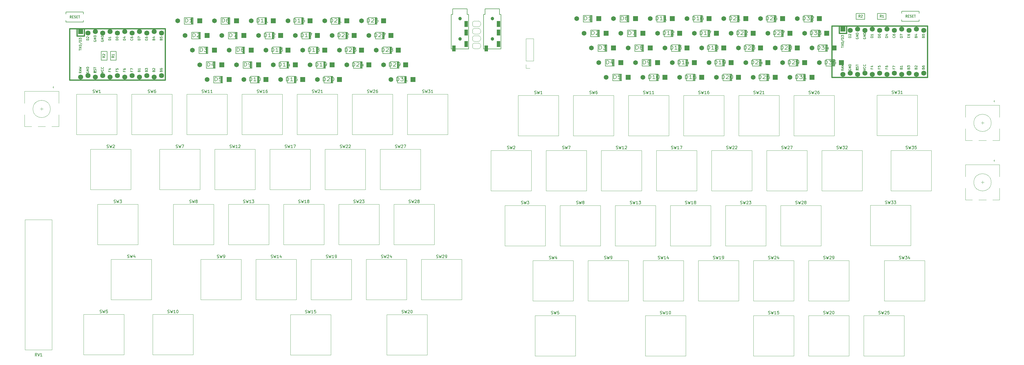
<source format=gbr>
%TF.GenerationSoftware,KiCad,Pcbnew,(7.0.0)*%
%TF.CreationDate,2023-03-24T13:53:57-04:00*%
%TF.ProjectId,RMK-complete,524d4b2d-636f-46d7-906c-6574652e6b69,rev?*%
%TF.SameCoordinates,Original*%
%TF.FileFunction,Legend,Top*%
%TF.FilePolarity,Positive*%
%FSLAX46Y46*%
G04 Gerber Fmt 4.6, Leading zero omitted, Abs format (unit mm)*
G04 Created by KiCad (PCBNEW (7.0.0)) date 2023-03-24 13:53:57*
%MOMM*%
%LPD*%
G01*
G04 APERTURE LIST*
%ADD10C,0.203200*%
%ADD11C,0.150000*%
%ADD12C,0.120000*%
%ADD13C,0.381000*%
%ADD14C,1.651000*%
%ADD15R,1.651000X1.651000*%
%ADD16C,1.200000*%
%ADD17R,1.200000X2.100000*%
%ADD18R,1.752600X1.752600*%
%ADD19C,1.752600*%
G04 APERTURE END LIST*
D10*
%TO.C,D28*%
X162843028Y-93303573D02*
X162843028Y-92033573D01*
X162843028Y-92033573D02*
X163205885Y-92033573D01*
X163205885Y-92033573D02*
X163423599Y-92094050D01*
X163423599Y-92094050D02*
X163568742Y-92215002D01*
X163568742Y-92215002D02*
X163641313Y-92335954D01*
X163641313Y-92335954D02*
X163713885Y-92577859D01*
X163713885Y-92577859D02*
X163713885Y-92759288D01*
X163713885Y-92759288D02*
X163641313Y-93001192D01*
X163641313Y-93001192D02*
X163568742Y-93122145D01*
X163568742Y-93122145D02*
X163423599Y-93243097D01*
X163423599Y-93243097D02*
X163205885Y-93303573D01*
X163205885Y-93303573D02*
X162843028Y-93303573D01*
X164294456Y-92154526D02*
X164367028Y-92094050D01*
X164367028Y-92094050D02*
X164512171Y-92033573D01*
X164512171Y-92033573D02*
X164875028Y-92033573D01*
X164875028Y-92033573D02*
X165020171Y-92094050D01*
X165020171Y-92094050D02*
X165092742Y-92154526D01*
X165092742Y-92154526D02*
X165165313Y-92275478D01*
X165165313Y-92275478D02*
X165165313Y-92396430D01*
X165165313Y-92396430D02*
X165092742Y-92577859D01*
X165092742Y-92577859D02*
X164221885Y-93303573D01*
X164221885Y-93303573D02*
X165165313Y-93303573D01*
X166036171Y-92577859D02*
X165891028Y-92517383D01*
X165891028Y-92517383D02*
X165818457Y-92456907D01*
X165818457Y-92456907D02*
X165745885Y-92335954D01*
X165745885Y-92335954D02*
X165745885Y-92275478D01*
X165745885Y-92275478D02*
X165818457Y-92154526D01*
X165818457Y-92154526D02*
X165891028Y-92094050D01*
X165891028Y-92094050D02*
X166036171Y-92033573D01*
X166036171Y-92033573D02*
X166326457Y-92033573D01*
X166326457Y-92033573D02*
X166471600Y-92094050D01*
X166471600Y-92094050D02*
X166544171Y-92154526D01*
X166544171Y-92154526D02*
X166616742Y-92275478D01*
X166616742Y-92275478D02*
X166616742Y-92335954D01*
X166616742Y-92335954D02*
X166544171Y-92456907D01*
X166544171Y-92456907D02*
X166471600Y-92517383D01*
X166471600Y-92517383D02*
X166326457Y-92577859D01*
X166326457Y-92577859D02*
X166036171Y-92577859D01*
X166036171Y-92577859D02*
X165891028Y-92638335D01*
X165891028Y-92638335D02*
X165818457Y-92698811D01*
X165818457Y-92698811D02*
X165745885Y-92819764D01*
X165745885Y-92819764D02*
X165745885Y-93061669D01*
X165745885Y-93061669D02*
X165818457Y-93182621D01*
X165818457Y-93182621D02*
X165891028Y-93243097D01*
X165891028Y-93243097D02*
X166036171Y-93303573D01*
X166036171Y-93303573D02*
X166326457Y-93303573D01*
X166326457Y-93303573D02*
X166471600Y-93243097D01*
X166471600Y-93243097D02*
X166544171Y-93182621D01*
X166544171Y-93182621D02*
X166616742Y-93061669D01*
X166616742Y-93061669D02*
X166616742Y-92819764D01*
X166616742Y-92819764D02*
X166544171Y-92698811D01*
X166544171Y-92698811D02*
X166471600Y-92638335D01*
X166471600Y-92638335D02*
X166326457Y-92577859D01*
%TO.C,D17*%
X272726809Y-87455411D02*
X272726809Y-86185411D01*
X272726809Y-86185411D02*
X273089666Y-86185411D01*
X273089666Y-86185411D02*
X273307380Y-86245888D01*
X273307380Y-86245888D02*
X273452523Y-86366840D01*
X273452523Y-86366840D02*
X273525094Y-86487792D01*
X273525094Y-86487792D02*
X273597666Y-86729697D01*
X273597666Y-86729697D02*
X273597666Y-86911126D01*
X273597666Y-86911126D02*
X273525094Y-87153030D01*
X273525094Y-87153030D02*
X273452523Y-87273983D01*
X273452523Y-87273983D02*
X273307380Y-87394935D01*
X273307380Y-87394935D02*
X273089666Y-87455411D01*
X273089666Y-87455411D02*
X272726809Y-87455411D01*
X275049094Y-87455411D02*
X274178237Y-87455411D01*
X274613666Y-87455411D02*
X274613666Y-86185411D01*
X274613666Y-86185411D02*
X274468523Y-86366840D01*
X274468523Y-86366840D02*
X274323380Y-86487792D01*
X274323380Y-86487792D02*
X274178237Y-86548268D01*
X275557095Y-86185411D02*
X276573095Y-86185411D01*
X276573095Y-86185411D02*
X275919952Y-87455411D01*
D11*
%TO.C,SW19*%
X143580076Y-164657761D02*
X143722933Y-164705380D01*
X143722933Y-164705380D02*
X143961028Y-164705380D01*
X143961028Y-164705380D02*
X144056266Y-164657761D01*
X144056266Y-164657761D02*
X144103885Y-164610142D01*
X144103885Y-164610142D02*
X144151504Y-164514904D01*
X144151504Y-164514904D02*
X144151504Y-164419666D01*
X144151504Y-164419666D02*
X144103885Y-164324428D01*
X144103885Y-164324428D02*
X144056266Y-164276809D01*
X144056266Y-164276809D02*
X143961028Y-164229190D01*
X143961028Y-164229190D02*
X143770552Y-164181571D01*
X143770552Y-164181571D02*
X143675314Y-164133952D01*
X143675314Y-164133952D02*
X143627695Y-164086333D01*
X143627695Y-164086333D02*
X143580076Y-163991095D01*
X143580076Y-163991095D02*
X143580076Y-163895857D01*
X143580076Y-163895857D02*
X143627695Y-163800619D01*
X143627695Y-163800619D02*
X143675314Y-163753000D01*
X143675314Y-163753000D02*
X143770552Y-163705380D01*
X143770552Y-163705380D02*
X144008647Y-163705380D01*
X144008647Y-163705380D02*
X144151504Y-163753000D01*
X144484838Y-163705380D02*
X144722933Y-164705380D01*
X144722933Y-164705380D02*
X144913409Y-163991095D01*
X144913409Y-163991095D02*
X145103885Y-164705380D01*
X145103885Y-164705380D02*
X145341981Y-163705380D01*
X146246742Y-164705380D02*
X145675314Y-164705380D01*
X145961028Y-164705380D02*
X145961028Y-163705380D01*
X145961028Y-163705380D02*
X145865790Y-163848238D01*
X145865790Y-163848238D02*
X145770552Y-163943476D01*
X145770552Y-163943476D02*
X145675314Y-163991095D01*
X146722933Y-164705380D02*
X146913409Y-164705380D01*
X146913409Y-164705380D02*
X147008647Y-164657761D01*
X147008647Y-164657761D02*
X147056266Y-164610142D01*
X147056266Y-164610142D02*
X147151504Y-164467285D01*
X147151504Y-164467285D02*
X147199123Y-164276809D01*
X147199123Y-164276809D02*
X147199123Y-163895857D01*
X147199123Y-163895857D02*
X147151504Y-163800619D01*
X147151504Y-163800619D02*
X147103885Y-163753000D01*
X147103885Y-163753000D02*
X147008647Y-163705380D01*
X147008647Y-163705380D02*
X146818171Y-163705380D01*
X146818171Y-163705380D02*
X146722933Y-163753000D01*
X146722933Y-163753000D02*
X146675314Y-163800619D01*
X146675314Y-163800619D02*
X146627695Y-163895857D01*
X146627695Y-163895857D02*
X146627695Y-164133952D01*
X146627695Y-164133952D02*
X146675314Y-164229190D01*
X146675314Y-164229190D02*
X146722933Y-164276809D01*
X146722933Y-164276809D02*
X146818171Y-164324428D01*
X146818171Y-164324428D02*
X147008647Y-164324428D01*
X147008647Y-164324428D02*
X147103885Y-164276809D01*
X147103885Y-164276809D02*
X147151504Y-164229190D01*
X147151504Y-164229190D02*
X147199123Y-164133952D01*
%TO.C,R1*%
X335441186Y-81457410D02*
X335170253Y-81070362D01*
X334976729Y-81457410D02*
X334976729Y-80644610D01*
X334976729Y-80644610D02*
X335286367Y-80644610D01*
X335286367Y-80644610D02*
X335363777Y-80683315D01*
X335363777Y-80683315D02*
X335402482Y-80722019D01*
X335402482Y-80722019D02*
X335441186Y-80799429D01*
X335441186Y-80799429D02*
X335441186Y-80915543D01*
X335441186Y-80915543D02*
X335402482Y-80992953D01*
X335402482Y-80992953D02*
X335363777Y-81031657D01*
X335363777Y-81031657D02*
X335286367Y-81070362D01*
X335286367Y-81070362D02*
X334976729Y-81070362D01*
X336215282Y-81457410D02*
X335750825Y-81457410D01*
X335983053Y-81457410D02*
X335983053Y-80644610D01*
X335983053Y-80644610D02*
X335905644Y-80760724D01*
X335905644Y-80760724D02*
X335828234Y-80838134D01*
X335828234Y-80838134D02*
X335750825Y-80876838D01*
D10*
%TO.C,D7*%
X248052524Y-87455411D02*
X248052524Y-86185411D01*
X248052524Y-86185411D02*
X248415381Y-86185411D01*
X248415381Y-86185411D02*
X248633095Y-86245888D01*
X248633095Y-86245888D02*
X248778238Y-86366840D01*
X248778238Y-86366840D02*
X248850809Y-86487792D01*
X248850809Y-86487792D02*
X248923381Y-86729697D01*
X248923381Y-86729697D02*
X248923381Y-86911126D01*
X248923381Y-86911126D02*
X248850809Y-87153030D01*
X248850809Y-87153030D02*
X248778238Y-87273983D01*
X248778238Y-87273983D02*
X248633095Y-87394935D01*
X248633095Y-87394935D02*
X248415381Y-87455411D01*
X248415381Y-87455411D02*
X248052524Y-87455411D01*
X249431381Y-86185411D02*
X250447381Y-86185411D01*
X250447381Y-86185411D02*
X249794238Y-87455411D01*
%TO.C,D27*%
X298126809Y-87455411D02*
X298126809Y-86185411D01*
X298126809Y-86185411D02*
X298489666Y-86185411D01*
X298489666Y-86185411D02*
X298707380Y-86245888D01*
X298707380Y-86245888D02*
X298852523Y-86366840D01*
X298852523Y-86366840D02*
X298925094Y-86487792D01*
X298925094Y-86487792D02*
X298997666Y-86729697D01*
X298997666Y-86729697D02*
X298997666Y-86911126D01*
X298997666Y-86911126D02*
X298925094Y-87153030D01*
X298925094Y-87153030D02*
X298852523Y-87273983D01*
X298852523Y-87273983D02*
X298707380Y-87394935D01*
X298707380Y-87394935D02*
X298489666Y-87455411D01*
X298489666Y-87455411D02*
X298126809Y-87455411D01*
X299578237Y-86306364D02*
X299650809Y-86245888D01*
X299650809Y-86245888D02*
X299795952Y-86185411D01*
X299795952Y-86185411D02*
X300158809Y-86185411D01*
X300158809Y-86185411D02*
X300303952Y-86245888D01*
X300303952Y-86245888D02*
X300376523Y-86306364D01*
X300376523Y-86306364D02*
X300449094Y-86427316D01*
X300449094Y-86427316D02*
X300449094Y-86548268D01*
X300449094Y-86548268D02*
X300376523Y-86729697D01*
X300376523Y-86729697D02*
X299505666Y-87455411D01*
X299505666Y-87455411D02*
X300449094Y-87455411D01*
X300957095Y-86185411D02*
X301973095Y-86185411D01*
X301973095Y-86185411D02*
X301319952Y-87455411D01*
D11*
%TO.C,SW27*%
X167456076Y-126557761D02*
X167598933Y-126605380D01*
X167598933Y-126605380D02*
X167837028Y-126605380D01*
X167837028Y-126605380D02*
X167932266Y-126557761D01*
X167932266Y-126557761D02*
X167979885Y-126510142D01*
X167979885Y-126510142D02*
X168027504Y-126414904D01*
X168027504Y-126414904D02*
X168027504Y-126319666D01*
X168027504Y-126319666D02*
X167979885Y-126224428D01*
X167979885Y-126224428D02*
X167932266Y-126176809D01*
X167932266Y-126176809D02*
X167837028Y-126129190D01*
X167837028Y-126129190D02*
X167646552Y-126081571D01*
X167646552Y-126081571D02*
X167551314Y-126033952D01*
X167551314Y-126033952D02*
X167503695Y-125986333D01*
X167503695Y-125986333D02*
X167456076Y-125891095D01*
X167456076Y-125891095D02*
X167456076Y-125795857D01*
X167456076Y-125795857D02*
X167503695Y-125700619D01*
X167503695Y-125700619D02*
X167551314Y-125653000D01*
X167551314Y-125653000D02*
X167646552Y-125605380D01*
X167646552Y-125605380D02*
X167884647Y-125605380D01*
X167884647Y-125605380D02*
X168027504Y-125653000D01*
X168360838Y-125605380D02*
X168598933Y-126605380D01*
X168598933Y-126605380D02*
X168789409Y-125891095D01*
X168789409Y-125891095D02*
X168979885Y-126605380D01*
X168979885Y-126605380D02*
X169217981Y-125605380D01*
X169551314Y-125700619D02*
X169598933Y-125653000D01*
X169598933Y-125653000D02*
X169694171Y-125605380D01*
X169694171Y-125605380D02*
X169932266Y-125605380D01*
X169932266Y-125605380D02*
X170027504Y-125653000D01*
X170027504Y-125653000D02*
X170075123Y-125700619D01*
X170075123Y-125700619D02*
X170122742Y-125795857D01*
X170122742Y-125795857D02*
X170122742Y-125891095D01*
X170122742Y-125891095D02*
X170075123Y-126033952D01*
X170075123Y-126033952D02*
X169503695Y-126605380D01*
X169503695Y-126605380D02*
X170122742Y-126605380D01*
X170456076Y-125605380D02*
X171122742Y-125605380D01*
X171122742Y-125605380D02*
X170694171Y-126605380D01*
%TO.C,SW32*%
X320011857Y-126932599D02*
X320154714Y-126980218D01*
X320154714Y-126980218D02*
X320392809Y-126980218D01*
X320392809Y-126980218D02*
X320488047Y-126932599D01*
X320488047Y-126932599D02*
X320535666Y-126884980D01*
X320535666Y-126884980D02*
X320583285Y-126789742D01*
X320583285Y-126789742D02*
X320583285Y-126694504D01*
X320583285Y-126694504D02*
X320535666Y-126599266D01*
X320535666Y-126599266D02*
X320488047Y-126551647D01*
X320488047Y-126551647D02*
X320392809Y-126504028D01*
X320392809Y-126504028D02*
X320202333Y-126456409D01*
X320202333Y-126456409D02*
X320107095Y-126408790D01*
X320107095Y-126408790D02*
X320059476Y-126361171D01*
X320059476Y-126361171D02*
X320011857Y-126265933D01*
X320011857Y-126265933D02*
X320011857Y-126170695D01*
X320011857Y-126170695D02*
X320059476Y-126075457D01*
X320059476Y-126075457D02*
X320107095Y-126027838D01*
X320107095Y-126027838D02*
X320202333Y-125980218D01*
X320202333Y-125980218D02*
X320440428Y-125980218D01*
X320440428Y-125980218D02*
X320583285Y-126027838D01*
X320916619Y-125980218D02*
X321154714Y-126980218D01*
X321154714Y-126980218D02*
X321345190Y-126265933D01*
X321345190Y-126265933D02*
X321535666Y-126980218D01*
X321535666Y-126980218D02*
X321773762Y-125980218D01*
X322059476Y-125980218D02*
X322678523Y-125980218D01*
X322678523Y-125980218D02*
X322345190Y-126361171D01*
X322345190Y-126361171D02*
X322488047Y-126361171D01*
X322488047Y-126361171D02*
X322583285Y-126408790D01*
X322583285Y-126408790D02*
X322630904Y-126456409D01*
X322630904Y-126456409D02*
X322678523Y-126551647D01*
X322678523Y-126551647D02*
X322678523Y-126789742D01*
X322678523Y-126789742D02*
X322630904Y-126884980D01*
X322630904Y-126884980D02*
X322583285Y-126932599D01*
X322583285Y-126932599D02*
X322488047Y-126980218D01*
X322488047Y-126980218D02*
X322202333Y-126980218D01*
X322202333Y-126980218D02*
X322107095Y-126932599D01*
X322107095Y-126932599D02*
X322059476Y-126884980D01*
X323059476Y-126075457D02*
X323107095Y-126027838D01*
X323107095Y-126027838D02*
X323202333Y-125980218D01*
X323202333Y-125980218D02*
X323440428Y-125980218D01*
X323440428Y-125980218D02*
X323535666Y-126027838D01*
X323535666Y-126027838D02*
X323583285Y-126075457D01*
X323583285Y-126075457D02*
X323630904Y-126170695D01*
X323630904Y-126170695D02*
X323630904Y-126265933D01*
X323630904Y-126265933D02*
X323583285Y-126408790D01*
X323583285Y-126408790D02*
X323011857Y-126980218D01*
X323011857Y-126980218D02*
X323630904Y-126980218D01*
D10*
%TO.C,D6*%
X107688743Y-83143573D02*
X107688743Y-81873573D01*
X107688743Y-81873573D02*
X108051600Y-81873573D01*
X108051600Y-81873573D02*
X108269314Y-81934050D01*
X108269314Y-81934050D02*
X108414457Y-82055002D01*
X108414457Y-82055002D02*
X108487028Y-82175954D01*
X108487028Y-82175954D02*
X108559600Y-82417859D01*
X108559600Y-82417859D02*
X108559600Y-82599288D01*
X108559600Y-82599288D02*
X108487028Y-82841192D01*
X108487028Y-82841192D02*
X108414457Y-82962145D01*
X108414457Y-82962145D02*
X108269314Y-83083097D01*
X108269314Y-83083097D02*
X108051600Y-83143573D01*
X108051600Y-83143573D02*
X107688743Y-83143573D01*
X109865886Y-81873573D02*
X109575600Y-81873573D01*
X109575600Y-81873573D02*
X109430457Y-81934050D01*
X109430457Y-81934050D02*
X109357886Y-81994526D01*
X109357886Y-81994526D02*
X109212743Y-82175954D01*
X109212743Y-82175954D02*
X109140171Y-82417859D01*
X109140171Y-82417859D02*
X109140171Y-82901669D01*
X109140171Y-82901669D02*
X109212743Y-83022621D01*
X109212743Y-83022621D02*
X109285314Y-83083097D01*
X109285314Y-83083097D02*
X109430457Y-83143573D01*
X109430457Y-83143573D02*
X109720743Y-83143573D01*
X109720743Y-83143573D02*
X109865886Y-83083097D01*
X109865886Y-83083097D02*
X109938457Y-83022621D01*
X109938457Y-83022621D02*
X110011028Y-82901669D01*
X110011028Y-82901669D02*
X110011028Y-82599288D01*
X110011028Y-82599288D02*
X109938457Y-82478335D01*
X109938457Y-82478335D02*
X109865886Y-82417859D01*
X109865886Y-82417859D02*
X109720743Y-82357383D01*
X109720743Y-82357383D02*
X109430457Y-82357383D01*
X109430457Y-82357383D02*
X109285314Y-82417859D01*
X109285314Y-82417859D02*
X109212743Y-82478335D01*
X109212743Y-82478335D02*
X109140171Y-82599288D01*
D11*
%TO.C,SW23*%
X286737857Y-145982599D02*
X286880714Y-146030218D01*
X286880714Y-146030218D02*
X287118809Y-146030218D01*
X287118809Y-146030218D02*
X287214047Y-145982599D01*
X287214047Y-145982599D02*
X287261666Y-145934980D01*
X287261666Y-145934980D02*
X287309285Y-145839742D01*
X287309285Y-145839742D02*
X287309285Y-145744504D01*
X287309285Y-145744504D02*
X287261666Y-145649266D01*
X287261666Y-145649266D02*
X287214047Y-145601647D01*
X287214047Y-145601647D02*
X287118809Y-145554028D01*
X287118809Y-145554028D02*
X286928333Y-145506409D01*
X286928333Y-145506409D02*
X286833095Y-145458790D01*
X286833095Y-145458790D02*
X286785476Y-145411171D01*
X286785476Y-145411171D02*
X286737857Y-145315933D01*
X286737857Y-145315933D02*
X286737857Y-145220695D01*
X286737857Y-145220695D02*
X286785476Y-145125457D01*
X286785476Y-145125457D02*
X286833095Y-145077838D01*
X286833095Y-145077838D02*
X286928333Y-145030218D01*
X286928333Y-145030218D02*
X287166428Y-145030218D01*
X287166428Y-145030218D02*
X287309285Y-145077838D01*
X287642619Y-145030218D02*
X287880714Y-146030218D01*
X287880714Y-146030218D02*
X288071190Y-145315933D01*
X288071190Y-145315933D02*
X288261666Y-146030218D01*
X288261666Y-146030218D02*
X288499762Y-145030218D01*
X288833095Y-145125457D02*
X288880714Y-145077838D01*
X288880714Y-145077838D02*
X288975952Y-145030218D01*
X288975952Y-145030218D02*
X289214047Y-145030218D01*
X289214047Y-145030218D02*
X289309285Y-145077838D01*
X289309285Y-145077838D02*
X289356904Y-145125457D01*
X289356904Y-145125457D02*
X289404523Y-145220695D01*
X289404523Y-145220695D02*
X289404523Y-145315933D01*
X289404523Y-145315933D02*
X289356904Y-145458790D01*
X289356904Y-145458790D02*
X288785476Y-146030218D01*
X288785476Y-146030218D02*
X289404523Y-146030218D01*
X289737857Y-145030218D02*
X290356904Y-145030218D01*
X290356904Y-145030218D02*
X290023571Y-145411171D01*
X290023571Y-145411171D02*
X290166428Y-145411171D01*
X290166428Y-145411171D02*
X290261666Y-145458790D01*
X290261666Y-145458790D02*
X290309285Y-145506409D01*
X290309285Y-145506409D02*
X290356904Y-145601647D01*
X290356904Y-145601647D02*
X290356904Y-145839742D01*
X290356904Y-145839742D02*
X290309285Y-145934980D01*
X290309285Y-145934980D02*
X290261666Y-145982599D01*
X290261666Y-145982599D02*
X290166428Y-146030218D01*
X290166428Y-146030218D02*
X289880714Y-146030218D01*
X289880714Y-146030218D02*
X289785476Y-145982599D01*
X289785476Y-145982599D02*
X289737857Y-145934980D01*
D10*
%TO.C,D31*%
X167923028Y-103463573D02*
X167923028Y-102193573D01*
X167923028Y-102193573D02*
X168285885Y-102193573D01*
X168285885Y-102193573D02*
X168503599Y-102254050D01*
X168503599Y-102254050D02*
X168648742Y-102375002D01*
X168648742Y-102375002D02*
X168721313Y-102495954D01*
X168721313Y-102495954D02*
X168793885Y-102737859D01*
X168793885Y-102737859D02*
X168793885Y-102919288D01*
X168793885Y-102919288D02*
X168721313Y-103161192D01*
X168721313Y-103161192D02*
X168648742Y-103282145D01*
X168648742Y-103282145D02*
X168503599Y-103403097D01*
X168503599Y-103403097D02*
X168285885Y-103463573D01*
X168285885Y-103463573D02*
X167923028Y-103463573D01*
X169301885Y-102193573D02*
X170245313Y-102193573D01*
X170245313Y-102193573D02*
X169737313Y-102677383D01*
X169737313Y-102677383D02*
X169955028Y-102677383D01*
X169955028Y-102677383D02*
X170100171Y-102737859D01*
X170100171Y-102737859D02*
X170172742Y-102798335D01*
X170172742Y-102798335D02*
X170245313Y-102919288D01*
X170245313Y-102919288D02*
X170245313Y-103221669D01*
X170245313Y-103221669D02*
X170172742Y-103342621D01*
X170172742Y-103342621D02*
X170100171Y-103403097D01*
X170100171Y-103403097D02*
X169955028Y-103463573D01*
X169955028Y-103463573D02*
X169519599Y-103463573D01*
X169519599Y-103463573D02*
X169374456Y-103403097D01*
X169374456Y-103403097D02*
X169301885Y-103342621D01*
X171696742Y-103463573D02*
X170825885Y-103463573D01*
X171261314Y-103463573D02*
X171261314Y-102193573D01*
X171261314Y-102193573D02*
X171116171Y-102375002D01*
X171116171Y-102375002D02*
X170971028Y-102495954D01*
X170971028Y-102495954D02*
X170825885Y-102556430D01*
%TO.C,D19*%
X277806809Y-97615411D02*
X277806809Y-96345411D01*
X277806809Y-96345411D02*
X278169666Y-96345411D01*
X278169666Y-96345411D02*
X278387380Y-96405888D01*
X278387380Y-96405888D02*
X278532523Y-96526840D01*
X278532523Y-96526840D02*
X278605094Y-96647792D01*
X278605094Y-96647792D02*
X278677666Y-96889697D01*
X278677666Y-96889697D02*
X278677666Y-97071126D01*
X278677666Y-97071126D02*
X278605094Y-97313030D01*
X278605094Y-97313030D02*
X278532523Y-97433983D01*
X278532523Y-97433983D02*
X278387380Y-97554935D01*
X278387380Y-97554935D02*
X278169666Y-97615411D01*
X278169666Y-97615411D02*
X277806809Y-97615411D01*
X280129094Y-97615411D02*
X279258237Y-97615411D01*
X279693666Y-97615411D02*
X279693666Y-96345411D01*
X279693666Y-96345411D02*
X279548523Y-96526840D01*
X279548523Y-96526840D02*
X279403380Y-96647792D01*
X279403380Y-96647792D02*
X279258237Y-96708268D01*
X280854809Y-97615411D02*
X281145095Y-97615411D01*
X281145095Y-97615411D02*
X281290238Y-97554935D01*
X281290238Y-97554935D02*
X281362809Y-97494459D01*
X281362809Y-97494459D02*
X281507952Y-97313030D01*
X281507952Y-97313030D02*
X281580523Y-97071126D01*
X281580523Y-97071126D02*
X281580523Y-96587316D01*
X281580523Y-96587316D02*
X281507952Y-96466364D01*
X281507952Y-96466364D02*
X281435381Y-96405888D01*
X281435381Y-96405888D02*
X281290238Y-96345411D01*
X281290238Y-96345411D02*
X280999952Y-96345411D01*
X280999952Y-96345411D02*
X280854809Y-96405888D01*
X280854809Y-96405888D02*
X280782238Y-96466364D01*
X280782238Y-96466364D02*
X280709666Y-96587316D01*
X280709666Y-96587316D02*
X280709666Y-96889697D01*
X280709666Y-96889697D02*
X280782238Y-97010649D01*
X280782238Y-97010649D02*
X280854809Y-97071126D01*
X280854809Y-97071126D02*
X280999952Y-97131602D01*
X280999952Y-97131602D02*
X281290238Y-97131602D01*
X281290238Y-97131602D02*
X281435381Y-97071126D01*
X281435381Y-97071126D02*
X281507952Y-97010649D01*
X281507952Y-97010649D02*
X281580523Y-96889697D01*
%TO.C,D12*%
X122203028Y-88223573D02*
X122203028Y-86953573D01*
X122203028Y-86953573D02*
X122565885Y-86953573D01*
X122565885Y-86953573D02*
X122783599Y-87014050D01*
X122783599Y-87014050D02*
X122928742Y-87135002D01*
X122928742Y-87135002D02*
X123001313Y-87255954D01*
X123001313Y-87255954D02*
X123073885Y-87497859D01*
X123073885Y-87497859D02*
X123073885Y-87679288D01*
X123073885Y-87679288D02*
X123001313Y-87921192D01*
X123001313Y-87921192D02*
X122928742Y-88042145D01*
X122928742Y-88042145D02*
X122783599Y-88163097D01*
X122783599Y-88163097D02*
X122565885Y-88223573D01*
X122565885Y-88223573D02*
X122203028Y-88223573D01*
X124525313Y-88223573D02*
X123654456Y-88223573D01*
X124089885Y-88223573D02*
X124089885Y-86953573D01*
X124089885Y-86953573D02*
X123944742Y-87135002D01*
X123944742Y-87135002D02*
X123799599Y-87255954D01*
X123799599Y-87255954D02*
X123654456Y-87316430D01*
X125105885Y-87074526D02*
X125178457Y-87014050D01*
X125178457Y-87014050D02*
X125323600Y-86953573D01*
X125323600Y-86953573D02*
X125686457Y-86953573D01*
X125686457Y-86953573D02*
X125831600Y-87014050D01*
X125831600Y-87014050D02*
X125904171Y-87074526D01*
X125904171Y-87074526D02*
X125976742Y-87195478D01*
X125976742Y-87195478D02*
X125976742Y-87316430D01*
X125976742Y-87316430D02*
X125904171Y-87497859D01*
X125904171Y-87497859D02*
X125033314Y-88223573D01*
X125033314Y-88223573D02*
X125976742Y-88223573D01*
D11*
%TO.C,SW4*%
X220666048Y-165032599D02*
X220808905Y-165080218D01*
X220808905Y-165080218D02*
X221047000Y-165080218D01*
X221047000Y-165080218D02*
X221142238Y-165032599D01*
X221142238Y-165032599D02*
X221189857Y-164984980D01*
X221189857Y-164984980D02*
X221237476Y-164889742D01*
X221237476Y-164889742D02*
X221237476Y-164794504D01*
X221237476Y-164794504D02*
X221189857Y-164699266D01*
X221189857Y-164699266D02*
X221142238Y-164651647D01*
X221142238Y-164651647D02*
X221047000Y-164604028D01*
X221047000Y-164604028D02*
X220856524Y-164556409D01*
X220856524Y-164556409D02*
X220761286Y-164508790D01*
X220761286Y-164508790D02*
X220713667Y-164461171D01*
X220713667Y-164461171D02*
X220666048Y-164365933D01*
X220666048Y-164365933D02*
X220666048Y-164270695D01*
X220666048Y-164270695D02*
X220713667Y-164175457D01*
X220713667Y-164175457D02*
X220761286Y-164127838D01*
X220761286Y-164127838D02*
X220856524Y-164080218D01*
X220856524Y-164080218D02*
X221094619Y-164080218D01*
X221094619Y-164080218D02*
X221237476Y-164127838D01*
X221570810Y-164080218D02*
X221808905Y-165080218D01*
X221808905Y-165080218D02*
X221999381Y-164365933D01*
X221999381Y-164365933D02*
X222189857Y-165080218D01*
X222189857Y-165080218D02*
X222427953Y-164080218D01*
X223237476Y-164413552D02*
X223237476Y-165080218D01*
X222999381Y-164032599D02*
X222761286Y-164746885D01*
X222761286Y-164746885D02*
X223380333Y-164746885D01*
D10*
%TO.C,D12*%
X260026809Y-87455411D02*
X260026809Y-86185411D01*
X260026809Y-86185411D02*
X260389666Y-86185411D01*
X260389666Y-86185411D02*
X260607380Y-86245888D01*
X260607380Y-86245888D02*
X260752523Y-86366840D01*
X260752523Y-86366840D02*
X260825094Y-86487792D01*
X260825094Y-86487792D02*
X260897666Y-86729697D01*
X260897666Y-86729697D02*
X260897666Y-86911126D01*
X260897666Y-86911126D02*
X260825094Y-87153030D01*
X260825094Y-87153030D02*
X260752523Y-87273983D01*
X260752523Y-87273983D02*
X260607380Y-87394935D01*
X260607380Y-87394935D02*
X260389666Y-87455411D01*
X260389666Y-87455411D02*
X260026809Y-87455411D01*
X262349094Y-87455411D02*
X261478237Y-87455411D01*
X261913666Y-87455411D02*
X261913666Y-86185411D01*
X261913666Y-86185411D02*
X261768523Y-86366840D01*
X261768523Y-86366840D02*
X261623380Y-86487792D01*
X261623380Y-86487792D02*
X261478237Y-86548268D01*
X262929666Y-86306364D02*
X263002238Y-86245888D01*
X263002238Y-86245888D02*
X263147381Y-86185411D01*
X263147381Y-86185411D02*
X263510238Y-86185411D01*
X263510238Y-86185411D02*
X263655381Y-86245888D01*
X263655381Y-86245888D02*
X263727952Y-86306364D01*
X263727952Y-86306364D02*
X263800523Y-86427316D01*
X263800523Y-86427316D02*
X263800523Y-86548268D01*
X263800523Y-86548268D02*
X263727952Y-86729697D01*
X263727952Y-86729697D02*
X262857095Y-87455411D01*
X262857095Y-87455411D02*
X263800523Y-87455411D01*
D11*
%TO.C,SW11*%
X100654076Y-107507761D02*
X100796933Y-107555380D01*
X100796933Y-107555380D02*
X101035028Y-107555380D01*
X101035028Y-107555380D02*
X101130266Y-107507761D01*
X101130266Y-107507761D02*
X101177885Y-107460142D01*
X101177885Y-107460142D02*
X101225504Y-107364904D01*
X101225504Y-107364904D02*
X101225504Y-107269666D01*
X101225504Y-107269666D02*
X101177885Y-107174428D01*
X101177885Y-107174428D02*
X101130266Y-107126809D01*
X101130266Y-107126809D02*
X101035028Y-107079190D01*
X101035028Y-107079190D02*
X100844552Y-107031571D01*
X100844552Y-107031571D02*
X100749314Y-106983952D01*
X100749314Y-106983952D02*
X100701695Y-106936333D01*
X100701695Y-106936333D02*
X100654076Y-106841095D01*
X100654076Y-106841095D02*
X100654076Y-106745857D01*
X100654076Y-106745857D02*
X100701695Y-106650619D01*
X100701695Y-106650619D02*
X100749314Y-106603000D01*
X100749314Y-106603000D02*
X100844552Y-106555380D01*
X100844552Y-106555380D02*
X101082647Y-106555380D01*
X101082647Y-106555380D02*
X101225504Y-106603000D01*
X101558838Y-106555380D02*
X101796933Y-107555380D01*
X101796933Y-107555380D02*
X101987409Y-106841095D01*
X101987409Y-106841095D02*
X102177885Y-107555380D01*
X102177885Y-107555380D02*
X102415981Y-106555380D01*
X103320742Y-107555380D02*
X102749314Y-107555380D01*
X103035028Y-107555380D02*
X103035028Y-106555380D01*
X103035028Y-106555380D02*
X102939790Y-106698238D01*
X102939790Y-106698238D02*
X102844552Y-106793476D01*
X102844552Y-106793476D02*
X102749314Y-106841095D01*
X104273123Y-107555380D02*
X103701695Y-107555380D01*
X103987409Y-107555380D02*
X103987409Y-106555380D01*
X103987409Y-106555380D02*
X103892171Y-106698238D01*
X103892171Y-106698238D02*
X103796933Y-106793476D01*
X103796933Y-106793476D02*
X103701695Y-106841095D01*
D10*
%TO.C,D7*%
X110228743Y-88223573D02*
X110228743Y-86953573D01*
X110228743Y-86953573D02*
X110591600Y-86953573D01*
X110591600Y-86953573D02*
X110809314Y-87014050D01*
X110809314Y-87014050D02*
X110954457Y-87135002D01*
X110954457Y-87135002D02*
X111027028Y-87255954D01*
X111027028Y-87255954D02*
X111099600Y-87497859D01*
X111099600Y-87497859D02*
X111099600Y-87679288D01*
X111099600Y-87679288D02*
X111027028Y-87921192D01*
X111027028Y-87921192D02*
X110954457Y-88042145D01*
X110954457Y-88042145D02*
X110809314Y-88163097D01*
X110809314Y-88163097D02*
X110591600Y-88223573D01*
X110591600Y-88223573D02*
X110228743Y-88223573D01*
X111607600Y-86953573D02*
X112623600Y-86953573D01*
X112623600Y-86953573D02*
X111970457Y-88223573D01*
%TO.C,D18*%
X137443028Y-93303573D02*
X137443028Y-92033573D01*
X137443028Y-92033573D02*
X137805885Y-92033573D01*
X137805885Y-92033573D02*
X138023599Y-92094050D01*
X138023599Y-92094050D02*
X138168742Y-92215002D01*
X138168742Y-92215002D02*
X138241313Y-92335954D01*
X138241313Y-92335954D02*
X138313885Y-92577859D01*
X138313885Y-92577859D02*
X138313885Y-92759288D01*
X138313885Y-92759288D02*
X138241313Y-93001192D01*
X138241313Y-93001192D02*
X138168742Y-93122145D01*
X138168742Y-93122145D02*
X138023599Y-93243097D01*
X138023599Y-93243097D02*
X137805885Y-93303573D01*
X137805885Y-93303573D02*
X137443028Y-93303573D01*
X139765313Y-93303573D02*
X138894456Y-93303573D01*
X139329885Y-93303573D02*
X139329885Y-92033573D01*
X139329885Y-92033573D02*
X139184742Y-92215002D01*
X139184742Y-92215002D02*
X139039599Y-92335954D01*
X139039599Y-92335954D02*
X138894456Y-92396430D01*
X140636171Y-92577859D02*
X140491028Y-92517383D01*
X140491028Y-92517383D02*
X140418457Y-92456907D01*
X140418457Y-92456907D02*
X140345885Y-92335954D01*
X140345885Y-92335954D02*
X140345885Y-92275478D01*
X140345885Y-92275478D02*
X140418457Y-92154526D01*
X140418457Y-92154526D02*
X140491028Y-92094050D01*
X140491028Y-92094050D02*
X140636171Y-92033573D01*
X140636171Y-92033573D02*
X140926457Y-92033573D01*
X140926457Y-92033573D02*
X141071600Y-92094050D01*
X141071600Y-92094050D02*
X141144171Y-92154526D01*
X141144171Y-92154526D02*
X141216742Y-92275478D01*
X141216742Y-92275478D02*
X141216742Y-92335954D01*
X141216742Y-92335954D02*
X141144171Y-92456907D01*
X141144171Y-92456907D02*
X141071600Y-92517383D01*
X141071600Y-92517383D02*
X140926457Y-92577859D01*
X140926457Y-92577859D02*
X140636171Y-92577859D01*
X140636171Y-92577859D02*
X140491028Y-92638335D01*
X140491028Y-92638335D02*
X140418457Y-92698811D01*
X140418457Y-92698811D02*
X140345885Y-92819764D01*
X140345885Y-92819764D02*
X140345885Y-93061669D01*
X140345885Y-93061669D02*
X140418457Y-93182621D01*
X140418457Y-93182621D02*
X140491028Y-93243097D01*
X140491028Y-93243097D02*
X140636171Y-93303573D01*
X140636171Y-93303573D02*
X140926457Y-93303573D01*
X140926457Y-93303573D02*
X141071600Y-93243097D01*
X141071600Y-93243097D02*
X141144171Y-93182621D01*
X141144171Y-93182621D02*
X141216742Y-93061669D01*
X141216742Y-93061669D02*
X141216742Y-92819764D01*
X141216742Y-92819764D02*
X141144171Y-92698811D01*
X141144171Y-92698811D02*
X141071600Y-92638335D01*
X141071600Y-92638335D02*
X140926457Y-92577859D01*
D11*
%TO.C,SW29*%
X181680076Y-164657761D02*
X181822933Y-164705380D01*
X181822933Y-164705380D02*
X182061028Y-164705380D01*
X182061028Y-164705380D02*
X182156266Y-164657761D01*
X182156266Y-164657761D02*
X182203885Y-164610142D01*
X182203885Y-164610142D02*
X182251504Y-164514904D01*
X182251504Y-164514904D02*
X182251504Y-164419666D01*
X182251504Y-164419666D02*
X182203885Y-164324428D01*
X182203885Y-164324428D02*
X182156266Y-164276809D01*
X182156266Y-164276809D02*
X182061028Y-164229190D01*
X182061028Y-164229190D02*
X181870552Y-164181571D01*
X181870552Y-164181571D02*
X181775314Y-164133952D01*
X181775314Y-164133952D02*
X181727695Y-164086333D01*
X181727695Y-164086333D02*
X181680076Y-163991095D01*
X181680076Y-163991095D02*
X181680076Y-163895857D01*
X181680076Y-163895857D02*
X181727695Y-163800619D01*
X181727695Y-163800619D02*
X181775314Y-163753000D01*
X181775314Y-163753000D02*
X181870552Y-163705380D01*
X181870552Y-163705380D02*
X182108647Y-163705380D01*
X182108647Y-163705380D02*
X182251504Y-163753000D01*
X182584838Y-163705380D02*
X182822933Y-164705380D01*
X182822933Y-164705380D02*
X183013409Y-163991095D01*
X183013409Y-163991095D02*
X183203885Y-164705380D01*
X183203885Y-164705380D02*
X183441981Y-163705380D01*
X183775314Y-163800619D02*
X183822933Y-163753000D01*
X183822933Y-163753000D02*
X183918171Y-163705380D01*
X183918171Y-163705380D02*
X184156266Y-163705380D01*
X184156266Y-163705380D02*
X184251504Y-163753000D01*
X184251504Y-163753000D02*
X184299123Y-163800619D01*
X184299123Y-163800619D02*
X184346742Y-163895857D01*
X184346742Y-163895857D02*
X184346742Y-163991095D01*
X184346742Y-163991095D02*
X184299123Y-164133952D01*
X184299123Y-164133952D02*
X183727695Y-164705380D01*
X183727695Y-164705380D02*
X184346742Y-164705380D01*
X184822933Y-164705380D02*
X185013409Y-164705380D01*
X185013409Y-164705380D02*
X185108647Y-164657761D01*
X185108647Y-164657761D02*
X185156266Y-164610142D01*
X185156266Y-164610142D02*
X185251504Y-164467285D01*
X185251504Y-164467285D02*
X185299123Y-164276809D01*
X185299123Y-164276809D02*
X185299123Y-163895857D01*
X185299123Y-163895857D02*
X185251504Y-163800619D01*
X185251504Y-163800619D02*
X185203885Y-163753000D01*
X185203885Y-163753000D02*
X185108647Y-163705380D01*
X185108647Y-163705380D02*
X184918171Y-163705380D01*
X184918171Y-163705380D02*
X184822933Y-163753000D01*
X184822933Y-163753000D02*
X184775314Y-163800619D01*
X184775314Y-163800619D02*
X184727695Y-163895857D01*
X184727695Y-163895857D02*
X184727695Y-164133952D01*
X184727695Y-164133952D02*
X184775314Y-164229190D01*
X184775314Y-164229190D02*
X184822933Y-164276809D01*
X184822933Y-164276809D02*
X184918171Y-164324428D01*
X184918171Y-164324428D02*
X185108647Y-164324428D01*
X185108647Y-164324428D02*
X185203885Y-164276809D01*
X185203885Y-164276809D02*
X185251504Y-164229190D01*
X185251504Y-164229190D02*
X185299123Y-164133952D01*
%TO.C,SW7*%
X225238048Y-126932599D02*
X225380905Y-126980218D01*
X225380905Y-126980218D02*
X225619000Y-126980218D01*
X225619000Y-126980218D02*
X225714238Y-126932599D01*
X225714238Y-126932599D02*
X225761857Y-126884980D01*
X225761857Y-126884980D02*
X225809476Y-126789742D01*
X225809476Y-126789742D02*
X225809476Y-126694504D01*
X225809476Y-126694504D02*
X225761857Y-126599266D01*
X225761857Y-126599266D02*
X225714238Y-126551647D01*
X225714238Y-126551647D02*
X225619000Y-126504028D01*
X225619000Y-126504028D02*
X225428524Y-126456409D01*
X225428524Y-126456409D02*
X225333286Y-126408790D01*
X225333286Y-126408790D02*
X225285667Y-126361171D01*
X225285667Y-126361171D02*
X225238048Y-126265933D01*
X225238048Y-126265933D02*
X225238048Y-126170695D01*
X225238048Y-126170695D02*
X225285667Y-126075457D01*
X225285667Y-126075457D02*
X225333286Y-126027838D01*
X225333286Y-126027838D02*
X225428524Y-125980218D01*
X225428524Y-125980218D02*
X225666619Y-125980218D01*
X225666619Y-125980218D02*
X225809476Y-126027838D01*
X226142810Y-125980218D02*
X226380905Y-126980218D01*
X226380905Y-126980218D02*
X226571381Y-126265933D01*
X226571381Y-126265933D02*
X226761857Y-126980218D01*
X226761857Y-126980218D02*
X226999953Y-125980218D01*
X227285667Y-125980218D02*
X227952333Y-125980218D01*
X227952333Y-125980218D02*
X227523762Y-126980218D01*
%TO.C,R1*%
X70365242Y-94916738D02*
X69978194Y-95187671D01*
X70365242Y-95381195D02*
X69552442Y-95381195D01*
X69552442Y-95381195D02*
X69552442Y-95071557D01*
X69552442Y-95071557D02*
X69591147Y-94994147D01*
X69591147Y-94994147D02*
X69629851Y-94955442D01*
X69629851Y-94955442D02*
X69707261Y-94916738D01*
X69707261Y-94916738D02*
X69823375Y-94916738D01*
X69823375Y-94916738D02*
X69900785Y-94955442D01*
X69900785Y-94955442D02*
X69939489Y-94994147D01*
X69939489Y-94994147D02*
X69978194Y-95071557D01*
X69978194Y-95071557D02*
X69978194Y-95381195D01*
X70365242Y-94142642D02*
X70365242Y-94607099D01*
X70365242Y-94374871D02*
X69552442Y-94374871D01*
X69552442Y-94374871D02*
X69668556Y-94452280D01*
X69668556Y-94452280D02*
X69745966Y-94529690D01*
X69745966Y-94529690D02*
X69784670Y-94607099D01*
%TO.C,SW20*%
X169742076Y-183768761D02*
X169884933Y-183816380D01*
X169884933Y-183816380D02*
X170123028Y-183816380D01*
X170123028Y-183816380D02*
X170218266Y-183768761D01*
X170218266Y-183768761D02*
X170265885Y-183721142D01*
X170265885Y-183721142D02*
X170313504Y-183625904D01*
X170313504Y-183625904D02*
X170313504Y-183530666D01*
X170313504Y-183530666D02*
X170265885Y-183435428D01*
X170265885Y-183435428D02*
X170218266Y-183387809D01*
X170218266Y-183387809D02*
X170123028Y-183340190D01*
X170123028Y-183340190D02*
X169932552Y-183292571D01*
X169932552Y-183292571D02*
X169837314Y-183244952D01*
X169837314Y-183244952D02*
X169789695Y-183197333D01*
X169789695Y-183197333D02*
X169742076Y-183102095D01*
X169742076Y-183102095D02*
X169742076Y-183006857D01*
X169742076Y-183006857D02*
X169789695Y-182911619D01*
X169789695Y-182911619D02*
X169837314Y-182864000D01*
X169837314Y-182864000D02*
X169932552Y-182816380D01*
X169932552Y-182816380D02*
X170170647Y-182816380D01*
X170170647Y-182816380D02*
X170313504Y-182864000D01*
X170646838Y-182816380D02*
X170884933Y-183816380D01*
X170884933Y-183816380D02*
X171075409Y-183102095D01*
X171075409Y-183102095D02*
X171265885Y-183816380D01*
X171265885Y-183816380D02*
X171503981Y-182816380D01*
X171837314Y-182911619D02*
X171884933Y-182864000D01*
X171884933Y-182864000D02*
X171980171Y-182816380D01*
X171980171Y-182816380D02*
X172218266Y-182816380D01*
X172218266Y-182816380D02*
X172313504Y-182864000D01*
X172313504Y-182864000D02*
X172361123Y-182911619D01*
X172361123Y-182911619D02*
X172408742Y-183006857D01*
X172408742Y-183006857D02*
X172408742Y-183102095D01*
X172408742Y-183102095D02*
X172361123Y-183244952D01*
X172361123Y-183244952D02*
X171789695Y-183816380D01*
X171789695Y-183816380D02*
X172408742Y-183816380D01*
X173027790Y-182816380D02*
X173123028Y-182816380D01*
X173123028Y-182816380D02*
X173218266Y-182864000D01*
X173218266Y-182864000D02*
X173265885Y-182911619D01*
X173265885Y-182911619D02*
X173313504Y-183006857D01*
X173313504Y-183006857D02*
X173361123Y-183197333D01*
X173361123Y-183197333D02*
X173361123Y-183435428D01*
X173361123Y-183435428D02*
X173313504Y-183625904D01*
X173313504Y-183625904D02*
X173265885Y-183721142D01*
X173265885Y-183721142D02*
X173218266Y-183768761D01*
X173218266Y-183768761D02*
X173123028Y-183816380D01*
X173123028Y-183816380D02*
X173027790Y-183816380D01*
X173027790Y-183816380D02*
X172932552Y-183768761D01*
X172932552Y-183768761D02*
X172884933Y-183721142D01*
X172884933Y-183721142D02*
X172837314Y-183625904D01*
X172837314Y-183625904D02*
X172789695Y-183435428D01*
X172789695Y-183435428D02*
X172789695Y-183197333D01*
X172789695Y-183197333D02*
X172837314Y-183006857D01*
X172837314Y-183006857D02*
X172884933Y-182911619D01*
X172884933Y-182911619D02*
X172932552Y-182864000D01*
X172932552Y-182864000D02*
X173027790Y-182816380D01*
%TO.C,SW_A1*%
X344281476Y-81440742D02*
X344014809Y-81059790D01*
X343824333Y-81440742D02*
X343824333Y-80640742D01*
X343824333Y-80640742D02*
X344129095Y-80640742D01*
X344129095Y-80640742D02*
X344205285Y-80678838D01*
X344205285Y-80678838D02*
X344243380Y-80716933D01*
X344243380Y-80716933D02*
X344281476Y-80793123D01*
X344281476Y-80793123D02*
X344281476Y-80907409D01*
X344281476Y-80907409D02*
X344243380Y-80983599D01*
X344243380Y-80983599D02*
X344205285Y-81021695D01*
X344205285Y-81021695D02*
X344129095Y-81059790D01*
X344129095Y-81059790D02*
X343824333Y-81059790D01*
X344624333Y-81021695D02*
X344890999Y-81021695D01*
X345005285Y-81440742D02*
X344624333Y-81440742D01*
X344624333Y-81440742D02*
X344624333Y-80640742D01*
X344624333Y-80640742D02*
X345005285Y-80640742D01*
X345310047Y-81402647D02*
X345424333Y-81440742D01*
X345424333Y-81440742D02*
X345614809Y-81440742D01*
X345614809Y-81440742D02*
X345691000Y-81402647D01*
X345691000Y-81402647D02*
X345729095Y-81364552D01*
X345729095Y-81364552D02*
X345767190Y-81288361D01*
X345767190Y-81288361D02*
X345767190Y-81212171D01*
X345767190Y-81212171D02*
X345729095Y-81135980D01*
X345729095Y-81135980D02*
X345691000Y-81097885D01*
X345691000Y-81097885D02*
X345614809Y-81059790D01*
X345614809Y-81059790D02*
X345462428Y-81021695D01*
X345462428Y-81021695D02*
X345386238Y-80983599D01*
X345386238Y-80983599D02*
X345348143Y-80945504D01*
X345348143Y-80945504D02*
X345310047Y-80869314D01*
X345310047Y-80869314D02*
X345310047Y-80793123D01*
X345310047Y-80793123D02*
X345348143Y-80716933D01*
X345348143Y-80716933D02*
X345386238Y-80678838D01*
X345386238Y-80678838D02*
X345462428Y-80640742D01*
X345462428Y-80640742D02*
X345652905Y-80640742D01*
X345652905Y-80640742D02*
X345767190Y-80678838D01*
X346110048Y-81021695D02*
X346376714Y-81021695D01*
X346491000Y-81440742D02*
X346110048Y-81440742D01*
X346110048Y-81440742D02*
X346110048Y-80640742D01*
X346110048Y-80640742D02*
X346491000Y-80640742D01*
X346719572Y-80640742D02*
X347176715Y-80640742D01*
X346948143Y-81440742D02*
X346948143Y-80640742D01*
%TO.C,SW25*%
X334489857Y-184082599D02*
X334632714Y-184130218D01*
X334632714Y-184130218D02*
X334870809Y-184130218D01*
X334870809Y-184130218D02*
X334966047Y-184082599D01*
X334966047Y-184082599D02*
X335013666Y-184034980D01*
X335013666Y-184034980D02*
X335061285Y-183939742D01*
X335061285Y-183939742D02*
X335061285Y-183844504D01*
X335061285Y-183844504D02*
X335013666Y-183749266D01*
X335013666Y-183749266D02*
X334966047Y-183701647D01*
X334966047Y-183701647D02*
X334870809Y-183654028D01*
X334870809Y-183654028D02*
X334680333Y-183606409D01*
X334680333Y-183606409D02*
X334585095Y-183558790D01*
X334585095Y-183558790D02*
X334537476Y-183511171D01*
X334537476Y-183511171D02*
X334489857Y-183415933D01*
X334489857Y-183415933D02*
X334489857Y-183320695D01*
X334489857Y-183320695D02*
X334537476Y-183225457D01*
X334537476Y-183225457D02*
X334585095Y-183177838D01*
X334585095Y-183177838D02*
X334680333Y-183130218D01*
X334680333Y-183130218D02*
X334918428Y-183130218D01*
X334918428Y-183130218D02*
X335061285Y-183177838D01*
X335394619Y-183130218D02*
X335632714Y-184130218D01*
X335632714Y-184130218D02*
X335823190Y-183415933D01*
X335823190Y-183415933D02*
X336013666Y-184130218D01*
X336013666Y-184130218D02*
X336251762Y-183130218D01*
X336585095Y-183225457D02*
X336632714Y-183177838D01*
X336632714Y-183177838D02*
X336727952Y-183130218D01*
X336727952Y-183130218D02*
X336966047Y-183130218D01*
X336966047Y-183130218D02*
X337061285Y-183177838D01*
X337061285Y-183177838D02*
X337108904Y-183225457D01*
X337108904Y-183225457D02*
X337156523Y-183320695D01*
X337156523Y-183320695D02*
X337156523Y-183415933D01*
X337156523Y-183415933D02*
X337108904Y-183558790D01*
X337108904Y-183558790D02*
X336537476Y-184130218D01*
X336537476Y-184130218D02*
X337156523Y-184130218D01*
X338061285Y-183130218D02*
X337585095Y-183130218D01*
X337585095Y-183130218D02*
X337537476Y-183606409D01*
X337537476Y-183606409D02*
X337585095Y-183558790D01*
X337585095Y-183558790D02*
X337680333Y-183511171D01*
X337680333Y-183511171D02*
X337918428Y-183511171D01*
X337918428Y-183511171D02*
X338013666Y-183558790D01*
X338013666Y-183558790D02*
X338061285Y-183606409D01*
X338061285Y-183606409D02*
X338108904Y-183701647D01*
X338108904Y-183701647D02*
X338108904Y-183939742D01*
X338108904Y-183939742D02*
X338061285Y-184034980D01*
X338061285Y-184034980D02*
X338013666Y-184082599D01*
X338013666Y-184082599D02*
X337918428Y-184130218D01*
X337918428Y-184130218D02*
X337680333Y-184130218D01*
X337680333Y-184130218D02*
X337585095Y-184082599D01*
X337585095Y-184082599D02*
X337537476Y-184034980D01*
D10*
%TO.C,D34*%
X313366809Y-92535411D02*
X313366809Y-91265411D01*
X313366809Y-91265411D02*
X313729666Y-91265411D01*
X313729666Y-91265411D02*
X313947380Y-91325888D01*
X313947380Y-91325888D02*
X314092523Y-91446840D01*
X314092523Y-91446840D02*
X314165094Y-91567792D01*
X314165094Y-91567792D02*
X314237666Y-91809697D01*
X314237666Y-91809697D02*
X314237666Y-91991126D01*
X314237666Y-91991126D02*
X314165094Y-92233030D01*
X314165094Y-92233030D02*
X314092523Y-92353983D01*
X314092523Y-92353983D02*
X313947380Y-92474935D01*
X313947380Y-92474935D02*
X313729666Y-92535411D01*
X313729666Y-92535411D02*
X313366809Y-92535411D01*
X314745666Y-91265411D02*
X315689094Y-91265411D01*
X315689094Y-91265411D02*
X315181094Y-91749221D01*
X315181094Y-91749221D02*
X315398809Y-91749221D01*
X315398809Y-91749221D02*
X315543952Y-91809697D01*
X315543952Y-91809697D02*
X315616523Y-91870173D01*
X315616523Y-91870173D02*
X315689094Y-91991126D01*
X315689094Y-91991126D02*
X315689094Y-92293507D01*
X315689094Y-92293507D02*
X315616523Y-92414459D01*
X315616523Y-92414459D02*
X315543952Y-92474935D01*
X315543952Y-92474935D02*
X315398809Y-92535411D01*
X315398809Y-92535411D02*
X314963380Y-92535411D01*
X314963380Y-92535411D02*
X314818237Y-92474935D01*
X314818237Y-92474935D02*
X314745666Y-92414459D01*
X316995381Y-91688745D02*
X316995381Y-92535411D01*
X316632523Y-91204935D02*
X316269666Y-92112078D01*
X316269666Y-92112078D02*
X317213095Y-92112078D01*
%TO.C,D8*%
X250592524Y-92535411D02*
X250592524Y-91265411D01*
X250592524Y-91265411D02*
X250955381Y-91265411D01*
X250955381Y-91265411D02*
X251173095Y-91325888D01*
X251173095Y-91325888D02*
X251318238Y-91446840D01*
X251318238Y-91446840D02*
X251390809Y-91567792D01*
X251390809Y-91567792D02*
X251463381Y-91809697D01*
X251463381Y-91809697D02*
X251463381Y-91991126D01*
X251463381Y-91991126D02*
X251390809Y-92233030D01*
X251390809Y-92233030D02*
X251318238Y-92353983D01*
X251318238Y-92353983D02*
X251173095Y-92474935D01*
X251173095Y-92474935D02*
X250955381Y-92535411D01*
X250955381Y-92535411D02*
X250592524Y-92535411D01*
X252334238Y-91809697D02*
X252189095Y-91749221D01*
X252189095Y-91749221D02*
X252116524Y-91688745D01*
X252116524Y-91688745D02*
X252043952Y-91567792D01*
X252043952Y-91567792D02*
X252043952Y-91507316D01*
X252043952Y-91507316D02*
X252116524Y-91386364D01*
X252116524Y-91386364D02*
X252189095Y-91325888D01*
X252189095Y-91325888D02*
X252334238Y-91265411D01*
X252334238Y-91265411D02*
X252624524Y-91265411D01*
X252624524Y-91265411D02*
X252769667Y-91325888D01*
X252769667Y-91325888D02*
X252842238Y-91386364D01*
X252842238Y-91386364D02*
X252914809Y-91507316D01*
X252914809Y-91507316D02*
X252914809Y-91567792D01*
X252914809Y-91567792D02*
X252842238Y-91688745D01*
X252842238Y-91688745D02*
X252769667Y-91749221D01*
X252769667Y-91749221D02*
X252624524Y-91809697D01*
X252624524Y-91809697D02*
X252334238Y-91809697D01*
X252334238Y-91809697D02*
X252189095Y-91870173D01*
X252189095Y-91870173D02*
X252116524Y-91930649D01*
X252116524Y-91930649D02*
X252043952Y-92051602D01*
X252043952Y-92051602D02*
X252043952Y-92293507D01*
X252043952Y-92293507D02*
X252116524Y-92414459D01*
X252116524Y-92414459D02*
X252189095Y-92474935D01*
X252189095Y-92474935D02*
X252334238Y-92535411D01*
X252334238Y-92535411D02*
X252624524Y-92535411D01*
X252624524Y-92535411D02*
X252769667Y-92474935D01*
X252769667Y-92474935D02*
X252842238Y-92414459D01*
X252842238Y-92414459D02*
X252914809Y-92293507D01*
X252914809Y-92293507D02*
X252914809Y-92051602D01*
X252914809Y-92051602D02*
X252842238Y-91930649D01*
X252842238Y-91930649D02*
X252769667Y-91870173D01*
X252769667Y-91870173D02*
X252624524Y-91809697D01*
%TO.C,D22*%
X285426809Y-87455411D02*
X285426809Y-86185411D01*
X285426809Y-86185411D02*
X285789666Y-86185411D01*
X285789666Y-86185411D02*
X286007380Y-86245888D01*
X286007380Y-86245888D02*
X286152523Y-86366840D01*
X286152523Y-86366840D02*
X286225094Y-86487792D01*
X286225094Y-86487792D02*
X286297666Y-86729697D01*
X286297666Y-86729697D02*
X286297666Y-86911126D01*
X286297666Y-86911126D02*
X286225094Y-87153030D01*
X286225094Y-87153030D02*
X286152523Y-87273983D01*
X286152523Y-87273983D02*
X286007380Y-87394935D01*
X286007380Y-87394935D02*
X285789666Y-87455411D01*
X285789666Y-87455411D02*
X285426809Y-87455411D01*
X286878237Y-86306364D02*
X286950809Y-86245888D01*
X286950809Y-86245888D02*
X287095952Y-86185411D01*
X287095952Y-86185411D02*
X287458809Y-86185411D01*
X287458809Y-86185411D02*
X287603952Y-86245888D01*
X287603952Y-86245888D02*
X287676523Y-86306364D01*
X287676523Y-86306364D02*
X287749094Y-86427316D01*
X287749094Y-86427316D02*
X287749094Y-86548268D01*
X287749094Y-86548268D02*
X287676523Y-86729697D01*
X287676523Y-86729697D02*
X286805666Y-87455411D01*
X286805666Y-87455411D02*
X287749094Y-87455411D01*
X288329666Y-86306364D02*
X288402238Y-86245888D01*
X288402238Y-86245888D02*
X288547381Y-86185411D01*
X288547381Y-86185411D02*
X288910238Y-86185411D01*
X288910238Y-86185411D02*
X289055381Y-86245888D01*
X289055381Y-86245888D02*
X289127952Y-86306364D01*
X289127952Y-86306364D02*
X289200523Y-86427316D01*
X289200523Y-86427316D02*
X289200523Y-86548268D01*
X289200523Y-86548268D02*
X289127952Y-86729697D01*
X289127952Y-86729697D02*
X288257095Y-87455411D01*
X288257095Y-87455411D02*
X289200523Y-87455411D01*
%TO.C,D26*%
X157763028Y-83143573D02*
X157763028Y-81873573D01*
X157763028Y-81873573D02*
X158125885Y-81873573D01*
X158125885Y-81873573D02*
X158343599Y-81934050D01*
X158343599Y-81934050D02*
X158488742Y-82055002D01*
X158488742Y-82055002D02*
X158561313Y-82175954D01*
X158561313Y-82175954D02*
X158633885Y-82417859D01*
X158633885Y-82417859D02*
X158633885Y-82599288D01*
X158633885Y-82599288D02*
X158561313Y-82841192D01*
X158561313Y-82841192D02*
X158488742Y-82962145D01*
X158488742Y-82962145D02*
X158343599Y-83083097D01*
X158343599Y-83083097D02*
X158125885Y-83143573D01*
X158125885Y-83143573D02*
X157763028Y-83143573D01*
X159214456Y-81994526D02*
X159287028Y-81934050D01*
X159287028Y-81934050D02*
X159432171Y-81873573D01*
X159432171Y-81873573D02*
X159795028Y-81873573D01*
X159795028Y-81873573D02*
X159940171Y-81934050D01*
X159940171Y-81934050D02*
X160012742Y-81994526D01*
X160012742Y-81994526D02*
X160085313Y-82115478D01*
X160085313Y-82115478D02*
X160085313Y-82236430D01*
X160085313Y-82236430D02*
X160012742Y-82417859D01*
X160012742Y-82417859D02*
X159141885Y-83143573D01*
X159141885Y-83143573D02*
X160085313Y-83143573D01*
X161391600Y-81873573D02*
X161101314Y-81873573D01*
X161101314Y-81873573D02*
X160956171Y-81934050D01*
X160956171Y-81934050D02*
X160883600Y-81994526D01*
X160883600Y-81994526D02*
X160738457Y-82175954D01*
X160738457Y-82175954D02*
X160665885Y-82417859D01*
X160665885Y-82417859D02*
X160665885Y-82901669D01*
X160665885Y-82901669D02*
X160738457Y-83022621D01*
X160738457Y-83022621D02*
X160811028Y-83083097D01*
X160811028Y-83083097D02*
X160956171Y-83143573D01*
X160956171Y-83143573D02*
X161246457Y-83143573D01*
X161246457Y-83143573D02*
X161391600Y-83083097D01*
X161391600Y-83083097D02*
X161464171Y-83022621D01*
X161464171Y-83022621D02*
X161536742Y-82901669D01*
X161536742Y-82901669D02*
X161536742Y-82599288D01*
X161536742Y-82599288D02*
X161464171Y-82478335D01*
X161464171Y-82478335D02*
X161391600Y-82417859D01*
X161391600Y-82417859D02*
X161246457Y-82357383D01*
X161246457Y-82357383D02*
X160956171Y-82357383D01*
X160956171Y-82357383D02*
X160811028Y-82417859D01*
X160811028Y-82417859D02*
X160738457Y-82478335D01*
X160738457Y-82478335D02*
X160665885Y-82599288D01*
D11*
%TO.C,SW34*%
X341601857Y-165032599D02*
X341744714Y-165080218D01*
X341744714Y-165080218D02*
X341982809Y-165080218D01*
X341982809Y-165080218D02*
X342078047Y-165032599D01*
X342078047Y-165032599D02*
X342125666Y-164984980D01*
X342125666Y-164984980D02*
X342173285Y-164889742D01*
X342173285Y-164889742D02*
X342173285Y-164794504D01*
X342173285Y-164794504D02*
X342125666Y-164699266D01*
X342125666Y-164699266D02*
X342078047Y-164651647D01*
X342078047Y-164651647D02*
X341982809Y-164604028D01*
X341982809Y-164604028D02*
X341792333Y-164556409D01*
X341792333Y-164556409D02*
X341697095Y-164508790D01*
X341697095Y-164508790D02*
X341649476Y-164461171D01*
X341649476Y-164461171D02*
X341601857Y-164365933D01*
X341601857Y-164365933D02*
X341601857Y-164270695D01*
X341601857Y-164270695D02*
X341649476Y-164175457D01*
X341649476Y-164175457D02*
X341697095Y-164127838D01*
X341697095Y-164127838D02*
X341792333Y-164080218D01*
X341792333Y-164080218D02*
X342030428Y-164080218D01*
X342030428Y-164080218D02*
X342173285Y-164127838D01*
X342506619Y-164080218D02*
X342744714Y-165080218D01*
X342744714Y-165080218D02*
X342935190Y-164365933D01*
X342935190Y-164365933D02*
X343125666Y-165080218D01*
X343125666Y-165080218D02*
X343363762Y-164080218D01*
X343649476Y-164080218D02*
X344268523Y-164080218D01*
X344268523Y-164080218D02*
X343935190Y-164461171D01*
X343935190Y-164461171D02*
X344078047Y-164461171D01*
X344078047Y-164461171D02*
X344173285Y-164508790D01*
X344173285Y-164508790D02*
X344220904Y-164556409D01*
X344220904Y-164556409D02*
X344268523Y-164651647D01*
X344268523Y-164651647D02*
X344268523Y-164889742D01*
X344268523Y-164889742D02*
X344220904Y-164984980D01*
X344220904Y-164984980D02*
X344173285Y-165032599D01*
X344173285Y-165032599D02*
X344078047Y-165080218D01*
X344078047Y-165080218D02*
X343792333Y-165080218D01*
X343792333Y-165080218D02*
X343697095Y-165032599D01*
X343697095Y-165032599D02*
X343649476Y-164984980D01*
X345125666Y-164413552D02*
X345125666Y-165080218D01*
X344887571Y-164032599D02*
X344649476Y-164746885D01*
X344649476Y-164746885D02*
X345268523Y-164746885D01*
%TO.C,SW12*%
X110306076Y-126557761D02*
X110448933Y-126605380D01*
X110448933Y-126605380D02*
X110687028Y-126605380D01*
X110687028Y-126605380D02*
X110782266Y-126557761D01*
X110782266Y-126557761D02*
X110829885Y-126510142D01*
X110829885Y-126510142D02*
X110877504Y-126414904D01*
X110877504Y-126414904D02*
X110877504Y-126319666D01*
X110877504Y-126319666D02*
X110829885Y-126224428D01*
X110829885Y-126224428D02*
X110782266Y-126176809D01*
X110782266Y-126176809D02*
X110687028Y-126129190D01*
X110687028Y-126129190D02*
X110496552Y-126081571D01*
X110496552Y-126081571D02*
X110401314Y-126033952D01*
X110401314Y-126033952D02*
X110353695Y-125986333D01*
X110353695Y-125986333D02*
X110306076Y-125891095D01*
X110306076Y-125891095D02*
X110306076Y-125795857D01*
X110306076Y-125795857D02*
X110353695Y-125700619D01*
X110353695Y-125700619D02*
X110401314Y-125653000D01*
X110401314Y-125653000D02*
X110496552Y-125605380D01*
X110496552Y-125605380D02*
X110734647Y-125605380D01*
X110734647Y-125605380D02*
X110877504Y-125653000D01*
X111210838Y-125605380D02*
X111448933Y-126605380D01*
X111448933Y-126605380D02*
X111639409Y-125891095D01*
X111639409Y-125891095D02*
X111829885Y-126605380D01*
X111829885Y-126605380D02*
X112067981Y-125605380D01*
X112972742Y-126605380D02*
X112401314Y-126605380D01*
X112687028Y-126605380D02*
X112687028Y-125605380D01*
X112687028Y-125605380D02*
X112591790Y-125748238D01*
X112591790Y-125748238D02*
X112496552Y-125843476D01*
X112496552Y-125843476D02*
X112401314Y-125891095D01*
X113353695Y-125700619D02*
X113401314Y-125653000D01*
X113401314Y-125653000D02*
X113496552Y-125605380D01*
X113496552Y-125605380D02*
X113734647Y-125605380D01*
X113734647Y-125605380D02*
X113829885Y-125653000D01*
X113829885Y-125653000D02*
X113877504Y-125700619D01*
X113877504Y-125700619D02*
X113925123Y-125795857D01*
X113925123Y-125795857D02*
X113925123Y-125891095D01*
X113925123Y-125891095D02*
X113877504Y-126033952D01*
X113877504Y-126033952D02*
X113306076Y-126605380D01*
X113306076Y-126605380D02*
X113925123Y-126605380D01*
%TO.C,SW_A1*%
X55581695Y-81700904D02*
X55315028Y-81319952D01*
X55124552Y-81700904D02*
X55124552Y-80900904D01*
X55124552Y-80900904D02*
X55429314Y-80900904D01*
X55429314Y-80900904D02*
X55505504Y-80939000D01*
X55505504Y-80939000D02*
X55543599Y-80977095D01*
X55543599Y-80977095D02*
X55581695Y-81053285D01*
X55581695Y-81053285D02*
X55581695Y-81167571D01*
X55581695Y-81167571D02*
X55543599Y-81243761D01*
X55543599Y-81243761D02*
X55505504Y-81281857D01*
X55505504Y-81281857D02*
X55429314Y-81319952D01*
X55429314Y-81319952D02*
X55124552Y-81319952D01*
X55924552Y-81281857D02*
X56191218Y-81281857D01*
X56305504Y-81700904D02*
X55924552Y-81700904D01*
X55924552Y-81700904D02*
X55924552Y-80900904D01*
X55924552Y-80900904D02*
X56305504Y-80900904D01*
X56610266Y-81662809D02*
X56724552Y-81700904D01*
X56724552Y-81700904D02*
X56915028Y-81700904D01*
X56915028Y-81700904D02*
X56991219Y-81662809D01*
X56991219Y-81662809D02*
X57029314Y-81624714D01*
X57029314Y-81624714D02*
X57067409Y-81548523D01*
X57067409Y-81548523D02*
X57067409Y-81472333D01*
X57067409Y-81472333D02*
X57029314Y-81396142D01*
X57029314Y-81396142D02*
X56991219Y-81358047D01*
X56991219Y-81358047D02*
X56915028Y-81319952D01*
X56915028Y-81319952D02*
X56762647Y-81281857D01*
X56762647Y-81281857D02*
X56686457Y-81243761D01*
X56686457Y-81243761D02*
X56648362Y-81205666D01*
X56648362Y-81205666D02*
X56610266Y-81129476D01*
X56610266Y-81129476D02*
X56610266Y-81053285D01*
X56610266Y-81053285D02*
X56648362Y-80977095D01*
X56648362Y-80977095D02*
X56686457Y-80939000D01*
X56686457Y-80939000D02*
X56762647Y-80900904D01*
X56762647Y-80900904D02*
X56953124Y-80900904D01*
X56953124Y-80900904D02*
X57067409Y-80939000D01*
X57410267Y-81281857D02*
X57676933Y-81281857D01*
X57791219Y-81700904D02*
X57410267Y-81700904D01*
X57410267Y-81700904D02*
X57410267Y-80900904D01*
X57410267Y-80900904D02*
X57791219Y-80900904D01*
X58019791Y-80900904D02*
X58476934Y-80900904D01*
X58248362Y-81700904D02*
X58248362Y-80900904D01*
D10*
%TO.C,D11*%
X257486809Y-82375411D02*
X257486809Y-81105411D01*
X257486809Y-81105411D02*
X257849666Y-81105411D01*
X257849666Y-81105411D02*
X258067380Y-81165888D01*
X258067380Y-81165888D02*
X258212523Y-81286840D01*
X258212523Y-81286840D02*
X258285094Y-81407792D01*
X258285094Y-81407792D02*
X258357666Y-81649697D01*
X258357666Y-81649697D02*
X258357666Y-81831126D01*
X258357666Y-81831126D02*
X258285094Y-82073030D01*
X258285094Y-82073030D02*
X258212523Y-82193983D01*
X258212523Y-82193983D02*
X258067380Y-82314935D01*
X258067380Y-82314935D02*
X257849666Y-82375411D01*
X257849666Y-82375411D02*
X257486809Y-82375411D01*
X259809094Y-82375411D02*
X258938237Y-82375411D01*
X259373666Y-82375411D02*
X259373666Y-81105411D01*
X259373666Y-81105411D02*
X259228523Y-81286840D01*
X259228523Y-81286840D02*
X259083380Y-81407792D01*
X259083380Y-81407792D02*
X258938237Y-81468268D01*
X261260523Y-82375411D02*
X260389666Y-82375411D01*
X260825095Y-82375411D02*
X260825095Y-81105411D01*
X260825095Y-81105411D02*
X260679952Y-81286840D01*
X260679952Y-81286840D02*
X260534809Y-81407792D01*
X260534809Y-81407792D02*
X260389666Y-81468268D01*
D11*
%TO.C,SW24*%
X162630076Y-164657761D02*
X162772933Y-164705380D01*
X162772933Y-164705380D02*
X163011028Y-164705380D01*
X163011028Y-164705380D02*
X163106266Y-164657761D01*
X163106266Y-164657761D02*
X163153885Y-164610142D01*
X163153885Y-164610142D02*
X163201504Y-164514904D01*
X163201504Y-164514904D02*
X163201504Y-164419666D01*
X163201504Y-164419666D02*
X163153885Y-164324428D01*
X163153885Y-164324428D02*
X163106266Y-164276809D01*
X163106266Y-164276809D02*
X163011028Y-164229190D01*
X163011028Y-164229190D02*
X162820552Y-164181571D01*
X162820552Y-164181571D02*
X162725314Y-164133952D01*
X162725314Y-164133952D02*
X162677695Y-164086333D01*
X162677695Y-164086333D02*
X162630076Y-163991095D01*
X162630076Y-163991095D02*
X162630076Y-163895857D01*
X162630076Y-163895857D02*
X162677695Y-163800619D01*
X162677695Y-163800619D02*
X162725314Y-163753000D01*
X162725314Y-163753000D02*
X162820552Y-163705380D01*
X162820552Y-163705380D02*
X163058647Y-163705380D01*
X163058647Y-163705380D02*
X163201504Y-163753000D01*
X163534838Y-163705380D02*
X163772933Y-164705380D01*
X163772933Y-164705380D02*
X163963409Y-163991095D01*
X163963409Y-163991095D02*
X164153885Y-164705380D01*
X164153885Y-164705380D02*
X164391981Y-163705380D01*
X164725314Y-163800619D02*
X164772933Y-163753000D01*
X164772933Y-163753000D02*
X164868171Y-163705380D01*
X164868171Y-163705380D02*
X165106266Y-163705380D01*
X165106266Y-163705380D02*
X165201504Y-163753000D01*
X165201504Y-163753000D02*
X165249123Y-163800619D01*
X165249123Y-163800619D02*
X165296742Y-163895857D01*
X165296742Y-163895857D02*
X165296742Y-163991095D01*
X165296742Y-163991095D02*
X165249123Y-164133952D01*
X165249123Y-164133952D02*
X164677695Y-164705380D01*
X164677695Y-164705380D02*
X165296742Y-164705380D01*
X166153885Y-164038714D02*
X166153885Y-164705380D01*
X165915790Y-163657761D02*
X165677695Y-164372047D01*
X165677695Y-164372047D02*
X166296742Y-164372047D01*
D10*
%TO.C,D26*%
X295586809Y-82375411D02*
X295586809Y-81105411D01*
X295586809Y-81105411D02*
X295949666Y-81105411D01*
X295949666Y-81105411D02*
X296167380Y-81165888D01*
X296167380Y-81165888D02*
X296312523Y-81286840D01*
X296312523Y-81286840D02*
X296385094Y-81407792D01*
X296385094Y-81407792D02*
X296457666Y-81649697D01*
X296457666Y-81649697D02*
X296457666Y-81831126D01*
X296457666Y-81831126D02*
X296385094Y-82073030D01*
X296385094Y-82073030D02*
X296312523Y-82193983D01*
X296312523Y-82193983D02*
X296167380Y-82314935D01*
X296167380Y-82314935D02*
X295949666Y-82375411D01*
X295949666Y-82375411D02*
X295586809Y-82375411D01*
X297038237Y-81226364D02*
X297110809Y-81165888D01*
X297110809Y-81165888D02*
X297255952Y-81105411D01*
X297255952Y-81105411D02*
X297618809Y-81105411D01*
X297618809Y-81105411D02*
X297763952Y-81165888D01*
X297763952Y-81165888D02*
X297836523Y-81226364D01*
X297836523Y-81226364D02*
X297909094Y-81347316D01*
X297909094Y-81347316D02*
X297909094Y-81468268D01*
X297909094Y-81468268D02*
X297836523Y-81649697D01*
X297836523Y-81649697D02*
X296965666Y-82375411D01*
X296965666Y-82375411D02*
X297909094Y-82375411D01*
X299215381Y-81105411D02*
X298925095Y-81105411D01*
X298925095Y-81105411D02*
X298779952Y-81165888D01*
X298779952Y-81165888D02*
X298707381Y-81226364D01*
X298707381Y-81226364D02*
X298562238Y-81407792D01*
X298562238Y-81407792D02*
X298489666Y-81649697D01*
X298489666Y-81649697D02*
X298489666Y-82133507D01*
X298489666Y-82133507D02*
X298562238Y-82254459D01*
X298562238Y-82254459D02*
X298634809Y-82314935D01*
X298634809Y-82314935D02*
X298779952Y-82375411D01*
X298779952Y-82375411D02*
X299070238Y-82375411D01*
X299070238Y-82375411D02*
X299215381Y-82314935D01*
X299215381Y-82314935D02*
X299287952Y-82254459D01*
X299287952Y-82254459D02*
X299360523Y-82133507D01*
X299360523Y-82133507D02*
X299360523Y-81831126D01*
X299360523Y-81831126D02*
X299287952Y-81710173D01*
X299287952Y-81710173D02*
X299215381Y-81649697D01*
X299215381Y-81649697D02*
X299070238Y-81589221D01*
X299070238Y-81589221D02*
X298779952Y-81589221D01*
X298779952Y-81589221D02*
X298634809Y-81649697D01*
X298634809Y-81649697D02*
X298562238Y-81710173D01*
X298562238Y-81710173D02*
X298489666Y-81831126D01*
%TO.C,D9*%
X253132524Y-97615411D02*
X253132524Y-96345411D01*
X253132524Y-96345411D02*
X253495381Y-96345411D01*
X253495381Y-96345411D02*
X253713095Y-96405888D01*
X253713095Y-96405888D02*
X253858238Y-96526840D01*
X253858238Y-96526840D02*
X253930809Y-96647792D01*
X253930809Y-96647792D02*
X254003381Y-96889697D01*
X254003381Y-96889697D02*
X254003381Y-97071126D01*
X254003381Y-97071126D02*
X253930809Y-97313030D01*
X253930809Y-97313030D02*
X253858238Y-97433983D01*
X253858238Y-97433983D02*
X253713095Y-97554935D01*
X253713095Y-97554935D02*
X253495381Y-97615411D01*
X253495381Y-97615411D02*
X253132524Y-97615411D01*
X254729095Y-97615411D02*
X255019381Y-97615411D01*
X255019381Y-97615411D02*
X255164524Y-97554935D01*
X255164524Y-97554935D02*
X255237095Y-97494459D01*
X255237095Y-97494459D02*
X255382238Y-97313030D01*
X255382238Y-97313030D02*
X255454809Y-97071126D01*
X255454809Y-97071126D02*
X255454809Y-96587316D01*
X255454809Y-96587316D02*
X255382238Y-96466364D01*
X255382238Y-96466364D02*
X255309667Y-96405888D01*
X255309667Y-96405888D02*
X255164524Y-96345411D01*
X255164524Y-96345411D02*
X254874238Y-96345411D01*
X254874238Y-96345411D02*
X254729095Y-96405888D01*
X254729095Y-96405888D02*
X254656524Y-96466364D01*
X254656524Y-96466364D02*
X254583952Y-96587316D01*
X254583952Y-96587316D02*
X254583952Y-96889697D01*
X254583952Y-96889697D02*
X254656524Y-97010649D01*
X254656524Y-97010649D02*
X254729095Y-97071126D01*
X254729095Y-97071126D02*
X254874238Y-97131602D01*
X254874238Y-97131602D02*
X255164524Y-97131602D01*
X255164524Y-97131602D02*
X255309667Y-97071126D01*
X255309667Y-97071126D02*
X255382238Y-97010649D01*
X255382238Y-97010649D02*
X255454809Y-96889697D01*
%TO.C,D5*%
X105148743Y-103463573D02*
X105148743Y-102193573D01*
X105148743Y-102193573D02*
X105511600Y-102193573D01*
X105511600Y-102193573D02*
X105729314Y-102254050D01*
X105729314Y-102254050D02*
X105874457Y-102375002D01*
X105874457Y-102375002D02*
X105947028Y-102495954D01*
X105947028Y-102495954D02*
X106019600Y-102737859D01*
X106019600Y-102737859D02*
X106019600Y-102919288D01*
X106019600Y-102919288D02*
X105947028Y-103161192D01*
X105947028Y-103161192D02*
X105874457Y-103282145D01*
X105874457Y-103282145D02*
X105729314Y-103403097D01*
X105729314Y-103403097D02*
X105511600Y-103463573D01*
X105511600Y-103463573D02*
X105148743Y-103463573D01*
X107398457Y-102193573D02*
X106672743Y-102193573D01*
X106672743Y-102193573D02*
X106600171Y-102798335D01*
X106600171Y-102798335D02*
X106672743Y-102737859D01*
X106672743Y-102737859D02*
X106817886Y-102677383D01*
X106817886Y-102677383D02*
X107180743Y-102677383D01*
X107180743Y-102677383D02*
X107325886Y-102737859D01*
X107325886Y-102737859D02*
X107398457Y-102798335D01*
X107398457Y-102798335D02*
X107471028Y-102919288D01*
X107471028Y-102919288D02*
X107471028Y-103221669D01*
X107471028Y-103221669D02*
X107398457Y-103342621D01*
X107398457Y-103342621D02*
X107325886Y-103403097D01*
X107325886Y-103403097D02*
X107180743Y-103463573D01*
X107180743Y-103463573D02*
X106817886Y-103463573D01*
X106817886Y-103463573D02*
X106672743Y-103403097D01*
X106672743Y-103403097D02*
X106600171Y-103342621D01*
D11*
%TO.C,SW4*%
X74968267Y-164591761D02*
X75111124Y-164639380D01*
X75111124Y-164639380D02*
X75349219Y-164639380D01*
X75349219Y-164639380D02*
X75444457Y-164591761D01*
X75444457Y-164591761D02*
X75492076Y-164544142D01*
X75492076Y-164544142D02*
X75539695Y-164448904D01*
X75539695Y-164448904D02*
X75539695Y-164353666D01*
X75539695Y-164353666D02*
X75492076Y-164258428D01*
X75492076Y-164258428D02*
X75444457Y-164210809D01*
X75444457Y-164210809D02*
X75349219Y-164163190D01*
X75349219Y-164163190D02*
X75158743Y-164115571D01*
X75158743Y-164115571D02*
X75063505Y-164067952D01*
X75063505Y-164067952D02*
X75015886Y-164020333D01*
X75015886Y-164020333D02*
X74968267Y-163925095D01*
X74968267Y-163925095D02*
X74968267Y-163829857D01*
X74968267Y-163829857D02*
X75015886Y-163734619D01*
X75015886Y-163734619D02*
X75063505Y-163687000D01*
X75063505Y-163687000D02*
X75158743Y-163639380D01*
X75158743Y-163639380D02*
X75396838Y-163639380D01*
X75396838Y-163639380D02*
X75539695Y-163687000D01*
X75873029Y-163639380D02*
X76111124Y-164639380D01*
X76111124Y-164639380D02*
X76301600Y-163925095D01*
X76301600Y-163925095D02*
X76492076Y-164639380D01*
X76492076Y-164639380D02*
X76730172Y-163639380D01*
X77539695Y-163972714D02*
X77539695Y-164639380D01*
X77301600Y-163591761D02*
X77063505Y-164306047D01*
X77063505Y-164306047D02*
X77682552Y-164306047D01*
%TO.C,SW6*%
X234636048Y-107882599D02*
X234778905Y-107930218D01*
X234778905Y-107930218D02*
X235017000Y-107930218D01*
X235017000Y-107930218D02*
X235112238Y-107882599D01*
X235112238Y-107882599D02*
X235159857Y-107834980D01*
X235159857Y-107834980D02*
X235207476Y-107739742D01*
X235207476Y-107739742D02*
X235207476Y-107644504D01*
X235207476Y-107644504D02*
X235159857Y-107549266D01*
X235159857Y-107549266D02*
X235112238Y-107501647D01*
X235112238Y-107501647D02*
X235017000Y-107454028D01*
X235017000Y-107454028D02*
X234826524Y-107406409D01*
X234826524Y-107406409D02*
X234731286Y-107358790D01*
X234731286Y-107358790D02*
X234683667Y-107311171D01*
X234683667Y-107311171D02*
X234636048Y-107215933D01*
X234636048Y-107215933D02*
X234636048Y-107120695D01*
X234636048Y-107120695D02*
X234683667Y-107025457D01*
X234683667Y-107025457D02*
X234731286Y-106977838D01*
X234731286Y-106977838D02*
X234826524Y-106930218D01*
X234826524Y-106930218D02*
X235064619Y-106930218D01*
X235064619Y-106930218D02*
X235207476Y-106977838D01*
X235540810Y-106930218D02*
X235778905Y-107930218D01*
X235778905Y-107930218D02*
X235969381Y-107215933D01*
X235969381Y-107215933D02*
X236159857Y-107930218D01*
X236159857Y-107930218D02*
X236397953Y-106930218D01*
X237207476Y-106930218D02*
X237017000Y-106930218D01*
X237017000Y-106930218D02*
X236921762Y-106977838D01*
X236921762Y-106977838D02*
X236874143Y-107025457D01*
X236874143Y-107025457D02*
X236778905Y-107168314D01*
X236778905Y-107168314D02*
X236731286Y-107358790D01*
X236731286Y-107358790D02*
X236731286Y-107739742D01*
X236731286Y-107739742D02*
X236778905Y-107834980D01*
X236778905Y-107834980D02*
X236826524Y-107882599D01*
X236826524Y-107882599D02*
X236921762Y-107930218D01*
X236921762Y-107930218D02*
X237112238Y-107930218D01*
X237112238Y-107930218D02*
X237207476Y-107882599D01*
X237207476Y-107882599D02*
X237255095Y-107834980D01*
X237255095Y-107834980D02*
X237302714Y-107739742D01*
X237302714Y-107739742D02*
X237302714Y-107501647D01*
X237302714Y-107501647D02*
X237255095Y-107406409D01*
X237255095Y-107406409D02*
X237207476Y-107358790D01*
X237207476Y-107358790D02*
X237112238Y-107311171D01*
X237112238Y-107311171D02*
X236921762Y-107311171D01*
X236921762Y-107311171D02*
X236826524Y-107358790D01*
X236826524Y-107358790D02*
X236778905Y-107406409D01*
X236778905Y-107406409D02*
X236731286Y-107501647D01*
%TO.C,SW2*%
X67856267Y-126557761D02*
X67999124Y-126605380D01*
X67999124Y-126605380D02*
X68237219Y-126605380D01*
X68237219Y-126605380D02*
X68332457Y-126557761D01*
X68332457Y-126557761D02*
X68380076Y-126510142D01*
X68380076Y-126510142D02*
X68427695Y-126414904D01*
X68427695Y-126414904D02*
X68427695Y-126319666D01*
X68427695Y-126319666D02*
X68380076Y-126224428D01*
X68380076Y-126224428D02*
X68332457Y-126176809D01*
X68332457Y-126176809D02*
X68237219Y-126129190D01*
X68237219Y-126129190D02*
X68046743Y-126081571D01*
X68046743Y-126081571D02*
X67951505Y-126033952D01*
X67951505Y-126033952D02*
X67903886Y-125986333D01*
X67903886Y-125986333D02*
X67856267Y-125891095D01*
X67856267Y-125891095D02*
X67856267Y-125795857D01*
X67856267Y-125795857D02*
X67903886Y-125700619D01*
X67903886Y-125700619D02*
X67951505Y-125653000D01*
X67951505Y-125653000D02*
X68046743Y-125605380D01*
X68046743Y-125605380D02*
X68284838Y-125605380D01*
X68284838Y-125605380D02*
X68427695Y-125653000D01*
X68761029Y-125605380D02*
X68999124Y-126605380D01*
X68999124Y-126605380D02*
X69189600Y-125891095D01*
X69189600Y-125891095D02*
X69380076Y-126605380D01*
X69380076Y-126605380D02*
X69618172Y-125605380D01*
X69951505Y-125700619D02*
X69999124Y-125653000D01*
X69999124Y-125653000D02*
X70094362Y-125605380D01*
X70094362Y-125605380D02*
X70332457Y-125605380D01*
X70332457Y-125605380D02*
X70427695Y-125653000D01*
X70427695Y-125653000D02*
X70475314Y-125700619D01*
X70475314Y-125700619D02*
X70522933Y-125795857D01*
X70522933Y-125795857D02*
X70522933Y-125891095D01*
X70522933Y-125891095D02*
X70475314Y-126033952D01*
X70475314Y-126033952D02*
X69903886Y-126605380D01*
X69903886Y-126605380D02*
X70522933Y-126605380D01*
%TO.C,SW27*%
X300961857Y-126932599D02*
X301104714Y-126980218D01*
X301104714Y-126980218D02*
X301342809Y-126980218D01*
X301342809Y-126980218D02*
X301438047Y-126932599D01*
X301438047Y-126932599D02*
X301485666Y-126884980D01*
X301485666Y-126884980D02*
X301533285Y-126789742D01*
X301533285Y-126789742D02*
X301533285Y-126694504D01*
X301533285Y-126694504D02*
X301485666Y-126599266D01*
X301485666Y-126599266D02*
X301438047Y-126551647D01*
X301438047Y-126551647D02*
X301342809Y-126504028D01*
X301342809Y-126504028D02*
X301152333Y-126456409D01*
X301152333Y-126456409D02*
X301057095Y-126408790D01*
X301057095Y-126408790D02*
X301009476Y-126361171D01*
X301009476Y-126361171D02*
X300961857Y-126265933D01*
X300961857Y-126265933D02*
X300961857Y-126170695D01*
X300961857Y-126170695D02*
X301009476Y-126075457D01*
X301009476Y-126075457D02*
X301057095Y-126027838D01*
X301057095Y-126027838D02*
X301152333Y-125980218D01*
X301152333Y-125980218D02*
X301390428Y-125980218D01*
X301390428Y-125980218D02*
X301533285Y-126027838D01*
X301866619Y-125980218D02*
X302104714Y-126980218D01*
X302104714Y-126980218D02*
X302295190Y-126265933D01*
X302295190Y-126265933D02*
X302485666Y-126980218D01*
X302485666Y-126980218D02*
X302723762Y-125980218D01*
X303057095Y-126075457D02*
X303104714Y-126027838D01*
X303104714Y-126027838D02*
X303199952Y-125980218D01*
X303199952Y-125980218D02*
X303438047Y-125980218D01*
X303438047Y-125980218D02*
X303533285Y-126027838D01*
X303533285Y-126027838D02*
X303580904Y-126075457D01*
X303580904Y-126075457D02*
X303628523Y-126170695D01*
X303628523Y-126170695D02*
X303628523Y-126265933D01*
X303628523Y-126265933D02*
X303580904Y-126408790D01*
X303580904Y-126408790D02*
X303009476Y-126980218D01*
X303009476Y-126980218D02*
X303628523Y-126980218D01*
X303961857Y-125980218D02*
X304628523Y-125980218D01*
X304628523Y-125980218D02*
X304199952Y-126980218D01*
%TO.C,SW9*%
X105956267Y-164657761D02*
X106099124Y-164705380D01*
X106099124Y-164705380D02*
X106337219Y-164705380D01*
X106337219Y-164705380D02*
X106432457Y-164657761D01*
X106432457Y-164657761D02*
X106480076Y-164610142D01*
X106480076Y-164610142D02*
X106527695Y-164514904D01*
X106527695Y-164514904D02*
X106527695Y-164419666D01*
X106527695Y-164419666D02*
X106480076Y-164324428D01*
X106480076Y-164324428D02*
X106432457Y-164276809D01*
X106432457Y-164276809D02*
X106337219Y-164229190D01*
X106337219Y-164229190D02*
X106146743Y-164181571D01*
X106146743Y-164181571D02*
X106051505Y-164133952D01*
X106051505Y-164133952D02*
X106003886Y-164086333D01*
X106003886Y-164086333D02*
X105956267Y-163991095D01*
X105956267Y-163991095D02*
X105956267Y-163895857D01*
X105956267Y-163895857D02*
X106003886Y-163800619D01*
X106003886Y-163800619D02*
X106051505Y-163753000D01*
X106051505Y-163753000D02*
X106146743Y-163705380D01*
X106146743Y-163705380D02*
X106384838Y-163705380D01*
X106384838Y-163705380D02*
X106527695Y-163753000D01*
X106861029Y-163705380D02*
X107099124Y-164705380D01*
X107099124Y-164705380D02*
X107289600Y-163991095D01*
X107289600Y-163991095D02*
X107480076Y-164705380D01*
X107480076Y-164705380D02*
X107718172Y-163705380D01*
X108146743Y-164705380D02*
X108337219Y-164705380D01*
X108337219Y-164705380D02*
X108432457Y-164657761D01*
X108432457Y-164657761D02*
X108480076Y-164610142D01*
X108480076Y-164610142D02*
X108575314Y-164467285D01*
X108575314Y-164467285D02*
X108622933Y-164276809D01*
X108622933Y-164276809D02*
X108622933Y-163895857D01*
X108622933Y-163895857D02*
X108575314Y-163800619D01*
X108575314Y-163800619D02*
X108527695Y-163753000D01*
X108527695Y-163753000D02*
X108432457Y-163705380D01*
X108432457Y-163705380D02*
X108241981Y-163705380D01*
X108241981Y-163705380D02*
X108146743Y-163753000D01*
X108146743Y-163753000D02*
X108099124Y-163800619D01*
X108099124Y-163800619D02*
X108051505Y-163895857D01*
X108051505Y-163895857D02*
X108051505Y-164133952D01*
X108051505Y-164133952D02*
X108099124Y-164229190D01*
X108099124Y-164229190D02*
X108146743Y-164276809D01*
X108146743Y-164276809D02*
X108241981Y-164324428D01*
X108241981Y-164324428D02*
X108432457Y-164324428D01*
X108432457Y-164324428D02*
X108527695Y-164276809D01*
X108527695Y-164276809D02*
X108575314Y-164229190D01*
X108575314Y-164229190D02*
X108622933Y-164133952D01*
D10*
%TO.C,D10*%
X254946809Y-102695411D02*
X254946809Y-101425411D01*
X254946809Y-101425411D02*
X255309666Y-101425411D01*
X255309666Y-101425411D02*
X255527380Y-101485888D01*
X255527380Y-101485888D02*
X255672523Y-101606840D01*
X255672523Y-101606840D02*
X255745094Y-101727792D01*
X255745094Y-101727792D02*
X255817666Y-101969697D01*
X255817666Y-101969697D02*
X255817666Y-102151126D01*
X255817666Y-102151126D02*
X255745094Y-102393030D01*
X255745094Y-102393030D02*
X255672523Y-102513983D01*
X255672523Y-102513983D02*
X255527380Y-102634935D01*
X255527380Y-102634935D02*
X255309666Y-102695411D01*
X255309666Y-102695411D02*
X254946809Y-102695411D01*
X257269094Y-102695411D02*
X256398237Y-102695411D01*
X256833666Y-102695411D02*
X256833666Y-101425411D01*
X256833666Y-101425411D02*
X256688523Y-101606840D01*
X256688523Y-101606840D02*
X256543380Y-101727792D01*
X256543380Y-101727792D02*
X256398237Y-101788268D01*
X258212523Y-101425411D02*
X258357666Y-101425411D01*
X258357666Y-101425411D02*
X258502809Y-101485888D01*
X258502809Y-101485888D02*
X258575381Y-101546364D01*
X258575381Y-101546364D02*
X258647952Y-101667316D01*
X258647952Y-101667316D02*
X258720523Y-101909221D01*
X258720523Y-101909221D02*
X258720523Y-102211602D01*
X258720523Y-102211602D02*
X258647952Y-102453507D01*
X258647952Y-102453507D02*
X258575381Y-102574459D01*
X258575381Y-102574459D02*
X258502809Y-102634935D01*
X258502809Y-102634935D02*
X258357666Y-102695411D01*
X258357666Y-102695411D02*
X258212523Y-102695411D01*
X258212523Y-102695411D02*
X258067381Y-102634935D01*
X258067381Y-102634935D02*
X257994809Y-102574459D01*
X257994809Y-102574459D02*
X257922238Y-102453507D01*
X257922238Y-102453507D02*
X257849666Y-102211602D01*
X257849666Y-102211602D02*
X257849666Y-101909221D01*
X257849666Y-101909221D02*
X257922238Y-101667316D01*
X257922238Y-101667316D02*
X257994809Y-101546364D01*
X257994809Y-101546364D02*
X258067381Y-101485888D01*
X258067381Y-101485888D02*
X258212523Y-101425411D01*
%TO.C,D31*%
X305746809Y-102695411D02*
X305746809Y-101425411D01*
X305746809Y-101425411D02*
X306109666Y-101425411D01*
X306109666Y-101425411D02*
X306327380Y-101485888D01*
X306327380Y-101485888D02*
X306472523Y-101606840D01*
X306472523Y-101606840D02*
X306545094Y-101727792D01*
X306545094Y-101727792D02*
X306617666Y-101969697D01*
X306617666Y-101969697D02*
X306617666Y-102151126D01*
X306617666Y-102151126D02*
X306545094Y-102393030D01*
X306545094Y-102393030D02*
X306472523Y-102513983D01*
X306472523Y-102513983D02*
X306327380Y-102634935D01*
X306327380Y-102634935D02*
X306109666Y-102695411D01*
X306109666Y-102695411D02*
X305746809Y-102695411D01*
X307125666Y-101425411D02*
X308069094Y-101425411D01*
X308069094Y-101425411D02*
X307561094Y-101909221D01*
X307561094Y-101909221D02*
X307778809Y-101909221D01*
X307778809Y-101909221D02*
X307923952Y-101969697D01*
X307923952Y-101969697D02*
X307996523Y-102030173D01*
X307996523Y-102030173D02*
X308069094Y-102151126D01*
X308069094Y-102151126D02*
X308069094Y-102453507D01*
X308069094Y-102453507D02*
X307996523Y-102574459D01*
X307996523Y-102574459D02*
X307923952Y-102634935D01*
X307923952Y-102634935D02*
X307778809Y-102695411D01*
X307778809Y-102695411D02*
X307343380Y-102695411D01*
X307343380Y-102695411D02*
X307198237Y-102634935D01*
X307198237Y-102634935D02*
X307125666Y-102574459D01*
X309520523Y-102695411D02*
X308649666Y-102695411D01*
X309085095Y-102695411D02*
X309085095Y-101425411D01*
X309085095Y-101425411D02*
X308939952Y-101606840D01*
X308939952Y-101606840D02*
X308794809Y-101727792D01*
X308794809Y-101727792D02*
X308649666Y-101788268D01*
D11*
%TO.C,SW33*%
X336775857Y-145916599D02*
X336918714Y-145964218D01*
X336918714Y-145964218D02*
X337156809Y-145964218D01*
X337156809Y-145964218D02*
X337252047Y-145916599D01*
X337252047Y-145916599D02*
X337299666Y-145868980D01*
X337299666Y-145868980D02*
X337347285Y-145773742D01*
X337347285Y-145773742D02*
X337347285Y-145678504D01*
X337347285Y-145678504D02*
X337299666Y-145583266D01*
X337299666Y-145583266D02*
X337252047Y-145535647D01*
X337252047Y-145535647D02*
X337156809Y-145488028D01*
X337156809Y-145488028D02*
X336966333Y-145440409D01*
X336966333Y-145440409D02*
X336871095Y-145392790D01*
X336871095Y-145392790D02*
X336823476Y-145345171D01*
X336823476Y-145345171D02*
X336775857Y-145249933D01*
X336775857Y-145249933D02*
X336775857Y-145154695D01*
X336775857Y-145154695D02*
X336823476Y-145059457D01*
X336823476Y-145059457D02*
X336871095Y-145011838D01*
X336871095Y-145011838D02*
X336966333Y-144964218D01*
X336966333Y-144964218D02*
X337204428Y-144964218D01*
X337204428Y-144964218D02*
X337347285Y-145011838D01*
X337680619Y-144964218D02*
X337918714Y-145964218D01*
X337918714Y-145964218D02*
X338109190Y-145249933D01*
X338109190Y-145249933D02*
X338299666Y-145964218D01*
X338299666Y-145964218D02*
X338537762Y-144964218D01*
X338823476Y-144964218D02*
X339442523Y-144964218D01*
X339442523Y-144964218D02*
X339109190Y-145345171D01*
X339109190Y-145345171D02*
X339252047Y-145345171D01*
X339252047Y-145345171D02*
X339347285Y-145392790D01*
X339347285Y-145392790D02*
X339394904Y-145440409D01*
X339394904Y-145440409D02*
X339442523Y-145535647D01*
X339442523Y-145535647D02*
X339442523Y-145773742D01*
X339442523Y-145773742D02*
X339394904Y-145868980D01*
X339394904Y-145868980D02*
X339347285Y-145916599D01*
X339347285Y-145916599D02*
X339252047Y-145964218D01*
X339252047Y-145964218D02*
X338966333Y-145964218D01*
X338966333Y-145964218D02*
X338871095Y-145916599D01*
X338871095Y-145916599D02*
X338823476Y-145868980D01*
X339775857Y-144964218D02*
X340394904Y-144964218D01*
X340394904Y-144964218D02*
X340061571Y-145345171D01*
X340061571Y-145345171D02*
X340204428Y-145345171D01*
X340204428Y-145345171D02*
X340299666Y-145392790D01*
X340299666Y-145392790D02*
X340347285Y-145440409D01*
X340347285Y-145440409D02*
X340394904Y-145535647D01*
X340394904Y-145535647D02*
X340394904Y-145773742D01*
X340394904Y-145773742D02*
X340347285Y-145868980D01*
X340347285Y-145868980D02*
X340299666Y-145916599D01*
X340299666Y-145916599D02*
X340204428Y-145964218D01*
X340204428Y-145964218D02*
X339918714Y-145964218D01*
X339918714Y-145964218D02*
X339823476Y-145916599D01*
X339823476Y-145916599D02*
X339775857Y-145868980D01*
D10*
%TO.C,D19*%
X139983028Y-98383573D02*
X139983028Y-97113573D01*
X139983028Y-97113573D02*
X140345885Y-97113573D01*
X140345885Y-97113573D02*
X140563599Y-97174050D01*
X140563599Y-97174050D02*
X140708742Y-97295002D01*
X140708742Y-97295002D02*
X140781313Y-97415954D01*
X140781313Y-97415954D02*
X140853885Y-97657859D01*
X140853885Y-97657859D02*
X140853885Y-97839288D01*
X140853885Y-97839288D02*
X140781313Y-98081192D01*
X140781313Y-98081192D02*
X140708742Y-98202145D01*
X140708742Y-98202145D02*
X140563599Y-98323097D01*
X140563599Y-98323097D02*
X140345885Y-98383573D01*
X140345885Y-98383573D02*
X139983028Y-98383573D01*
X142305313Y-98383573D02*
X141434456Y-98383573D01*
X141869885Y-98383573D02*
X141869885Y-97113573D01*
X141869885Y-97113573D02*
X141724742Y-97295002D01*
X141724742Y-97295002D02*
X141579599Y-97415954D01*
X141579599Y-97415954D02*
X141434456Y-97476430D01*
X143031028Y-98383573D02*
X143321314Y-98383573D01*
X143321314Y-98383573D02*
X143466457Y-98323097D01*
X143466457Y-98323097D02*
X143539028Y-98262621D01*
X143539028Y-98262621D02*
X143684171Y-98081192D01*
X143684171Y-98081192D02*
X143756742Y-97839288D01*
X143756742Y-97839288D02*
X143756742Y-97355478D01*
X143756742Y-97355478D02*
X143684171Y-97234526D01*
X143684171Y-97234526D02*
X143611600Y-97174050D01*
X143611600Y-97174050D02*
X143466457Y-97113573D01*
X143466457Y-97113573D02*
X143176171Y-97113573D01*
X143176171Y-97113573D02*
X143031028Y-97174050D01*
X143031028Y-97174050D02*
X142958457Y-97234526D01*
X142958457Y-97234526D02*
X142885885Y-97355478D01*
X142885885Y-97355478D02*
X142885885Y-97657859D01*
X142885885Y-97657859D02*
X142958457Y-97778811D01*
X142958457Y-97778811D02*
X143031028Y-97839288D01*
X143031028Y-97839288D02*
X143176171Y-97899764D01*
X143176171Y-97899764D02*
X143466457Y-97899764D01*
X143466457Y-97899764D02*
X143611600Y-97839288D01*
X143611600Y-97839288D02*
X143684171Y-97778811D01*
X143684171Y-97778811D02*
X143756742Y-97657859D01*
%TO.C,D2*%
X97528743Y-88223573D02*
X97528743Y-86953573D01*
X97528743Y-86953573D02*
X97891600Y-86953573D01*
X97891600Y-86953573D02*
X98109314Y-87014050D01*
X98109314Y-87014050D02*
X98254457Y-87135002D01*
X98254457Y-87135002D02*
X98327028Y-87255954D01*
X98327028Y-87255954D02*
X98399600Y-87497859D01*
X98399600Y-87497859D02*
X98399600Y-87679288D01*
X98399600Y-87679288D02*
X98327028Y-87921192D01*
X98327028Y-87921192D02*
X98254457Y-88042145D01*
X98254457Y-88042145D02*
X98109314Y-88163097D01*
X98109314Y-88163097D02*
X97891600Y-88223573D01*
X97891600Y-88223573D02*
X97528743Y-88223573D01*
X98980171Y-87074526D02*
X99052743Y-87014050D01*
X99052743Y-87014050D02*
X99197886Y-86953573D01*
X99197886Y-86953573D02*
X99560743Y-86953573D01*
X99560743Y-86953573D02*
X99705886Y-87014050D01*
X99705886Y-87014050D02*
X99778457Y-87074526D01*
X99778457Y-87074526D02*
X99851028Y-87195478D01*
X99851028Y-87195478D02*
X99851028Y-87316430D01*
X99851028Y-87316430D02*
X99778457Y-87497859D01*
X99778457Y-87497859D02*
X98907600Y-88223573D01*
X98907600Y-88223573D02*
X99851028Y-88223573D01*
D11*
%TO.C,SW21*%
X138754076Y-107507761D02*
X138896933Y-107555380D01*
X138896933Y-107555380D02*
X139135028Y-107555380D01*
X139135028Y-107555380D02*
X139230266Y-107507761D01*
X139230266Y-107507761D02*
X139277885Y-107460142D01*
X139277885Y-107460142D02*
X139325504Y-107364904D01*
X139325504Y-107364904D02*
X139325504Y-107269666D01*
X139325504Y-107269666D02*
X139277885Y-107174428D01*
X139277885Y-107174428D02*
X139230266Y-107126809D01*
X139230266Y-107126809D02*
X139135028Y-107079190D01*
X139135028Y-107079190D02*
X138944552Y-107031571D01*
X138944552Y-107031571D02*
X138849314Y-106983952D01*
X138849314Y-106983952D02*
X138801695Y-106936333D01*
X138801695Y-106936333D02*
X138754076Y-106841095D01*
X138754076Y-106841095D02*
X138754076Y-106745857D01*
X138754076Y-106745857D02*
X138801695Y-106650619D01*
X138801695Y-106650619D02*
X138849314Y-106603000D01*
X138849314Y-106603000D02*
X138944552Y-106555380D01*
X138944552Y-106555380D02*
X139182647Y-106555380D01*
X139182647Y-106555380D02*
X139325504Y-106603000D01*
X139658838Y-106555380D02*
X139896933Y-107555380D01*
X139896933Y-107555380D02*
X140087409Y-106841095D01*
X140087409Y-106841095D02*
X140277885Y-107555380D01*
X140277885Y-107555380D02*
X140515981Y-106555380D01*
X140849314Y-106650619D02*
X140896933Y-106603000D01*
X140896933Y-106603000D02*
X140992171Y-106555380D01*
X140992171Y-106555380D02*
X141230266Y-106555380D01*
X141230266Y-106555380D02*
X141325504Y-106603000D01*
X141325504Y-106603000D02*
X141373123Y-106650619D01*
X141373123Y-106650619D02*
X141420742Y-106745857D01*
X141420742Y-106745857D02*
X141420742Y-106841095D01*
X141420742Y-106841095D02*
X141373123Y-106983952D01*
X141373123Y-106983952D02*
X140801695Y-107555380D01*
X140801695Y-107555380D02*
X141420742Y-107555380D01*
X142373123Y-107555380D02*
X141801695Y-107555380D01*
X142087409Y-107555380D02*
X142087409Y-106555380D01*
X142087409Y-106555380D02*
X141992171Y-106698238D01*
X141992171Y-106698238D02*
X141896933Y-106793476D01*
X141896933Y-106793476D02*
X141801695Y-106841095D01*
%TO.C,SW31*%
X339061857Y-107816599D02*
X339204714Y-107864218D01*
X339204714Y-107864218D02*
X339442809Y-107864218D01*
X339442809Y-107864218D02*
X339538047Y-107816599D01*
X339538047Y-107816599D02*
X339585666Y-107768980D01*
X339585666Y-107768980D02*
X339633285Y-107673742D01*
X339633285Y-107673742D02*
X339633285Y-107578504D01*
X339633285Y-107578504D02*
X339585666Y-107483266D01*
X339585666Y-107483266D02*
X339538047Y-107435647D01*
X339538047Y-107435647D02*
X339442809Y-107388028D01*
X339442809Y-107388028D02*
X339252333Y-107340409D01*
X339252333Y-107340409D02*
X339157095Y-107292790D01*
X339157095Y-107292790D02*
X339109476Y-107245171D01*
X339109476Y-107245171D02*
X339061857Y-107149933D01*
X339061857Y-107149933D02*
X339061857Y-107054695D01*
X339061857Y-107054695D02*
X339109476Y-106959457D01*
X339109476Y-106959457D02*
X339157095Y-106911838D01*
X339157095Y-106911838D02*
X339252333Y-106864218D01*
X339252333Y-106864218D02*
X339490428Y-106864218D01*
X339490428Y-106864218D02*
X339633285Y-106911838D01*
X339966619Y-106864218D02*
X340204714Y-107864218D01*
X340204714Y-107864218D02*
X340395190Y-107149933D01*
X340395190Y-107149933D02*
X340585666Y-107864218D01*
X340585666Y-107864218D02*
X340823762Y-106864218D01*
X341109476Y-106864218D02*
X341728523Y-106864218D01*
X341728523Y-106864218D02*
X341395190Y-107245171D01*
X341395190Y-107245171D02*
X341538047Y-107245171D01*
X341538047Y-107245171D02*
X341633285Y-107292790D01*
X341633285Y-107292790D02*
X341680904Y-107340409D01*
X341680904Y-107340409D02*
X341728523Y-107435647D01*
X341728523Y-107435647D02*
X341728523Y-107673742D01*
X341728523Y-107673742D02*
X341680904Y-107768980D01*
X341680904Y-107768980D02*
X341633285Y-107816599D01*
X341633285Y-107816599D02*
X341538047Y-107864218D01*
X341538047Y-107864218D02*
X341252333Y-107864218D01*
X341252333Y-107864218D02*
X341157095Y-107816599D01*
X341157095Y-107816599D02*
X341109476Y-107768980D01*
X342680904Y-107864218D02*
X342109476Y-107864218D01*
X342395190Y-107864218D02*
X342395190Y-106864218D01*
X342395190Y-106864218D02*
X342299952Y-107007076D01*
X342299952Y-107007076D02*
X342204714Y-107102314D01*
X342204714Y-107102314D02*
X342109476Y-107149933D01*
%TO.C,SW28*%
X305787857Y-145982599D02*
X305930714Y-146030218D01*
X305930714Y-146030218D02*
X306168809Y-146030218D01*
X306168809Y-146030218D02*
X306264047Y-145982599D01*
X306264047Y-145982599D02*
X306311666Y-145934980D01*
X306311666Y-145934980D02*
X306359285Y-145839742D01*
X306359285Y-145839742D02*
X306359285Y-145744504D01*
X306359285Y-145744504D02*
X306311666Y-145649266D01*
X306311666Y-145649266D02*
X306264047Y-145601647D01*
X306264047Y-145601647D02*
X306168809Y-145554028D01*
X306168809Y-145554028D02*
X305978333Y-145506409D01*
X305978333Y-145506409D02*
X305883095Y-145458790D01*
X305883095Y-145458790D02*
X305835476Y-145411171D01*
X305835476Y-145411171D02*
X305787857Y-145315933D01*
X305787857Y-145315933D02*
X305787857Y-145220695D01*
X305787857Y-145220695D02*
X305835476Y-145125457D01*
X305835476Y-145125457D02*
X305883095Y-145077838D01*
X305883095Y-145077838D02*
X305978333Y-145030218D01*
X305978333Y-145030218D02*
X306216428Y-145030218D01*
X306216428Y-145030218D02*
X306359285Y-145077838D01*
X306692619Y-145030218D02*
X306930714Y-146030218D01*
X306930714Y-146030218D02*
X307121190Y-145315933D01*
X307121190Y-145315933D02*
X307311666Y-146030218D01*
X307311666Y-146030218D02*
X307549762Y-145030218D01*
X307883095Y-145125457D02*
X307930714Y-145077838D01*
X307930714Y-145077838D02*
X308025952Y-145030218D01*
X308025952Y-145030218D02*
X308264047Y-145030218D01*
X308264047Y-145030218D02*
X308359285Y-145077838D01*
X308359285Y-145077838D02*
X308406904Y-145125457D01*
X308406904Y-145125457D02*
X308454523Y-145220695D01*
X308454523Y-145220695D02*
X308454523Y-145315933D01*
X308454523Y-145315933D02*
X308406904Y-145458790D01*
X308406904Y-145458790D02*
X307835476Y-146030218D01*
X307835476Y-146030218D02*
X308454523Y-146030218D01*
X309025952Y-145458790D02*
X308930714Y-145411171D01*
X308930714Y-145411171D02*
X308883095Y-145363552D01*
X308883095Y-145363552D02*
X308835476Y-145268314D01*
X308835476Y-145268314D02*
X308835476Y-145220695D01*
X308835476Y-145220695D02*
X308883095Y-145125457D01*
X308883095Y-145125457D02*
X308930714Y-145077838D01*
X308930714Y-145077838D02*
X309025952Y-145030218D01*
X309025952Y-145030218D02*
X309216428Y-145030218D01*
X309216428Y-145030218D02*
X309311666Y-145077838D01*
X309311666Y-145077838D02*
X309359285Y-145125457D01*
X309359285Y-145125457D02*
X309406904Y-145220695D01*
X309406904Y-145220695D02*
X309406904Y-145268314D01*
X309406904Y-145268314D02*
X309359285Y-145363552D01*
X309359285Y-145363552D02*
X309311666Y-145411171D01*
X309311666Y-145411171D02*
X309216428Y-145458790D01*
X309216428Y-145458790D02*
X309025952Y-145458790D01*
X309025952Y-145458790D02*
X308930714Y-145506409D01*
X308930714Y-145506409D02*
X308883095Y-145554028D01*
X308883095Y-145554028D02*
X308835476Y-145649266D01*
X308835476Y-145649266D02*
X308835476Y-145839742D01*
X308835476Y-145839742D02*
X308883095Y-145934980D01*
X308883095Y-145934980D02*
X308930714Y-145982599D01*
X308930714Y-145982599D02*
X309025952Y-146030218D01*
X309025952Y-146030218D02*
X309216428Y-146030218D01*
X309216428Y-146030218D02*
X309311666Y-145982599D01*
X309311666Y-145982599D02*
X309359285Y-145934980D01*
X309359285Y-145934980D02*
X309406904Y-145839742D01*
X309406904Y-145839742D02*
X309406904Y-145649266D01*
X309406904Y-145649266D02*
X309359285Y-145554028D01*
X309359285Y-145554028D02*
X309311666Y-145506409D01*
X309311666Y-145506409D02*
X309216428Y-145458790D01*
%TO.C,SW35*%
X343887857Y-126932599D02*
X344030714Y-126980218D01*
X344030714Y-126980218D02*
X344268809Y-126980218D01*
X344268809Y-126980218D02*
X344364047Y-126932599D01*
X344364047Y-126932599D02*
X344411666Y-126884980D01*
X344411666Y-126884980D02*
X344459285Y-126789742D01*
X344459285Y-126789742D02*
X344459285Y-126694504D01*
X344459285Y-126694504D02*
X344411666Y-126599266D01*
X344411666Y-126599266D02*
X344364047Y-126551647D01*
X344364047Y-126551647D02*
X344268809Y-126504028D01*
X344268809Y-126504028D02*
X344078333Y-126456409D01*
X344078333Y-126456409D02*
X343983095Y-126408790D01*
X343983095Y-126408790D02*
X343935476Y-126361171D01*
X343935476Y-126361171D02*
X343887857Y-126265933D01*
X343887857Y-126265933D02*
X343887857Y-126170695D01*
X343887857Y-126170695D02*
X343935476Y-126075457D01*
X343935476Y-126075457D02*
X343983095Y-126027838D01*
X343983095Y-126027838D02*
X344078333Y-125980218D01*
X344078333Y-125980218D02*
X344316428Y-125980218D01*
X344316428Y-125980218D02*
X344459285Y-126027838D01*
X344792619Y-125980218D02*
X345030714Y-126980218D01*
X345030714Y-126980218D02*
X345221190Y-126265933D01*
X345221190Y-126265933D02*
X345411666Y-126980218D01*
X345411666Y-126980218D02*
X345649762Y-125980218D01*
X345935476Y-125980218D02*
X346554523Y-125980218D01*
X346554523Y-125980218D02*
X346221190Y-126361171D01*
X346221190Y-126361171D02*
X346364047Y-126361171D01*
X346364047Y-126361171D02*
X346459285Y-126408790D01*
X346459285Y-126408790D02*
X346506904Y-126456409D01*
X346506904Y-126456409D02*
X346554523Y-126551647D01*
X346554523Y-126551647D02*
X346554523Y-126789742D01*
X346554523Y-126789742D02*
X346506904Y-126884980D01*
X346506904Y-126884980D02*
X346459285Y-126932599D01*
X346459285Y-126932599D02*
X346364047Y-126980218D01*
X346364047Y-126980218D02*
X346078333Y-126980218D01*
X346078333Y-126980218D02*
X345983095Y-126932599D01*
X345983095Y-126932599D02*
X345935476Y-126884980D01*
X347459285Y-125980218D02*
X346983095Y-125980218D01*
X346983095Y-125980218D02*
X346935476Y-126456409D01*
X346935476Y-126456409D02*
X346983095Y-126408790D01*
X346983095Y-126408790D02*
X347078333Y-126361171D01*
X347078333Y-126361171D02*
X347316428Y-126361171D01*
X347316428Y-126361171D02*
X347411666Y-126408790D01*
X347411666Y-126408790D02*
X347459285Y-126456409D01*
X347459285Y-126456409D02*
X347506904Y-126551647D01*
X347506904Y-126551647D02*
X347506904Y-126789742D01*
X347506904Y-126789742D02*
X347459285Y-126884980D01*
X347459285Y-126884980D02*
X347411666Y-126932599D01*
X347411666Y-126932599D02*
X347316428Y-126980218D01*
X347316428Y-126980218D02*
X347078333Y-126980218D01*
X347078333Y-126980218D02*
X346983095Y-126932599D01*
X346983095Y-126932599D02*
X346935476Y-126884980D01*
%TO.C,SW1*%
X215586048Y-107882599D02*
X215728905Y-107930218D01*
X215728905Y-107930218D02*
X215967000Y-107930218D01*
X215967000Y-107930218D02*
X216062238Y-107882599D01*
X216062238Y-107882599D02*
X216109857Y-107834980D01*
X216109857Y-107834980D02*
X216157476Y-107739742D01*
X216157476Y-107739742D02*
X216157476Y-107644504D01*
X216157476Y-107644504D02*
X216109857Y-107549266D01*
X216109857Y-107549266D02*
X216062238Y-107501647D01*
X216062238Y-107501647D02*
X215967000Y-107454028D01*
X215967000Y-107454028D02*
X215776524Y-107406409D01*
X215776524Y-107406409D02*
X215681286Y-107358790D01*
X215681286Y-107358790D02*
X215633667Y-107311171D01*
X215633667Y-107311171D02*
X215586048Y-107215933D01*
X215586048Y-107215933D02*
X215586048Y-107120695D01*
X215586048Y-107120695D02*
X215633667Y-107025457D01*
X215633667Y-107025457D02*
X215681286Y-106977838D01*
X215681286Y-106977838D02*
X215776524Y-106930218D01*
X215776524Y-106930218D02*
X216014619Y-106930218D01*
X216014619Y-106930218D02*
X216157476Y-106977838D01*
X216490810Y-106930218D02*
X216728905Y-107930218D01*
X216728905Y-107930218D02*
X216919381Y-107215933D01*
X216919381Y-107215933D02*
X217109857Y-107930218D01*
X217109857Y-107930218D02*
X217347953Y-106930218D01*
X218252714Y-107930218D02*
X217681286Y-107930218D01*
X217967000Y-107930218D02*
X217967000Y-106930218D01*
X217967000Y-106930218D02*
X217871762Y-107073076D01*
X217871762Y-107073076D02*
X217776524Y-107168314D01*
X217776524Y-107168314D02*
X217681286Y-107215933D01*
%TO.C,SW24*%
X296389857Y-165032599D02*
X296532714Y-165080218D01*
X296532714Y-165080218D02*
X296770809Y-165080218D01*
X296770809Y-165080218D02*
X296866047Y-165032599D01*
X296866047Y-165032599D02*
X296913666Y-164984980D01*
X296913666Y-164984980D02*
X296961285Y-164889742D01*
X296961285Y-164889742D02*
X296961285Y-164794504D01*
X296961285Y-164794504D02*
X296913666Y-164699266D01*
X296913666Y-164699266D02*
X296866047Y-164651647D01*
X296866047Y-164651647D02*
X296770809Y-164604028D01*
X296770809Y-164604028D02*
X296580333Y-164556409D01*
X296580333Y-164556409D02*
X296485095Y-164508790D01*
X296485095Y-164508790D02*
X296437476Y-164461171D01*
X296437476Y-164461171D02*
X296389857Y-164365933D01*
X296389857Y-164365933D02*
X296389857Y-164270695D01*
X296389857Y-164270695D02*
X296437476Y-164175457D01*
X296437476Y-164175457D02*
X296485095Y-164127838D01*
X296485095Y-164127838D02*
X296580333Y-164080218D01*
X296580333Y-164080218D02*
X296818428Y-164080218D01*
X296818428Y-164080218D02*
X296961285Y-164127838D01*
X297294619Y-164080218D02*
X297532714Y-165080218D01*
X297532714Y-165080218D02*
X297723190Y-164365933D01*
X297723190Y-164365933D02*
X297913666Y-165080218D01*
X297913666Y-165080218D02*
X298151762Y-164080218D01*
X298485095Y-164175457D02*
X298532714Y-164127838D01*
X298532714Y-164127838D02*
X298627952Y-164080218D01*
X298627952Y-164080218D02*
X298866047Y-164080218D01*
X298866047Y-164080218D02*
X298961285Y-164127838D01*
X298961285Y-164127838D02*
X299008904Y-164175457D01*
X299008904Y-164175457D02*
X299056523Y-164270695D01*
X299056523Y-164270695D02*
X299056523Y-164365933D01*
X299056523Y-164365933D02*
X299008904Y-164508790D01*
X299008904Y-164508790D02*
X298437476Y-165080218D01*
X298437476Y-165080218D02*
X299056523Y-165080218D01*
X299913666Y-164413552D02*
X299913666Y-165080218D01*
X299675571Y-164032599D02*
X299437476Y-164746885D01*
X299437476Y-164746885D02*
X300056523Y-164746885D01*
D10*
%TO.C,D8*%
X112768743Y-93303573D02*
X112768743Y-92033573D01*
X112768743Y-92033573D02*
X113131600Y-92033573D01*
X113131600Y-92033573D02*
X113349314Y-92094050D01*
X113349314Y-92094050D02*
X113494457Y-92215002D01*
X113494457Y-92215002D02*
X113567028Y-92335954D01*
X113567028Y-92335954D02*
X113639600Y-92577859D01*
X113639600Y-92577859D02*
X113639600Y-92759288D01*
X113639600Y-92759288D02*
X113567028Y-93001192D01*
X113567028Y-93001192D02*
X113494457Y-93122145D01*
X113494457Y-93122145D02*
X113349314Y-93243097D01*
X113349314Y-93243097D02*
X113131600Y-93303573D01*
X113131600Y-93303573D02*
X112768743Y-93303573D01*
X114510457Y-92577859D02*
X114365314Y-92517383D01*
X114365314Y-92517383D02*
X114292743Y-92456907D01*
X114292743Y-92456907D02*
X114220171Y-92335954D01*
X114220171Y-92335954D02*
X114220171Y-92275478D01*
X114220171Y-92275478D02*
X114292743Y-92154526D01*
X114292743Y-92154526D02*
X114365314Y-92094050D01*
X114365314Y-92094050D02*
X114510457Y-92033573D01*
X114510457Y-92033573D02*
X114800743Y-92033573D01*
X114800743Y-92033573D02*
X114945886Y-92094050D01*
X114945886Y-92094050D02*
X115018457Y-92154526D01*
X115018457Y-92154526D02*
X115091028Y-92275478D01*
X115091028Y-92275478D02*
X115091028Y-92335954D01*
X115091028Y-92335954D02*
X115018457Y-92456907D01*
X115018457Y-92456907D02*
X114945886Y-92517383D01*
X114945886Y-92517383D02*
X114800743Y-92577859D01*
X114800743Y-92577859D02*
X114510457Y-92577859D01*
X114510457Y-92577859D02*
X114365314Y-92638335D01*
X114365314Y-92638335D02*
X114292743Y-92698811D01*
X114292743Y-92698811D02*
X114220171Y-92819764D01*
X114220171Y-92819764D02*
X114220171Y-93061669D01*
X114220171Y-93061669D02*
X114292743Y-93182621D01*
X114292743Y-93182621D02*
X114365314Y-93243097D01*
X114365314Y-93243097D02*
X114510457Y-93303573D01*
X114510457Y-93303573D02*
X114800743Y-93303573D01*
X114800743Y-93303573D02*
X114945886Y-93243097D01*
X114945886Y-93243097D02*
X115018457Y-93182621D01*
X115018457Y-93182621D02*
X115091028Y-93061669D01*
X115091028Y-93061669D02*
X115091028Y-92819764D01*
X115091028Y-92819764D02*
X115018457Y-92698811D01*
X115018457Y-92698811D02*
X114945886Y-92638335D01*
X114945886Y-92638335D02*
X114800743Y-92577859D01*
D11*
%TO.C,R2*%
X328075186Y-81457410D02*
X327804253Y-81070362D01*
X327610729Y-81457410D02*
X327610729Y-80644610D01*
X327610729Y-80644610D02*
X327920367Y-80644610D01*
X327920367Y-80644610D02*
X327997777Y-80683315D01*
X327997777Y-80683315D02*
X328036482Y-80722019D01*
X328036482Y-80722019D02*
X328075186Y-80799429D01*
X328075186Y-80799429D02*
X328075186Y-80915543D01*
X328075186Y-80915543D02*
X328036482Y-80992953D01*
X328036482Y-80992953D02*
X327997777Y-81031657D01*
X327997777Y-81031657D02*
X327920367Y-81070362D01*
X327920367Y-81070362D02*
X327610729Y-81070362D01*
X328384825Y-80722019D02*
X328423529Y-80683315D01*
X328423529Y-80683315D02*
X328500939Y-80644610D01*
X328500939Y-80644610D02*
X328694463Y-80644610D01*
X328694463Y-80644610D02*
X328771872Y-80683315D01*
X328771872Y-80683315D02*
X328810577Y-80722019D01*
X328810577Y-80722019D02*
X328849282Y-80799429D01*
X328849282Y-80799429D02*
X328849282Y-80876838D01*
X328849282Y-80876838D02*
X328810577Y-80992953D01*
X328810577Y-80992953D02*
X328346120Y-81457410D01*
X328346120Y-81457410D02*
X328849282Y-81457410D01*
%TO.C,SW11*%
X253209857Y-107882599D02*
X253352714Y-107930218D01*
X253352714Y-107930218D02*
X253590809Y-107930218D01*
X253590809Y-107930218D02*
X253686047Y-107882599D01*
X253686047Y-107882599D02*
X253733666Y-107834980D01*
X253733666Y-107834980D02*
X253781285Y-107739742D01*
X253781285Y-107739742D02*
X253781285Y-107644504D01*
X253781285Y-107644504D02*
X253733666Y-107549266D01*
X253733666Y-107549266D02*
X253686047Y-107501647D01*
X253686047Y-107501647D02*
X253590809Y-107454028D01*
X253590809Y-107454028D02*
X253400333Y-107406409D01*
X253400333Y-107406409D02*
X253305095Y-107358790D01*
X253305095Y-107358790D02*
X253257476Y-107311171D01*
X253257476Y-107311171D02*
X253209857Y-107215933D01*
X253209857Y-107215933D02*
X253209857Y-107120695D01*
X253209857Y-107120695D02*
X253257476Y-107025457D01*
X253257476Y-107025457D02*
X253305095Y-106977838D01*
X253305095Y-106977838D02*
X253400333Y-106930218D01*
X253400333Y-106930218D02*
X253638428Y-106930218D01*
X253638428Y-106930218D02*
X253781285Y-106977838D01*
X254114619Y-106930218D02*
X254352714Y-107930218D01*
X254352714Y-107930218D02*
X254543190Y-107215933D01*
X254543190Y-107215933D02*
X254733666Y-107930218D01*
X254733666Y-107930218D02*
X254971762Y-106930218D01*
X255876523Y-107930218D02*
X255305095Y-107930218D01*
X255590809Y-107930218D02*
X255590809Y-106930218D01*
X255590809Y-106930218D02*
X255495571Y-107073076D01*
X255495571Y-107073076D02*
X255400333Y-107168314D01*
X255400333Y-107168314D02*
X255305095Y-107215933D01*
X256828904Y-107930218D02*
X256257476Y-107930218D01*
X256543190Y-107930218D02*
X256543190Y-106930218D01*
X256543190Y-106930218D02*
X256447952Y-107073076D01*
X256447952Y-107073076D02*
X256352714Y-107168314D01*
X256352714Y-107168314D02*
X256257476Y-107215933D01*
%TO.C,SW13*%
X115005076Y-145607761D02*
X115147933Y-145655380D01*
X115147933Y-145655380D02*
X115386028Y-145655380D01*
X115386028Y-145655380D02*
X115481266Y-145607761D01*
X115481266Y-145607761D02*
X115528885Y-145560142D01*
X115528885Y-145560142D02*
X115576504Y-145464904D01*
X115576504Y-145464904D02*
X115576504Y-145369666D01*
X115576504Y-145369666D02*
X115528885Y-145274428D01*
X115528885Y-145274428D02*
X115481266Y-145226809D01*
X115481266Y-145226809D02*
X115386028Y-145179190D01*
X115386028Y-145179190D02*
X115195552Y-145131571D01*
X115195552Y-145131571D02*
X115100314Y-145083952D01*
X115100314Y-145083952D02*
X115052695Y-145036333D01*
X115052695Y-145036333D02*
X115005076Y-144941095D01*
X115005076Y-144941095D02*
X115005076Y-144845857D01*
X115005076Y-144845857D02*
X115052695Y-144750619D01*
X115052695Y-144750619D02*
X115100314Y-144703000D01*
X115100314Y-144703000D02*
X115195552Y-144655380D01*
X115195552Y-144655380D02*
X115433647Y-144655380D01*
X115433647Y-144655380D02*
X115576504Y-144703000D01*
X115909838Y-144655380D02*
X116147933Y-145655380D01*
X116147933Y-145655380D02*
X116338409Y-144941095D01*
X116338409Y-144941095D02*
X116528885Y-145655380D01*
X116528885Y-145655380D02*
X116766981Y-144655380D01*
X117671742Y-145655380D02*
X117100314Y-145655380D01*
X117386028Y-145655380D02*
X117386028Y-144655380D01*
X117386028Y-144655380D02*
X117290790Y-144798238D01*
X117290790Y-144798238D02*
X117195552Y-144893476D01*
X117195552Y-144893476D02*
X117100314Y-144941095D01*
X118005076Y-144655380D02*
X118624123Y-144655380D01*
X118624123Y-144655380D02*
X118290790Y-145036333D01*
X118290790Y-145036333D02*
X118433647Y-145036333D01*
X118433647Y-145036333D02*
X118528885Y-145083952D01*
X118528885Y-145083952D02*
X118576504Y-145131571D01*
X118576504Y-145131571D02*
X118624123Y-145226809D01*
X118624123Y-145226809D02*
X118624123Y-145464904D01*
X118624123Y-145464904D02*
X118576504Y-145560142D01*
X118576504Y-145560142D02*
X118528885Y-145607761D01*
X118528885Y-145607761D02*
X118433647Y-145655380D01*
X118433647Y-145655380D02*
X118147933Y-145655380D01*
X118147933Y-145655380D02*
X118052695Y-145607761D01*
X118052695Y-145607761D02*
X118005076Y-145560142D01*
D10*
%TO.C,D20*%
X142523028Y-103463573D02*
X142523028Y-102193573D01*
X142523028Y-102193573D02*
X142885885Y-102193573D01*
X142885885Y-102193573D02*
X143103599Y-102254050D01*
X143103599Y-102254050D02*
X143248742Y-102375002D01*
X143248742Y-102375002D02*
X143321313Y-102495954D01*
X143321313Y-102495954D02*
X143393885Y-102737859D01*
X143393885Y-102737859D02*
X143393885Y-102919288D01*
X143393885Y-102919288D02*
X143321313Y-103161192D01*
X143321313Y-103161192D02*
X143248742Y-103282145D01*
X143248742Y-103282145D02*
X143103599Y-103403097D01*
X143103599Y-103403097D02*
X142885885Y-103463573D01*
X142885885Y-103463573D02*
X142523028Y-103463573D01*
X143974456Y-102314526D02*
X144047028Y-102254050D01*
X144047028Y-102254050D02*
X144192171Y-102193573D01*
X144192171Y-102193573D02*
X144555028Y-102193573D01*
X144555028Y-102193573D02*
X144700171Y-102254050D01*
X144700171Y-102254050D02*
X144772742Y-102314526D01*
X144772742Y-102314526D02*
X144845313Y-102435478D01*
X144845313Y-102435478D02*
X144845313Y-102556430D01*
X144845313Y-102556430D02*
X144772742Y-102737859D01*
X144772742Y-102737859D02*
X143901885Y-103463573D01*
X143901885Y-103463573D02*
X144845313Y-103463573D01*
X145788742Y-102193573D02*
X145933885Y-102193573D01*
X145933885Y-102193573D02*
X146079028Y-102254050D01*
X146079028Y-102254050D02*
X146151600Y-102314526D01*
X146151600Y-102314526D02*
X146224171Y-102435478D01*
X146224171Y-102435478D02*
X146296742Y-102677383D01*
X146296742Y-102677383D02*
X146296742Y-102979764D01*
X146296742Y-102979764D02*
X146224171Y-103221669D01*
X146224171Y-103221669D02*
X146151600Y-103342621D01*
X146151600Y-103342621D02*
X146079028Y-103403097D01*
X146079028Y-103403097D02*
X145933885Y-103463573D01*
X145933885Y-103463573D02*
X145788742Y-103463573D01*
X145788742Y-103463573D02*
X145643600Y-103403097D01*
X145643600Y-103403097D02*
X145571028Y-103342621D01*
X145571028Y-103342621D02*
X145498457Y-103221669D01*
X145498457Y-103221669D02*
X145425885Y-102979764D01*
X145425885Y-102979764D02*
X145425885Y-102677383D01*
X145425885Y-102677383D02*
X145498457Y-102435478D01*
X145498457Y-102435478D02*
X145571028Y-102314526D01*
X145571028Y-102314526D02*
X145643600Y-102254050D01*
X145643600Y-102254050D02*
X145788742Y-102193573D01*
D11*
%TO.C,SW14*%
X258289857Y-165032599D02*
X258432714Y-165080218D01*
X258432714Y-165080218D02*
X258670809Y-165080218D01*
X258670809Y-165080218D02*
X258766047Y-165032599D01*
X258766047Y-165032599D02*
X258813666Y-164984980D01*
X258813666Y-164984980D02*
X258861285Y-164889742D01*
X258861285Y-164889742D02*
X258861285Y-164794504D01*
X258861285Y-164794504D02*
X258813666Y-164699266D01*
X258813666Y-164699266D02*
X258766047Y-164651647D01*
X258766047Y-164651647D02*
X258670809Y-164604028D01*
X258670809Y-164604028D02*
X258480333Y-164556409D01*
X258480333Y-164556409D02*
X258385095Y-164508790D01*
X258385095Y-164508790D02*
X258337476Y-164461171D01*
X258337476Y-164461171D02*
X258289857Y-164365933D01*
X258289857Y-164365933D02*
X258289857Y-164270695D01*
X258289857Y-164270695D02*
X258337476Y-164175457D01*
X258337476Y-164175457D02*
X258385095Y-164127838D01*
X258385095Y-164127838D02*
X258480333Y-164080218D01*
X258480333Y-164080218D02*
X258718428Y-164080218D01*
X258718428Y-164080218D02*
X258861285Y-164127838D01*
X259194619Y-164080218D02*
X259432714Y-165080218D01*
X259432714Y-165080218D02*
X259623190Y-164365933D01*
X259623190Y-164365933D02*
X259813666Y-165080218D01*
X259813666Y-165080218D02*
X260051762Y-164080218D01*
X260956523Y-165080218D02*
X260385095Y-165080218D01*
X260670809Y-165080218D02*
X260670809Y-164080218D01*
X260670809Y-164080218D02*
X260575571Y-164223076D01*
X260575571Y-164223076D02*
X260480333Y-164318314D01*
X260480333Y-164318314D02*
X260385095Y-164365933D01*
X261813666Y-164413552D02*
X261813666Y-165080218D01*
X261575571Y-164032599D02*
X261337476Y-164746885D01*
X261337476Y-164746885D02*
X261956523Y-164746885D01*
%TO.C,SW7*%
X91732267Y-126557761D02*
X91875124Y-126605380D01*
X91875124Y-126605380D02*
X92113219Y-126605380D01*
X92113219Y-126605380D02*
X92208457Y-126557761D01*
X92208457Y-126557761D02*
X92256076Y-126510142D01*
X92256076Y-126510142D02*
X92303695Y-126414904D01*
X92303695Y-126414904D02*
X92303695Y-126319666D01*
X92303695Y-126319666D02*
X92256076Y-126224428D01*
X92256076Y-126224428D02*
X92208457Y-126176809D01*
X92208457Y-126176809D02*
X92113219Y-126129190D01*
X92113219Y-126129190D02*
X91922743Y-126081571D01*
X91922743Y-126081571D02*
X91827505Y-126033952D01*
X91827505Y-126033952D02*
X91779886Y-125986333D01*
X91779886Y-125986333D02*
X91732267Y-125891095D01*
X91732267Y-125891095D02*
X91732267Y-125795857D01*
X91732267Y-125795857D02*
X91779886Y-125700619D01*
X91779886Y-125700619D02*
X91827505Y-125653000D01*
X91827505Y-125653000D02*
X91922743Y-125605380D01*
X91922743Y-125605380D02*
X92160838Y-125605380D01*
X92160838Y-125605380D02*
X92303695Y-125653000D01*
X92637029Y-125605380D02*
X92875124Y-126605380D01*
X92875124Y-126605380D02*
X93065600Y-125891095D01*
X93065600Y-125891095D02*
X93256076Y-126605380D01*
X93256076Y-126605380D02*
X93494172Y-125605380D01*
X93779886Y-125605380D02*
X94446552Y-125605380D01*
X94446552Y-125605380D02*
X94017981Y-126605380D01*
%TO.C,SW31*%
X176854076Y-107507761D02*
X176996933Y-107555380D01*
X176996933Y-107555380D02*
X177235028Y-107555380D01*
X177235028Y-107555380D02*
X177330266Y-107507761D01*
X177330266Y-107507761D02*
X177377885Y-107460142D01*
X177377885Y-107460142D02*
X177425504Y-107364904D01*
X177425504Y-107364904D02*
X177425504Y-107269666D01*
X177425504Y-107269666D02*
X177377885Y-107174428D01*
X177377885Y-107174428D02*
X177330266Y-107126809D01*
X177330266Y-107126809D02*
X177235028Y-107079190D01*
X177235028Y-107079190D02*
X177044552Y-107031571D01*
X177044552Y-107031571D02*
X176949314Y-106983952D01*
X176949314Y-106983952D02*
X176901695Y-106936333D01*
X176901695Y-106936333D02*
X176854076Y-106841095D01*
X176854076Y-106841095D02*
X176854076Y-106745857D01*
X176854076Y-106745857D02*
X176901695Y-106650619D01*
X176901695Y-106650619D02*
X176949314Y-106603000D01*
X176949314Y-106603000D02*
X177044552Y-106555380D01*
X177044552Y-106555380D02*
X177282647Y-106555380D01*
X177282647Y-106555380D02*
X177425504Y-106603000D01*
X177758838Y-106555380D02*
X177996933Y-107555380D01*
X177996933Y-107555380D02*
X178187409Y-106841095D01*
X178187409Y-106841095D02*
X178377885Y-107555380D01*
X178377885Y-107555380D02*
X178615981Y-106555380D01*
X178901695Y-106555380D02*
X179520742Y-106555380D01*
X179520742Y-106555380D02*
X179187409Y-106936333D01*
X179187409Y-106936333D02*
X179330266Y-106936333D01*
X179330266Y-106936333D02*
X179425504Y-106983952D01*
X179425504Y-106983952D02*
X179473123Y-107031571D01*
X179473123Y-107031571D02*
X179520742Y-107126809D01*
X179520742Y-107126809D02*
X179520742Y-107364904D01*
X179520742Y-107364904D02*
X179473123Y-107460142D01*
X179473123Y-107460142D02*
X179425504Y-107507761D01*
X179425504Y-107507761D02*
X179330266Y-107555380D01*
X179330266Y-107555380D02*
X179044552Y-107555380D01*
X179044552Y-107555380D02*
X178949314Y-107507761D01*
X178949314Y-107507761D02*
X178901695Y-107460142D01*
X180473123Y-107555380D02*
X179901695Y-107555380D01*
X180187409Y-107555380D02*
X180187409Y-106555380D01*
X180187409Y-106555380D02*
X180092171Y-106698238D01*
X180092171Y-106698238D02*
X179996933Y-106793476D01*
X179996933Y-106793476D02*
X179901695Y-106841095D01*
%TO.C,SW19*%
X277339857Y-165032599D02*
X277482714Y-165080218D01*
X277482714Y-165080218D02*
X277720809Y-165080218D01*
X277720809Y-165080218D02*
X277816047Y-165032599D01*
X277816047Y-165032599D02*
X277863666Y-164984980D01*
X277863666Y-164984980D02*
X277911285Y-164889742D01*
X277911285Y-164889742D02*
X277911285Y-164794504D01*
X277911285Y-164794504D02*
X277863666Y-164699266D01*
X277863666Y-164699266D02*
X277816047Y-164651647D01*
X277816047Y-164651647D02*
X277720809Y-164604028D01*
X277720809Y-164604028D02*
X277530333Y-164556409D01*
X277530333Y-164556409D02*
X277435095Y-164508790D01*
X277435095Y-164508790D02*
X277387476Y-164461171D01*
X277387476Y-164461171D02*
X277339857Y-164365933D01*
X277339857Y-164365933D02*
X277339857Y-164270695D01*
X277339857Y-164270695D02*
X277387476Y-164175457D01*
X277387476Y-164175457D02*
X277435095Y-164127838D01*
X277435095Y-164127838D02*
X277530333Y-164080218D01*
X277530333Y-164080218D02*
X277768428Y-164080218D01*
X277768428Y-164080218D02*
X277911285Y-164127838D01*
X278244619Y-164080218D02*
X278482714Y-165080218D01*
X278482714Y-165080218D02*
X278673190Y-164365933D01*
X278673190Y-164365933D02*
X278863666Y-165080218D01*
X278863666Y-165080218D02*
X279101762Y-164080218D01*
X280006523Y-165080218D02*
X279435095Y-165080218D01*
X279720809Y-165080218D02*
X279720809Y-164080218D01*
X279720809Y-164080218D02*
X279625571Y-164223076D01*
X279625571Y-164223076D02*
X279530333Y-164318314D01*
X279530333Y-164318314D02*
X279435095Y-164365933D01*
X280482714Y-165080218D02*
X280673190Y-165080218D01*
X280673190Y-165080218D02*
X280768428Y-165032599D01*
X280768428Y-165032599D02*
X280816047Y-164984980D01*
X280816047Y-164984980D02*
X280911285Y-164842123D01*
X280911285Y-164842123D02*
X280958904Y-164651647D01*
X280958904Y-164651647D02*
X280958904Y-164270695D01*
X280958904Y-164270695D02*
X280911285Y-164175457D01*
X280911285Y-164175457D02*
X280863666Y-164127838D01*
X280863666Y-164127838D02*
X280768428Y-164080218D01*
X280768428Y-164080218D02*
X280577952Y-164080218D01*
X280577952Y-164080218D02*
X280482714Y-164127838D01*
X280482714Y-164127838D02*
X280435095Y-164175457D01*
X280435095Y-164175457D02*
X280387476Y-164270695D01*
X280387476Y-164270695D02*
X280387476Y-164508790D01*
X280387476Y-164508790D02*
X280435095Y-164604028D01*
X280435095Y-164604028D02*
X280482714Y-164651647D01*
X280482714Y-164651647D02*
X280577952Y-164699266D01*
X280577952Y-164699266D02*
X280768428Y-164699266D01*
X280768428Y-164699266D02*
X280863666Y-164651647D01*
X280863666Y-164651647D02*
X280911285Y-164604028D01*
X280911285Y-164604028D02*
X280958904Y-164508790D01*
%TO.C,SW28*%
X172155076Y-145607761D02*
X172297933Y-145655380D01*
X172297933Y-145655380D02*
X172536028Y-145655380D01*
X172536028Y-145655380D02*
X172631266Y-145607761D01*
X172631266Y-145607761D02*
X172678885Y-145560142D01*
X172678885Y-145560142D02*
X172726504Y-145464904D01*
X172726504Y-145464904D02*
X172726504Y-145369666D01*
X172726504Y-145369666D02*
X172678885Y-145274428D01*
X172678885Y-145274428D02*
X172631266Y-145226809D01*
X172631266Y-145226809D02*
X172536028Y-145179190D01*
X172536028Y-145179190D02*
X172345552Y-145131571D01*
X172345552Y-145131571D02*
X172250314Y-145083952D01*
X172250314Y-145083952D02*
X172202695Y-145036333D01*
X172202695Y-145036333D02*
X172155076Y-144941095D01*
X172155076Y-144941095D02*
X172155076Y-144845857D01*
X172155076Y-144845857D02*
X172202695Y-144750619D01*
X172202695Y-144750619D02*
X172250314Y-144703000D01*
X172250314Y-144703000D02*
X172345552Y-144655380D01*
X172345552Y-144655380D02*
X172583647Y-144655380D01*
X172583647Y-144655380D02*
X172726504Y-144703000D01*
X173059838Y-144655380D02*
X173297933Y-145655380D01*
X173297933Y-145655380D02*
X173488409Y-144941095D01*
X173488409Y-144941095D02*
X173678885Y-145655380D01*
X173678885Y-145655380D02*
X173916981Y-144655380D01*
X174250314Y-144750619D02*
X174297933Y-144703000D01*
X174297933Y-144703000D02*
X174393171Y-144655380D01*
X174393171Y-144655380D02*
X174631266Y-144655380D01*
X174631266Y-144655380D02*
X174726504Y-144703000D01*
X174726504Y-144703000D02*
X174774123Y-144750619D01*
X174774123Y-144750619D02*
X174821742Y-144845857D01*
X174821742Y-144845857D02*
X174821742Y-144941095D01*
X174821742Y-144941095D02*
X174774123Y-145083952D01*
X174774123Y-145083952D02*
X174202695Y-145655380D01*
X174202695Y-145655380D02*
X174821742Y-145655380D01*
X175393171Y-145083952D02*
X175297933Y-145036333D01*
X175297933Y-145036333D02*
X175250314Y-144988714D01*
X175250314Y-144988714D02*
X175202695Y-144893476D01*
X175202695Y-144893476D02*
X175202695Y-144845857D01*
X175202695Y-144845857D02*
X175250314Y-144750619D01*
X175250314Y-144750619D02*
X175297933Y-144703000D01*
X175297933Y-144703000D02*
X175393171Y-144655380D01*
X175393171Y-144655380D02*
X175583647Y-144655380D01*
X175583647Y-144655380D02*
X175678885Y-144703000D01*
X175678885Y-144703000D02*
X175726504Y-144750619D01*
X175726504Y-144750619D02*
X175774123Y-144845857D01*
X175774123Y-144845857D02*
X175774123Y-144893476D01*
X175774123Y-144893476D02*
X175726504Y-144988714D01*
X175726504Y-144988714D02*
X175678885Y-145036333D01*
X175678885Y-145036333D02*
X175583647Y-145083952D01*
X175583647Y-145083952D02*
X175393171Y-145083952D01*
X175393171Y-145083952D02*
X175297933Y-145131571D01*
X175297933Y-145131571D02*
X175250314Y-145179190D01*
X175250314Y-145179190D02*
X175202695Y-145274428D01*
X175202695Y-145274428D02*
X175202695Y-145464904D01*
X175202695Y-145464904D02*
X175250314Y-145560142D01*
X175250314Y-145560142D02*
X175297933Y-145607761D01*
X175297933Y-145607761D02*
X175393171Y-145655380D01*
X175393171Y-145655380D02*
X175583647Y-145655380D01*
X175583647Y-145655380D02*
X175678885Y-145607761D01*
X175678885Y-145607761D02*
X175726504Y-145560142D01*
X175726504Y-145560142D02*
X175774123Y-145464904D01*
X175774123Y-145464904D02*
X175774123Y-145274428D01*
X175774123Y-145274428D02*
X175726504Y-145179190D01*
X175726504Y-145179190D02*
X175678885Y-145131571D01*
X175678885Y-145131571D02*
X175583647Y-145083952D01*
D10*
%TO.C,D14*%
X127283028Y-98383573D02*
X127283028Y-97113573D01*
X127283028Y-97113573D02*
X127645885Y-97113573D01*
X127645885Y-97113573D02*
X127863599Y-97174050D01*
X127863599Y-97174050D02*
X128008742Y-97295002D01*
X128008742Y-97295002D02*
X128081313Y-97415954D01*
X128081313Y-97415954D02*
X128153885Y-97657859D01*
X128153885Y-97657859D02*
X128153885Y-97839288D01*
X128153885Y-97839288D02*
X128081313Y-98081192D01*
X128081313Y-98081192D02*
X128008742Y-98202145D01*
X128008742Y-98202145D02*
X127863599Y-98323097D01*
X127863599Y-98323097D02*
X127645885Y-98383573D01*
X127645885Y-98383573D02*
X127283028Y-98383573D01*
X129605313Y-98383573D02*
X128734456Y-98383573D01*
X129169885Y-98383573D02*
X129169885Y-97113573D01*
X129169885Y-97113573D02*
X129024742Y-97295002D01*
X129024742Y-97295002D02*
X128879599Y-97415954D01*
X128879599Y-97415954D02*
X128734456Y-97476430D01*
X130911600Y-97536907D02*
X130911600Y-98383573D01*
X130548742Y-97053097D02*
X130185885Y-97960240D01*
X130185885Y-97960240D02*
X131129314Y-97960240D01*
%TO.C,D16*%
X132363028Y-83143573D02*
X132363028Y-81873573D01*
X132363028Y-81873573D02*
X132725885Y-81873573D01*
X132725885Y-81873573D02*
X132943599Y-81934050D01*
X132943599Y-81934050D02*
X133088742Y-82055002D01*
X133088742Y-82055002D02*
X133161313Y-82175954D01*
X133161313Y-82175954D02*
X133233885Y-82417859D01*
X133233885Y-82417859D02*
X133233885Y-82599288D01*
X133233885Y-82599288D02*
X133161313Y-82841192D01*
X133161313Y-82841192D02*
X133088742Y-82962145D01*
X133088742Y-82962145D02*
X132943599Y-83083097D01*
X132943599Y-83083097D02*
X132725885Y-83143573D01*
X132725885Y-83143573D02*
X132363028Y-83143573D01*
X134685313Y-83143573D02*
X133814456Y-83143573D01*
X134249885Y-83143573D02*
X134249885Y-81873573D01*
X134249885Y-81873573D02*
X134104742Y-82055002D01*
X134104742Y-82055002D02*
X133959599Y-82175954D01*
X133959599Y-82175954D02*
X133814456Y-82236430D01*
X135991600Y-81873573D02*
X135701314Y-81873573D01*
X135701314Y-81873573D02*
X135556171Y-81934050D01*
X135556171Y-81934050D02*
X135483600Y-81994526D01*
X135483600Y-81994526D02*
X135338457Y-82175954D01*
X135338457Y-82175954D02*
X135265885Y-82417859D01*
X135265885Y-82417859D02*
X135265885Y-82901669D01*
X135265885Y-82901669D02*
X135338457Y-83022621D01*
X135338457Y-83022621D02*
X135411028Y-83083097D01*
X135411028Y-83083097D02*
X135556171Y-83143573D01*
X135556171Y-83143573D02*
X135846457Y-83143573D01*
X135846457Y-83143573D02*
X135991600Y-83083097D01*
X135991600Y-83083097D02*
X136064171Y-83022621D01*
X136064171Y-83022621D02*
X136136742Y-82901669D01*
X136136742Y-82901669D02*
X136136742Y-82599288D01*
X136136742Y-82599288D02*
X136064171Y-82478335D01*
X136064171Y-82478335D02*
X135991600Y-82417859D01*
X135991600Y-82417859D02*
X135846457Y-82357383D01*
X135846457Y-82357383D02*
X135556171Y-82357383D01*
X135556171Y-82357383D02*
X135411028Y-82417859D01*
X135411028Y-82417859D02*
X135338457Y-82478335D01*
X135338457Y-82478335D02*
X135265885Y-82599288D01*
D11*
%TO.C,SW15*%
X296389857Y-184082599D02*
X296532714Y-184130218D01*
X296532714Y-184130218D02*
X296770809Y-184130218D01*
X296770809Y-184130218D02*
X296866047Y-184082599D01*
X296866047Y-184082599D02*
X296913666Y-184034980D01*
X296913666Y-184034980D02*
X296961285Y-183939742D01*
X296961285Y-183939742D02*
X296961285Y-183844504D01*
X296961285Y-183844504D02*
X296913666Y-183749266D01*
X296913666Y-183749266D02*
X296866047Y-183701647D01*
X296866047Y-183701647D02*
X296770809Y-183654028D01*
X296770809Y-183654028D02*
X296580333Y-183606409D01*
X296580333Y-183606409D02*
X296485095Y-183558790D01*
X296485095Y-183558790D02*
X296437476Y-183511171D01*
X296437476Y-183511171D02*
X296389857Y-183415933D01*
X296389857Y-183415933D02*
X296389857Y-183320695D01*
X296389857Y-183320695D02*
X296437476Y-183225457D01*
X296437476Y-183225457D02*
X296485095Y-183177838D01*
X296485095Y-183177838D02*
X296580333Y-183130218D01*
X296580333Y-183130218D02*
X296818428Y-183130218D01*
X296818428Y-183130218D02*
X296961285Y-183177838D01*
X297294619Y-183130218D02*
X297532714Y-184130218D01*
X297532714Y-184130218D02*
X297723190Y-183415933D01*
X297723190Y-183415933D02*
X297913666Y-184130218D01*
X297913666Y-184130218D02*
X298151762Y-183130218D01*
X299056523Y-184130218D02*
X298485095Y-184130218D01*
X298770809Y-184130218D02*
X298770809Y-183130218D01*
X298770809Y-183130218D02*
X298675571Y-183273076D01*
X298675571Y-183273076D02*
X298580333Y-183368314D01*
X298580333Y-183368314D02*
X298485095Y-183415933D01*
X299961285Y-183130218D02*
X299485095Y-183130218D01*
X299485095Y-183130218D02*
X299437476Y-183606409D01*
X299437476Y-183606409D02*
X299485095Y-183558790D01*
X299485095Y-183558790D02*
X299580333Y-183511171D01*
X299580333Y-183511171D02*
X299818428Y-183511171D01*
X299818428Y-183511171D02*
X299913666Y-183558790D01*
X299913666Y-183558790D02*
X299961285Y-183606409D01*
X299961285Y-183606409D02*
X300008904Y-183701647D01*
X300008904Y-183701647D02*
X300008904Y-183939742D01*
X300008904Y-183939742D02*
X299961285Y-184034980D01*
X299961285Y-184034980D02*
X299913666Y-184082599D01*
X299913666Y-184082599D02*
X299818428Y-184130218D01*
X299818428Y-184130218D02*
X299580333Y-184130218D01*
X299580333Y-184130218D02*
X299485095Y-184082599D01*
X299485095Y-184082599D02*
X299437476Y-184034980D01*
%TO.C,R2*%
X67190242Y-94916738D02*
X66803194Y-95187671D01*
X67190242Y-95381195D02*
X66377442Y-95381195D01*
X66377442Y-95381195D02*
X66377442Y-95071557D01*
X66377442Y-95071557D02*
X66416147Y-94994147D01*
X66416147Y-94994147D02*
X66454851Y-94955442D01*
X66454851Y-94955442D02*
X66532261Y-94916738D01*
X66532261Y-94916738D02*
X66648375Y-94916738D01*
X66648375Y-94916738D02*
X66725785Y-94955442D01*
X66725785Y-94955442D02*
X66764489Y-94994147D01*
X66764489Y-94994147D02*
X66803194Y-95071557D01*
X66803194Y-95071557D02*
X66803194Y-95381195D01*
X66454851Y-94607099D02*
X66416147Y-94568395D01*
X66416147Y-94568395D02*
X66377442Y-94490985D01*
X66377442Y-94490985D02*
X66377442Y-94297461D01*
X66377442Y-94297461D02*
X66416147Y-94220052D01*
X66416147Y-94220052D02*
X66454851Y-94181347D01*
X66454851Y-94181347D02*
X66532261Y-94142642D01*
X66532261Y-94142642D02*
X66609670Y-94142642D01*
X66609670Y-94142642D02*
X66725785Y-94181347D01*
X66725785Y-94181347D02*
X67190242Y-94645804D01*
X67190242Y-94645804D02*
X67190242Y-94142642D01*
%TO.C,RV1*%
X43668361Y-198689380D02*
X43335028Y-198213190D01*
X43096933Y-198689380D02*
X43096933Y-197689380D01*
X43096933Y-197689380D02*
X43477885Y-197689380D01*
X43477885Y-197689380D02*
X43573123Y-197737000D01*
X43573123Y-197737000D02*
X43620742Y-197784619D01*
X43620742Y-197784619D02*
X43668361Y-197879857D01*
X43668361Y-197879857D02*
X43668361Y-198022714D01*
X43668361Y-198022714D02*
X43620742Y-198117952D01*
X43620742Y-198117952D02*
X43573123Y-198165571D01*
X43573123Y-198165571D02*
X43477885Y-198213190D01*
X43477885Y-198213190D02*
X43096933Y-198213190D01*
X43954076Y-197689380D02*
X44287409Y-198689380D01*
X44287409Y-198689380D02*
X44620742Y-197689380D01*
X45477885Y-198689380D02*
X44906457Y-198689380D01*
X45192171Y-198689380D02*
X45192171Y-197689380D01*
X45192171Y-197689380D02*
X45096933Y-197832238D01*
X45096933Y-197832238D02*
X45001695Y-197927476D01*
X45001695Y-197927476D02*
X44906457Y-197975095D01*
%TO.C,SW16*%
X272259857Y-107882599D02*
X272402714Y-107930218D01*
X272402714Y-107930218D02*
X272640809Y-107930218D01*
X272640809Y-107930218D02*
X272736047Y-107882599D01*
X272736047Y-107882599D02*
X272783666Y-107834980D01*
X272783666Y-107834980D02*
X272831285Y-107739742D01*
X272831285Y-107739742D02*
X272831285Y-107644504D01*
X272831285Y-107644504D02*
X272783666Y-107549266D01*
X272783666Y-107549266D02*
X272736047Y-107501647D01*
X272736047Y-107501647D02*
X272640809Y-107454028D01*
X272640809Y-107454028D02*
X272450333Y-107406409D01*
X272450333Y-107406409D02*
X272355095Y-107358790D01*
X272355095Y-107358790D02*
X272307476Y-107311171D01*
X272307476Y-107311171D02*
X272259857Y-107215933D01*
X272259857Y-107215933D02*
X272259857Y-107120695D01*
X272259857Y-107120695D02*
X272307476Y-107025457D01*
X272307476Y-107025457D02*
X272355095Y-106977838D01*
X272355095Y-106977838D02*
X272450333Y-106930218D01*
X272450333Y-106930218D02*
X272688428Y-106930218D01*
X272688428Y-106930218D02*
X272831285Y-106977838D01*
X273164619Y-106930218D02*
X273402714Y-107930218D01*
X273402714Y-107930218D02*
X273593190Y-107215933D01*
X273593190Y-107215933D02*
X273783666Y-107930218D01*
X273783666Y-107930218D02*
X274021762Y-106930218D01*
X274926523Y-107930218D02*
X274355095Y-107930218D01*
X274640809Y-107930218D02*
X274640809Y-106930218D01*
X274640809Y-106930218D02*
X274545571Y-107073076D01*
X274545571Y-107073076D02*
X274450333Y-107168314D01*
X274450333Y-107168314D02*
X274355095Y-107215933D01*
X275783666Y-106930218D02*
X275593190Y-106930218D01*
X275593190Y-106930218D02*
X275497952Y-106977838D01*
X275497952Y-106977838D02*
X275450333Y-107025457D01*
X275450333Y-107025457D02*
X275355095Y-107168314D01*
X275355095Y-107168314D02*
X275307476Y-107358790D01*
X275307476Y-107358790D02*
X275307476Y-107739742D01*
X275307476Y-107739742D02*
X275355095Y-107834980D01*
X275355095Y-107834980D02*
X275402714Y-107882599D01*
X275402714Y-107882599D02*
X275497952Y-107930218D01*
X275497952Y-107930218D02*
X275688428Y-107930218D01*
X275688428Y-107930218D02*
X275783666Y-107882599D01*
X275783666Y-107882599D02*
X275831285Y-107834980D01*
X275831285Y-107834980D02*
X275878904Y-107739742D01*
X275878904Y-107739742D02*
X275878904Y-107501647D01*
X275878904Y-107501647D02*
X275831285Y-107406409D01*
X275831285Y-107406409D02*
X275783666Y-107358790D01*
X275783666Y-107358790D02*
X275688428Y-107311171D01*
X275688428Y-107311171D02*
X275497952Y-107311171D01*
X275497952Y-107311171D02*
X275402714Y-107358790D01*
X275402714Y-107358790D02*
X275355095Y-107406409D01*
X275355095Y-107406409D02*
X275307476Y-107501647D01*
%TO.C,SW2*%
X206188048Y-126932599D02*
X206330905Y-126980218D01*
X206330905Y-126980218D02*
X206569000Y-126980218D01*
X206569000Y-126980218D02*
X206664238Y-126932599D01*
X206664238Y-126932599D02*
X206711857Y-126884980D01*
X206711857Y-126884980D02*
X206759476Y-126789742D01*
X206759476Y-126789742D02*
X206759476Y-126694504D01*
X206759476Y-126694504D02*
X206711857Y-126599266D01*
X206711857Y-126599266D02*
X206664238Y-126551647D01*
X206664238Y-126551647D02*
X206569000Y-126504028D01*
X206569000Y-126504028D02*
X206378524Y-126456409D01*
X206378524Y-126456409D02*
X206283286Y-126408790D01*
X206283286Y-126408790D02*
X206235667Y-126361171D01*
X206235667Y-126361171D02*
X206188048Y-126265933D01*
X206188048Y-126265933D02*
X206188048Y-126170695D01*
X206188048Y-126170695D02*
X206235667Y-126075457D01*
X206235667Y-126075457D02*
X206283286Y-126027838D01*
X206283286Y-126027838D02*
X206378524Y-125980218D01*
X206378524Y-125980218D02*
X206616619Y-125980218D01*
X206616619Y-125980218D02*
X206759476Y-126027838D01*
X207092810Y-125980218D02*
X207330905Y-126980218D01*
X207330905Y-126980218D02*
X207521381Y-126265933D01*
X207521381Y-126265933D02*
X207711857Y-126980218D01*
X207711857Y-126980218D02*
X207949953Y-125980218D01*
X208283286Y-126075457D02*
X208330905Y-126027838D01*
X208330905Y-126027838D02*
X208426143Y-125980218D01*
X208426143Y-125980218D02*
X208664238Y-125980218D01*
X208664238Y-125980218D02*
X208759476Y-126027838D01*
X208759476Y-126027838D02*
X208807095Y-126075457D01*
X208807095Y-126075457D02*
X208854714Y-126170695D01*
X208854714Y-126170695D02*
X208854714Y-126265933D01*
X208854714Y-126265933D02*
X208807095Y-126408790D01*
X208807095Y-126408790D02*
X208235667Y-126980218D01*
X208235667Y-126980218D02*
X208854714Y-126980218D01*
%TO.C,SW17*%
X129356076Y-126557761D02*
X129498933Y-126605380D01*
X129498933Y-126605380D02*
X129737028Y-126605380D01*
X129737028Y-126605380D02*
X129832266Y-126557761D01*
X129832266Y-126557761D02*
X129879885Y-126510142D01*
X129879885Y-126510142D02*
X129927504Y-126414904D01*
X129927504Y-126414904D02*
X129927504Y-126319666D01*
X129927504Y-126319666D02*
X129879885Y-126224428D01*
X129879885Y-126224428D02*
X129832266Y-126176809D01*
X129832266Y-126176809D02*
X129737028Y-126129190D01*
X129737028Y-126129190D02*
X129546552Y-126081571D01*
X129546552Y-126081571D02*
X129451314Y-126033952D01*
X129451314Y-126033952D02*
X129403695Y-125986333D01*
X129403695Y-125986333D02*
X129356076Y-125891095D01*
X129356076Y-125891095D02*
X129356076Y-125795857D01*
X129356076Y-125795857D02*
X129403695Y-125700619D01*
X129403695Y-125700619D02*
X129451314Y-125653000D01*
X129451314Y-125653000D02*
X129546552Y-125605380D01*
X129546552Y-125605380D02*
X129784647Y-125605380D01*
X129784647Y-125605380D02*
X129927504Y-125653000D01*
X130260838Y-125605380D02*
X130498933Y-126605380D01*
X130498933Y-126605380D02*
X130689409Y-125891095D01*
X130689409Y-125891095D02*
X130879885Y-126605380D01*
X130879885Y-126605380D02*
X131117981Y-125605380D01*
X132022742Y-126605380D02*
X131451314Y-126605380D01*
X131737028Y-126605380D02*
X131737028Y-125605380D01*
X131737028Y-125605380D02*
X131641790Y-125748238D01*
X131641790Y-125748238D02*
X131546552Y-125843476D01*
X131546552Y-125843476D02*
X131451314Y-125891095D01*
X132356076Y-125605380D02*
X133022742Y-125605380D01*
X133022742Y-125605380D02*
X132594171Y-126605380D01*
%TO.C,SW22*%
X281911857Y-126932599D02*
X282054714Y-126980218D01*
X282054714Y-126980218D02*
X282292809Y-126980218D01*
X282292809Y-126980218D02*
X282388047Y-126932599D01*
X282388047Y-126932599D02*
X282435666Y-126884980D01*
X282435666Y-126884980D02*
X282483285Y-126789742D01*
X282483285Y-126789742D02*
X282483285Y-126694504D01*
X282483285Y-126694504D02*
X282435666Y-126599266D01*
X282435666Y-126599266D02*
X282388047Y-126551647D01*
X282388047Y-126551647D02*
X282292809Y-126504028D01*
X282292809Y-126504028D02*
X282102333Y-126456409D01*
X282102333Y-126456409D02*
X282007095Y-126408790D01*
X282007095Y-126408790D02*
X281959476Y-126361171D01*
X281959476Y-126361171D02*
X281911857Y-126265933D01*
X281911857Y-126265933D02*
X281911857Y-126170695D01*
X281911857Y-126170695D02*
X281959476Y-126075457D01*
X281959476Y-126075457D02*
X282007095Y-126027838D01*
X282007095Y-126027838D02*
X282102333Y-125980218D01*
X282102333Y-125980218D02*
X282340428Y-125980218D01*
X282340428Y-125980218D02*
X282483285Y-126027838D01*
X282816619Y-125980218D02*
X283054714Y-126980218D01*
X283054714Y-126980218D02*
X283245190Y-126265933D01*
X283245190Y-126265933D02*
X283435666Y-126980218D01*
X283435666Y-126980218D02*
X283673762Y-125980218D01*
X284007095Y-126075457D02*
X284054714Y-126027838D01*
X284054714Y-126027838D02*
X284149952Y-125980218D01*
X284149952Y-125980218D02*
X284388047Y-125980218D01*
X284388047Y-125980218D02*
X284483285Y-126027838D01*
X284483285Y-126027838D02*
X284530904Y-126075457D01*
X284530904Y-126075457D02*
X284578523Y-126170695D01*
X284578523Y-126170695D02*
X284578523Y-126265933D01*
X284578523Y-126265933D02*
X284530904Y-126408790D01*
X284530904Y-126408790D02*
X283959476Y-126980218D01*
X283959476Y-126980218D02*
X284578523Y-126980218D01*
X284959476Y-126075457D02*
X285007095Y-126027838D01*
X285007095Y-126027838D02*
X285102333Y-125980218D01*
X285102333Y-125980218D02*
X285340428Y-125980218D01*
X285340428Y-125980218D02*
X285435666Y-126027838D01*
X285435666Y-126027838D02*
X285483285Y-126075457D01*
X285483285Y-126075457D02*
X285530904Y-126170695D01*
X285530904Y-126170695D02*
X285530904Y-126265933D01*
X285530904Y-126265933D02*
X285483285Y-126408790D01*
X285483285Y-126408790D02*
X284911857Y-126980218D01*
X284911857Y-126980218D02*
X285530904Y-126980218D01*
%TO.C,SW14*%
X124530076Y-164657761D02*
X124672933Y-164705380D01*
X124672933Y-164705380D02*
X124911028Y-164705380D01*
X124911028Y-164705380D02*
X125006266Y-164657761D01*
X125006266Y-164657761D02*
X125053885Y-164610142D01*
X125053885Y-164610142D02*
X125101504Y-164514904D01*
X125101504Y-164514904D02*
X125101504Y-164419666D01*
X125101504Y-164419666D02*
X125053885Y-164324428D01*
X125053885Y-164324428D02*
X125006266Y-164276809D01*
X125006266Y-164276809D02*
X124911028Y-164229190D01*
X124911028Y-164229190D02*
X124720552Y-164181571D01*
X124720552Y-164181571D02*
X124625314Y-164133952D01*
X124625314Y-164133952D02*
X124577695Y-164086333D01*
X124577695Y-164086333D02*
X124530076Y-163991095D01*
X124530076Y-163991095D02*
X124530076Y-163895857D01*
X124530076Y-163895857D02*
X124577695Y-163800619D01*
X124577695Y-163800619D02*
X124625314Y-163753000D01*
X124625314Y-163753000D02*
X124720552Y-163705380D01*
X124720552Y-163705380D02*
X124958647Y-163705380D01*
X124958647Y-163705380D02*
X125101504Y-163753000D01*
X125434838Y-163705380D02*
X125672933Y-164705380D01*
X125672933Y-164705380D02*
X125863409Y-163991095D01*
X125863409Y-163991095D02*
X126053885Y-164705380D01*
X126053885Y-164705380D02*
X126291981Y-163705380D01*
X127196742Y-164705380D02*
X126625314Y-164705380D01*
X126911028Y-164705380D02*
X126911028Y-163705380D01*
X126911028Y-163705380D02*
X126815790Y-163848238D01*
X126815790Y-163848238D02*
X126720552Y-163943476D01*
X126720552Y-163943476D02*
X126625314Y-163991095D01*
X128053885Y-164038714D02*
X128053885Y-164705380D01*
X127815790Y-163657761D02*
X127577695Y-164372047D01*
X127577695Y-164372047D02*
X128196742Y-164372047D01*
D10*
%TO.C,D1*%
X232812524Y-82375411D02*
X232812524Y-81105411D01*
X232812524Y-81105411D02*
X233175381Y-81105411D01*
X233175381Y-81105411D02*
X233393095Y-81165888D01*
X233393095Y-81165888D02*
X233538238Y-81286840D01*
X233538238Y-81286840D02*
X233610809Y-81407792D01*
X233610809Y-81407792D02*
X233683381Y-81649697D01*
X233683381Y-81649697D02*
X233683381Y-81831126D01*
X233683381Y-81831126D02*
X233610809Y-82073030D01*
X233610809Y-82073030D02*
X233538238Y-82193983D01*
X233538238Y-82193983D02*
X233393095Y-82314935D01*
X233393095Y-82314935D02*
X233175381Y-82375411D01*
X233175381Y-82375411D02*
X232812524Y-82375411D01*
X235134809Y-82375411D02*
X234263952Y-82375411D01*
X234699381Y-82375411D02*
X234699381Y-81105411D01*
X234699381Y-81105411D02*
X234554238Y-81286840D01*
X234554238Y-81286840D02*
X234409095Y-81407792D01*
X234409095Y-81407792D02*
X234263952Y-81468268D01*
D11*
%TO.C,SW21*%
X291309857Y-107882599D02*
X291452714Y-107930218D01*
X291452714Y-107930218D02*
X291690809Y-107930218D01*
X291690809Y-107930218D02*
X291786047Y-107882599D01*
X291786047Y-107882599D02*
X291833666Y-107834980D01*
X291833666Y-107834980D02*
X291881285Y-107739742D01*
X291881285Y-107739742D02*
X291881285Y-107644504D01*
X291881285Y-107644504D02*
X291833666Y-107549266D01*
X291833666Y-107549266D02*
X291786047Y-107501647D01*
X291786047Y-107501647D02*
X291690809Y-107454028D01*
X291690809Y-107454028D02*
X291500333Y-107406409D01*
X291500333Y-107406409D02*
X291405095Y-107358790D01*
X291405095Y-107358790D02*
X291357476Y-107311171D01*
X291357476Y-107311171D02*
X291309857Y-107215933D01*
X291309857Y-107215933D02*
X291309857Y-107120695D01*
X291309857Y-107120695D02*
X291357476Y-107025457D01*
X291357476Y-107025457D02*
X291405095Y-106977838D01*
X291405095Y-106977838D02*
X291500333Y-106930218D01*
X291500333Y-106930218D02*
X291738428Y-106930218D01*
X291738428Y-106930218D02*
X291881285Y-106977838D01*
X292214619Y-106930218D02*
X292452714Y-107930218D01*
X292452714Y-107930218D02*
X292643190Y-107215933D01*
X292643190Y-107215933D02*
X292833666Y-107930218D01*
X292833666Y-107930218D02*
X293071762Y-106930218D01*
X293405095Y-107025457D02*
X293452714Y-106977838D01*
X293452714Y-106977838D02*
X293547952Y-106930218D01*
X293547952Y-106930218D02*
X293786047Y-106930218D01*
X293786047Y-106930218D02*
X293881285Y-106977838D01*
X293881285Y-106977838D02*
X293928904Y-107025457D01*
X293928904Y-107025457D02*
X293976523Y-107120695D01*
X293976523Y-107120695D02*
X293976523Y-107215933D01*
X293976523Y-107215933D02*
X293928904Y-107358790D01*
X293928904Y-107358790D02*
X293357476Y-107930218D01*
X293357476Y-107930218D02*
X293976523Y-107930218D01*
X294928904Y-107930218D02*
X294357476Y-107930218D01*
X294643190Y-107930218D02*
X294643190Y-106930218D01*
X294643190Y-106930218D02*
X294547952Y-107073076D01*
X294547952Y-107073076D02*
X294452714Y-107168314D01*
X294452714Y-107168314D02*
X294357476Y-107215933D01*
%TO.C,SW8*%
X230064048Y-145982599D02*
X230206905Y-146030218D01*
X230206905Y-146030218D02*
X230445000Y-146030218D01*
X230445000Y-146030218D02*
X230540238Y-145982599D01*
X230540238Y-145982599D02*
X230587857Y-145934980D01*
X230587857Y-145934980D02*
X230635476Y-145839742D01*
X230635476Y-145839742D02*
X230635476Y-145744504D01*
X230635476Y-145744504D02*
X230587857Y-145649266D01*
X230587857Y-145649266D02*
X230540238Y-145601647D01*
X230540238Y-145601647D02*
X230445000Y-145554028D01*
X230445000Y-145554028D02*
X230254524Y-145506409D01*
X230254524Y-145506409D02*
X230159286Y-145458790D01*
X230159286Y-145458790D02*
X230111667Y-145411171D01*
X230111667Y-145411171D02*
X230064048Y-145315933D01*
X230064048Y-145315933D02*
X230064048Y-145220695D01*
X230064048Y-145220695D02*
X230111667Y-145125457D01*
X230111667Y-145125457D02*
X230159286Y-145077838D01*
X230159286Y-145077838D02*
X230254524Y-145030218D01*
X230254524Y-145030218D02*
X230492619Y-145030218D01*
X230492619Y-145030218D02*
X230635476Y-145077838D01*
X230968810Y-145030218D02*
X231206905Y-146030218D01*
X231206905Y-146030218D02*
X231397381Y-145315933D01*
X231397381Y-145315933D02*
X231587857Y-146030218D01*
X231587857Y-146030218D02*
X231825953Y-145030218D01*
X232349762Y-145458790D02*
X232254524Y-145411171D01*
X232254524Y-145411171D02*
X232206905Y-145363552D01*
X232206905Y-145363552D02*
X232159286Y-145268314D01*
X232159286Y-145268314D02*
X232159286Y-145220695D01*
X232159286Y-145220695D02*
X232206905Y-145125457D01*
X232206905Y-145125457D02*
X232254524Y-145077838D01*
X232254524Y-145077838D02*
X232349762Y-145030218D01*
X232349762Y-145030218D02*
X232540238Y-145030218D01*
X232540238Y-145030218D02*
X232635476Y-145077838D01*
X232635476Y-145077838D02*
X232683095Y-145125457D01*
X232683095Y-145125457D02*
X232730714Y-145220695D01*
X232730714Y-145220695D02*
X232730714Y-145268314D01*
X232730714Y-145268314D02*
X232683095Y-145363552D01*
X232683095Y-145363552D02*
X232635476Y-145411171D01*
X232635476Y-145411171D02*
X232540238Y-145458790D01*
X232540238Y-145458790D02*
X232349762Y-145458790D01*
X232349762Y-145458790D02*
X232254524Y-145506409D01*
X232254524Y-145506409D02*
X232206905Y-145554028D01*
X232206905Y-145554028D02*
X232159286Y-145649266D01*
X232159286Y-145649266D02*
X232159286Y-145839742D01*
X232159286Y-145839742D02*
X232206905Y-145934980D01*
X232206905Y-145934980D02*
X232254524Y-145982599D01*
X232254524Y-145982599D02*
X232349762Y-146030218D01*
X232349762Y-146030218D02*
X232540238Y-146030218D01*
X232540238Y-146030218D02*
X232635476Y-145982599D01*
X232635476Y-145982599D02*
X232683095Y-145934980D01*
X232683095Y-145934980D02*
X232730714Y-145839742D01*
X232730714Y-145839742D02*
X232730714Y-145649266D01*
X232730714Y-145649266D02*
X232683095Y-145554028D01*
X232683095Y-145554028D02*
X232635476Y-145506409D01*
X232635476Y-145506409D02*
X232540238Y-145458790D01*
D10*
%TO.C,D27*%
X160303028Y-88223573D02*
X160303028Y-86953573D01*
X160303028Y-86953573D02*
X160665885Y-86953573D01*
X160665885Y-86953573D02*
X160883599Y-87014050D01*
X160883599Y-87014050D02*
X161028742Y-87135002D01*
X161028742Y-87135002D02*
X161101313Y-87255954D01*
X161101313Y-87255954D02*
X161173885Y-87497859D01*
X161173885Y-87497859D02*
X161173885Y-87679288D01*
X161173885Y-87679288D02*
X161101313Y-87921192D01*
X161101313Y-87921192D02*
X161028742Y-88042145D01*
X161028742Y-88042145D02*
X160883599Y-88163097D01*
X160883599Y-88163097D02*
X160665885Y-88223573D01*
X160665885Y-88223573D02*
X160303028Y-88223573D01*
X161754456Y-87074526D02*
X161827028Y-87014050D01*
X161827028Y-87014050D02*
X161972171Y-86953573D01*
X161972171Y-86953573D02*
X162335028Y-86953573D01*
X162335028Y-86953573D02*
X162480171Y-87014050D01*
X162480171Y-87014050D02*
X162552742Y-87074526D01*
X162552742Y-87074526D02*
X162625313Y-87195478D01*
X162625313Y-87195478D02*
X162625313Y-87316430D01*
X162625313Y-87316430D02*
X162552742Y-87497859D01*
X162552742Y-87497859D02*
X161681885Y-88223573D01*
X161681885Y-88223573D02*
X162625313Y-88223573D01*
X163133314Y-86953573D02*
X164149314Y-86953573D01*
X164149314Y-86953573D02*
X163496171Y-88223573D01*
%TO.C,D32*%
X308286809Y-82375411D02*
X308286809Y-81105411D01*
X308286809Y-81105411D02*
X308649666Y-81105411D01*
X308649666Y-81105411D02*
X308867380Y-81165888D01*
X308867380Y-81165888D02*
X309012523Y-81286840D01*
X309012523Y-81286840D02*
X309085094Y-81407792D01*
X309085094Y-81407792D02*
X309157666Y-81649697D01*
X309157666Y-81649697D02*
X309157666Y-81831126D01*
X309157666Y-81831126D02*
X309085094Y-82073030D01*
X309085094Y-82073030D02*
X309012523Y-82193983D01*
X309012523Y-82193983D02*
X308867380Y-82314935D01*
X308867380Y-82314935D02*
X308649666Y-82375411D01*
X308649666Y-82375411D02*
X308286809Y-82375411D01*
X309665666Y-81105411D02*
X310609094Y-81105411D01*
X310609094Y-81105411D02*
X310101094Y-81589221D01*
X310101094Y-81589221D02*
X310318809Y-81589221D01*
X310318809Y-81589221D02*
X310463952Y-81649697D01*
X310463952Y-81649697D02*
X310536523Y-81710173D01*
X310536523Y-81710173D02*
X310609094Y-81831126D01*
X310609094Y-81831126D02*
X310609094Y-82133507D01*
X310609094Y-82133507D02*
X310536523Y-82254459D01*
X310536523Y-82254459D02*
X310463952Y-82314935D01*
X310463952Y-82314935D02*
X310318809Y-82375411D01*
X310318809Y-82375411D02*
X309883380Y-82375411D01*
X309883380Y-82375411D02*
X309738237Y-82314935D01*
X309738237Y-82314935D02*
X309665666Y-82254459D01*
X311189666Y-81226364D02*
X311262238Y-81165888D01*
X311262238Y-81165888D02*
X311407381Y-81105411D01*
X311407381Y-81105411D02*
X311770238Y-81105411D01*
X311770238Y-81105411D02*
X311915381Y-81165888D01*
X311915381Y-81165888D02*
X311987952Y-81226364D01*
X311987952Y-81226364D02*
X312060523Y-81347316D01*
X312060523Y-81347316D02*
X312060523Y-81468268D01*
X312060523Y-81468268D02*
X311987952Y-81649697D01*
X311987952Y-81649697D02*
X311117095Y-82375411D01*
X311117095Y-82375411D02*
X312060523Y-82375411D01*
%TO.C,D4*%
X102608743Y-98383573D02*
X102608743Y-97113573D01*
X102608743Y-97113573D02*
X102971600Y-97113573D01*
X102971600Y-97113573D02*
X103189314Y-97174050D01*
X103189314Y-97174050D02*
X103334457Y-97295002D01*
X103334457Y-97295002D02*
X103407028Y-97415954D01*
X103407028Y-97415954D02*
X103479600Y-97657859D01*
X103479600Y-97657859D02*
X103479600Y-97839288D01*
X103479600Y-97839288D02*
X103407028Y-98081192D01*
X103407028Y-98081192D02*
X103334457Y-98202145D01*
X103334457Y-98202145D02*
X103189314Y-98323097D01*
X103189314Y-98323097D02*
X102971600Y-98383573D01*
X102971600Y-98383573D02*
X102608743Y-98383573D01*
X104785886Y-97536907D02*
X104785886Y-98383573D01*
X104423028Y-97053097D02*
X104060171Y-97960240D01*
X104060171Y-97960240D02*
X105003600Y-97960240D01*
D11*
%TO.C,SW13*%
X248637857Y-145982599D02*
X248780714Y-146030218D01*
X248780714Y-146030218D02*
X249018809Y-146030218D01*
X249018809Y-146030218D02*
X249114047Y-145982599D01*
X249114047Y-145982599D02*
X249161666Y-145934980D01*
X249161666Y-145934980D02*
X249209285Y-145839742D01*
X249209285Y-145839742D02*
X249209285Y-145744504D01*
X249209285Y-145744504D02*
X249161666Y-145649266D01*
X249161666Y-145649266D02*
X249114047Y-145601647D01*
X249114047Y-145601647D02*
X249018809Y-145554028D01*
X249018809Y-145554028D02*
X248828333Y-145506409D01*
X248828333Y-145506409D02*
X248733095Y-145458790D01*
X248733095Y-145458790D02*
X248685476Y-145411171D01*
X248685476Y-145411171D02*
X248637857Y-145315933D01*
X248637857Y-145315933D02*
X248637857Y-145220695D01*
X248637857Y-145220695D02*
X248685476Y-145125457D01*
X248685476Y-145125457D02*
X248733095Y-145077838D01*
X248733095Y-145077838D02*
X248828333Y-145030218D01*
X248828333Y-145030218D02*
X249066428Y-145030218D01*
X249066428Y-145030218D02*
X249209285Y-145077838D01*
X249542619Y-145030218D02*
X249780714Y-146030218D01*
X249780714Y-146030218D02*
X249971190Y-145315933D01*
X249971190Y-145315933D02*
X250161666Y-146030218D01*
X250161666Y-146030218D02*
X250399762Y-145030218D01*
X251304523Y-146030218D02*
X250733095Y-146030218D01*
X251018809Y-146030218D02*
X251018809Y-145030218D01*
X251018809Y-145030218D02*
X250923571Y-145173076D01*
X250923571Y-145173076D02*
X250828333Y-145268314D01*
X250828333Y-145268314D02*
X250733095Y-145315933D01*
X251637857Y-145030218D02*
X252256904Y-145030218D01*
X252256904Y-145030218D02*
X251923571Y-145411171D01*
X251923571Y-145411171D02*
X252066428Y-145411171D01*
X252066428Y-145411171D02*
X252161666Y-145458790D01*
X252161666Y-145458790D02*
X252209285Y-145506409D01*
X252209285Y-145506409D02*
X252256904Y-145601647D01*
X252256904Y-145601647D02*
X252256904Y-145839742D01*
X252256904Y-145839742D02*
X252209285Y-145934980D01*
X252209285Y-145934980D02*
X252161666Y-145982599D01*
X252161666Y-145982599D02*
X252066428Y-146030218D01*
X252066428Y-146030218D02*
X251780714Y-146030218D01*
X251780714Y-146030218D02*
X251685476Y-145982599D01*
X251685476Y-145982599D02*
X251637857Y-145934980D01*
D10*
%TO.C,D15*%
X129823028Y-103463573D02*
X129823028Y-102193573D01*
X129823028Y-102193573D02*
X130185885Y-102193573D01*
X130185885Y-102193573D02*
X130403599Y-102254050D01*
X130403599Y-102254050D02*
X130548742Y-102375002D01*
X130548742Y-102375002D02*
X130621313Y-102495954D01*
X130621313Y-102495954D02*
X130693885Y-102737859D01*
X130693885Y-102737859D02*
X130693885Y-102919288D01*
X130693885Y-102919288D02*
X130621313Y-103161192D01*
X130621313Y-103161192D02*
X130548742Y-103282145D01*
X130548742Y-103282145D02*
X130403599Y-103403097D01*
X130403599Y-103403097D02*
X130185885Y-103463573D01*
X130185885Y-103463573D02*
X129823028Y-103463573D01*
X132145313Y-103463573D02*
X131274456Y-103463573D01*
X131709885Y-103463573D02*
X131709885Y-102193573D01*
X131709885Y-102193573D02*
X131564742Y-102375002D01*
X131564742Y-102375002D02*
X131419599Y-102495954D01*
X131419599Y-102495954D02*
X131274456Y-102556430D01*
X133524171Y-102193573D02*
X132798457Y-102193573D01*
X132798457Y-102193573D02*
X132725885Y-102798335D01*
X132725885Y-102798335D02*
X132798457Y-102737859D01*
X132798457Y-102737859D02*
X132943600Y-102677383D01*
X132943600Y-102677383D02*
X133306457Y-102677383D01*
X133306457Y-102677383D02*
X133451600Y-102737859D01*
X133451600Y-102737859D02*
X133524171Y-102798335D01*
X133524171Y-102798335D02*
X133596742Y-102919288D01*
X133596742Y-102919288D02*
X133596742Y-103221669D01*
X133596742Y-103221669D02*
X133524171Y-103342621D01*
X133524171Y-103342621D02*
X133451600Y-103403097D01*
X133451600Y-103403097D02*
X133306457Y-103463573D01*
X133306457Y-103463573D02*
X132943600Y-103463573D01*
X132943600Y-103463573D02*
X132798457Y-103403097D01*
X132798457Y-103403097D02*
X132725885Y-103342621D01*
D11*
%TO.C,SW6*%
X82080267Y-107507761D02*
X82223124Y-107555380D01*
X82223124Y-107555380D02*
X82461219Y-107555380D01*
X82461219Y-107555380D02*
X82556457Y-107507761D01*
X82556457Y-107507761D02*
X82604076Y-107460142D01*
X82604076Y-107460142D02*
X82651695Y-107364904D01*
X82651695Y-107364904D02*
X82651695Y-107269666D01*
X82651695Y-107269666D02*
X82604076Y-107174428D01*
X82604076Y-107174428D02*
X82556457Y-107126809D01*
X82556457Y-107126809D02*
X82461219Y-107079190D01*
X82461219Y-107079190D02*
X82270743Y-107031571D01*
X82270743Y-107031571D02*
X82175505Y-106983952D01*
X82175505Y-106983952D02*
X82127886Y-106936333D01*
X82127886Y-106936333D02*
X82080267Y-106841095D01*
X82080267Y-106841095D02*
X82080267Y-106745857D01*
X82080267Y-106745857D02*
X82127886Y-106650619D01*
X82127886Y-106650619D02*
X82175505Y-106603000D01*
X82175505Y-106603000D02*
X82270743Y-106555380D01*
X82270743Y-106555380D02*
X82508838Y-106555380D01*
X82508838Y-106555380D02*
X82651695Y-106603000D01*
X82985029Y-106555380D02*
X83223124Y-107555380D01*
X83223124Y-107555380D02*
X83413600Y-106841095D01*
X83413600Y-106841095D02*
X83604076Y-107555380D01*
X83604076Y-107555380D02*
X83842172Y-106555380D01*
X84651695Y-106555380D02*
X84461219Y-106555380D01*
X84461219Y-106555380D02*
X84365981Y-106603000D01*
X84365981Y-106603000D02*
X84318362Y-106650619D01*
X84318362Y-106650619D02*
X84223124Y-106793476D01*
X84223124Y-106793476D02*
X84175505Y-106983952D01*
X84175505Y-106983952D02*
X84175505Y-107364904D01*
X84175505Y-107364904D02*
X84223124Y-107460142D01*
X84223124Y-107460142D02*
X84270743Y-107507761D01*
X84270743Y-107507761D02*
X84365981Y-107555380D01*
X84365981Y-107555380D02*
X84556457Y-107555380D01*
X84556457Y-107555380D02*
X84651695Y-107507761D01*
X84651695Y-107507761D02*
X84699314Y-107460142D01*
X84699314Y-107460142D02*
X84746933Y-107364904D01*
X84746933Y-107364904D02*
X84746933Y-107126809D01*
X84746933Y-107126809D02*
X84699314Y-107031571D01*
X84699314Y-107031571D02*
X84651695Y-106983952D01*
X84651695Y-106983952D02*
X84556457Y-106936333D01*
X84556457Y-106936333D02*
X84365981Y-106936333D01*
X84365981Y-106936333D02*
X84270743Y-106983952D01*
X84270743Y-106983952D02*
X84223124Y-107031571D01*
X84223124Y-107031571D02*
X84175505Y-107126809D01*
%TO.C,*%
D10*
%TO.C,D13*%
X262566809Y-92535411D02*
X262566809Y-91265411D01*
X262566809Y-91265411D02*
X262929666Y-91265411D01*
X262929666Y-91265411D02*
X263147380Y-91325888D01*
X263147380Y-91325888D02*
X263292523Y-91446840D01*
X263292523Y-91446840D02*
X263365094Y-91567792D01*
X263365094Y-91567792D02*
X263437666Y-91809697D01*
X263437666Y-91809697D02*
X263437666Y-91991126D01*
X263437666Y-91991126D02*
X263365094Y-92233030D01*
X263365094Y-92233030D02*
X263292523Y-92353983D01*
X263292523Y-92353983D02*
X263147380Y-92474935D01*
X263147380Y-92474935D02*
X262929666Y-92535411D01*
X262929666Y-92535411D02*
X262566809Y-92535411D01*
X264889094Y-92535411D02*
X264018237Y-92535411D01*
X264453666Y-92535411D02*
X264453666Y-91265411D01*
X264453666Y-91265411D02*
X264308523Y-91446840D01*
X264308523Y-91446840D02*
X264163380Y-91567792D01*
X264163380Y-91567792D02*
X264018237Y-91628268D01*
X265397095Y-91265411D02*
X266340523Y-91265411D01*
X266340523Y-91265411D02*
X265832523Y-91749221D01*
X265832523Y-91749221D02*
X266050238Y-91749221D01*
X266050238Y-91749221D02*
X266195381Y-91809697D01*
X266195381Y-91809697D02*
X266267952Y-91870173D01*
X266267952Y-91870173D02*
X266340523Y-91991126D01*
X266340523Y-91991126D02*
X266340523Y-92293507D01*
X266340523Y-92293507D02*
X266267952Y-92414459D01*
X266267952Y-92414459D02*
X266195381Y-92474935D01*
X266195381Y-92474935D02*
X266050238Y-92535411D01*
X266050238Y-92535411D02*
X265614809Y-92535411D01*
X265614809Y-92535411D02*
X265469666Y-92474935D01*
X265469666Y-92474935D02*
X265397095Y-92414459D01*
%TO.C,D3*%
X100068743Y-93303573D02*
X100068743Y-92033573D01*
X100068743Y-92033573D02*
X100431600Y-92033573D01*
X100431600Y-92033573D02*
X100649314Y-92094050D01*
X100649314Y-92094050D02*
X100794457Y-92215002D01*
X100794457Y-92215002D02*
X100867028Y-92335954D01*
X100867028Y-92335954D02*
X100939600Y-92577859D01*
X100939600Y-92577859D02*
X100939600Y-92759288D01*
X100939600Y-92759288D02*
X100867028Y-93001192D01*
X100867028Y-93001192D02*
X100794457Y-93122145D01*
X100794457Y-93122145D02*
X100649314Y-93243097D01*
X100649314Y-93243097D02*
X100431600Y-93303573D01*
X100431600Y-93303573D02*
X100068743Y-93303573D01*
X101447600Y-92033573D02*
X102391028Y-92033573D01*
X102391028Y-92033573D02*
X101883028Y-92517383D01*
X101883028Y-92517383D02*
X102100743Y-92517383D01*
X102100743Y-92517383D02*
X102245886Y-92577859D01*
X102245886Y-92577859D02*
X102318457Y-92638335D01*
X102318457Y-92638335D02*
X102391028Y-92759288D01*
X102391028Y-92759288D02*
X102391028Y-93061669D01*
X102391028Y-93061669D02*
X102318457Y-93182621D01*
X102318457Y-93182621D02*
X102245886Y-93243097D01*
X102245886Y-93243097D02*
X102100743Y-93303573D01*
X102100743Y-93303573D02*
X101665314Y-93303573D01*
X101665314Y-93303573D02*
X101520171Y-93243097D01*
X101520171Y-93243097D02*
X101447600Y-93182621D01*
%TO.C,D5*%
X242972524Y-102695411D02*
X242972524Y-101425411D01*
X242972524Y-101425411D02*
X243335381Y-101425411D01*
X243335381Y-101425411D02*
X243553095Y-101485888D01*
X243553095Y-101485888D02*
X243698238Y-101606840D01*
X243698238Y-101606840D02*
X243770809Y-101727792D01*
X243770809Y-101727792D02*
X243843381Y-101969697D01*
X243843381Y-101969697D02*
X243843381Y-102151126D01*
X243843381Y-102151126D02*
X243770809Y-102393030D01*
X243770809Y-102393030D02*
X243698238Y-102513983D01*
X243698238Y-102513983D02*
X243553095Y-102634935D01*
X243553095Y-102634935D02*
X243335381Y-102695411D01*
X243335381Y-102695411D02*
X242972524Y-102695411D01*
X245222238Y-101425411D02*
X244496524Y-101425411D01*
X244496524Y-101425411D02*
X244423952Y-102030173D01*
X244423952Y-102030173D02*
X244496524Y-101969697D01*
X244496524Y-101969697D02*
X244641667Y-101909221D01*
X244641667Y-101909221D02*
X245004524Y-101909221D01*
X245004524Y-101909221D02*
X245149667Y-101969697D01*
X245149667Y-101969697D02*
X245222238Y-102030173D01*
X245222238Y-102030173D02*
X245294809Y-102151126D01*
X245294809Y-102151126D02*
X245294809Y-102453507D01*
X245294809Y-102453507D02*
X245222238Y-102574459D01*
X245222238Y-102574459D02*
X245149667Y-102634935D01*
X245149667Y-102634935D02*
X245004524Y-102695411D01*
X245004524Y-102695411D02*
X244641667Y-102695411D01*
X244641667Y-102695411D02*
X244496524Y-102634935D01*
X244496524Y-102634935D02*
X244423952Y-102574459D01*
D11*
%TO.C,SW12*%
X243811857Y-126932599D02*
X243954714Y-126980218D01*
X243954714Y-126980218D02*
X244192809Y-126980218D01*
X244192809Y-126980218D02*
X244288047Y-126932599D01*
X244288047Y-126932599D02*
X244335666Y-126884980D01*
X244335666Y-126884980D02*
X244383285Y-126789742D01*
X244383285Y-126789742D02*
X244383285Y-126694504D01*
X244383285Y-126694504D02*
X244335666Y-126599266D01*
X244335666Y-126599266D02*
X244288047Y-126551647D01*
X244288047Y-126551647D02*
X244192809Y-126504028D01*
X244192809Y-126504028D02*
X244002333Y-126456409D01*
X244002333Y-126456409D02*
X243907095Y-126408790D01*
X243907095Y-126408790D02*
X243859476Y-126361171D01*
X243859476Y-126361171D02*
X243811857Y-126265933D01*
X243811857Y-126265933D02*
X243811857Y-126170695D01*
X243811857Y-126170695D02*
X243859476Y-126075457D01*
X243859476Y-126075457D02*
X243907095Y-126027838D01*
X243907095Y-126027838D02*
X244002333Y-125980218D01*
X244002333Y-125980218D02*
X244240428Y-125980218D01*
X244240428Y-125980218D02*
X244383285Y-126027838D01*
X244716619Y-125980218D02*
X244954714Y-126980218D01*
X244954714Y-126980218D02*
X245145190Y-126265933D01*
X245145190Y-126265933D02*
X245335666Y-126980218D01*
X245335666Y-126980218D02*
X245573762Y-125980218D01*
X246478523Y-126980218D02*
X245907095Y-126980218D01*
X246192809Y-126980218D02*
X246192809Y-125980218D01*
X246192809Y-125980218D02*
X246097571Y-126123076D01*
X246097571Y-126123076D02*
X246002333Y-126218314D01*
X246002333Y-126218314D02*
X245907095Y-126265933D01*
X246859476Y-126075457D02*
X246907095Y-126027838D01*
X246907095Y-126027838D02*
X247002333Y-125980218D01*
X247002333Y-125980218D02*
X247240428Y-125980218D01*
X247240428Y-125980218D02*
X247335666Y-126027838D01*
X247335666Y-126027838D02*
X247383285Y-126075457D01*
X247383285Y-126075457D02*
X247430904Y-126170695D01*
X247430904Y-126170695D02*
X247430904Y-126265933D01*
X247430904Y-126265933D02*
X247383285Y-126408790D01*
X247383285Y-126408790D02*
X246811857Y-126980218D01*
X246811857Y-126980218D02*
X247430904Y-126980218D01*
%TO.C,*%
D10*
%TO.C,D4*%
X240432524Y-97615411D02*
X240432524Y-96345411D01*
X240432524Y-96345411D02*
X240795381Y-96345411D01*
X240795381Y-96345411D02*
X241013095Y-96405888D01*
X241013095Y-96405888D02*
X241158238Y-96526840D01*
X241158238Y-96526840D02*
X241230809Y-96647792D01*
X241230809Y-96647792D02*
X241303381Y-96889697D01*
X241303381Y-96889697D02*
X241303381Y-97071126D01*
X241303381Y-97071126D02*
X241230809Y-97313030D01*
X241230809Y-97313030D02*
X241158238Y-97433983D01*
X241158238Y-97433983D02*
X241013095Y-97554935D01*
X241013095Y-97554935D02*
X240795381Y-97615411D01*
X240795381Y-97615411D02*
X240432524Y-97615411D01*
X242609667Y-96768745D02*
X242609667Y-97615411D01*
X242246809Y-96284935D02*
X241883952Y-97192078D01*
X241883952Y-97192078D02*
X242827381Y-97192078D01*
D11*
%TO.C,SW26*%
X157804076Y-107507761D02*
X157946933Y-107555380D01*
X157946933Y-107555380D02*
X158185028Y-107555380D01*
X158185028Y-107555380D02*
X158280266Y-107507761D01*
X158280266Y-107507761D02*
X158327885Y-107460142D01*
X158327885Y-107460142D02*
X158375504Y-107364904D01*
X158375504Y-107364904D02*
X158375504Y-107269666D01*
X158375504Y-107269666D02*
X158327885Y-107174428D01*
X158327885Y-107174428D02*
X158280266Y-107126809D01*
X158280266Y-107126809D02*
X158185028Y-107079190D01*
X158185028Y-107079190D02*
X157994552Y-107031571D01*
X157994552Y-107031571D02*
X157899314Y-106983952D01*
X157899314Y-106983952D02*
X157851695Y-106936333D01*
X157851695Y-106936333D02*
X157804076Y-106841095D01*
X157804076Y-106841095D02*
X157804076Y-106745857D01*
X157804076Y-106745857D02*
X157851695Y-106650619D01*
X157851695Y-106650619D02*
X157899314Y-106603000D01*
X157899314Y-106603000D02*
X157994552Y-106555380D01*
X157994552Y-106555380D02*
X158232647Y-106555380D01*
X158232647Y-106555380D02*
X158375504Y-106603000D01*
X158708838Y-106555380D02*
X158946933Y-107555380D01*
X158946933Y-107555380D02*
X159137409Y-106841095D01*
X159137409Y-106841095D02*
X159327885Y-107555380D01*
X159327885Y-107555380D02*
X159565981Y-106555380D01*
X159899314Y-106650619D02*
X159946933Y-106603000D01*
X159946933Y-106603000D02*
X160042171Y-106555380D01*
X160042171Y-106555380D02*
X160280266Y-106555380D01*
X160280266Y-106555380D02*
X160375504Y-106603000D01*
X160375504Y-106603000D02*
X160423123Y-106650619D01*
X160423123Y-106650619D02*
X160470742Y-106745857D01*
X160470742Y-106745857D02*
X160470742Y-106841095D01*
X160470742Y-106841095D02*
X160423123Y-106983952D01*
X160423123Y-106983952D02*
X159851695Y-107555380D01*
X159851695Y-107555380D02*
X160470742Y-107555380D01*
X161327885Y-106555380D02*
X161137409Y-106555380D01*
X161137409Y-106555380D02*
X161042171Y-106603000D01*
X161042171Y-106603000D02*
X160994552Y-106650619D01*
X160994552Y-106650619D02*
X160899314Y-106793476D01*
X160899314Y-106793476D02*
X160851695Y-106983952D01*
X160851695Y-106983952D02*
X160851695Y-107364904D01*
X160851695Y-107364904D02*
X160899314Y-107460142D01*
X160899314Y-107460142D02*
X160946933Y-107507761D01*
X160946933Y-107507761D02*
X161042171Y-107555380D01*
X161042171Y-107555380D02*
X161232647Y-107555380D01*
X161232647Y-107555380D02*
X161327885Y-107507761D01*
X161327885Y-107507761D02*
X161375504Y-107460142D01*
X161375504Y-107460142D02*
X161423123Y-107364904D01*
X161423123Y-107364904D02*
X161423123Y-107126809D01*
X161423123Y-107126809D02*
X161375504Y-107031571D01*
X161375504Y-107031571D02*
X161327885Y-106983952D01*
X161327885Y-106983952D02*
X161232647Y-106936333D01*
X161232647Y-106936333D02*
X161042171Y-106936333D01*
X161042171Y-106936333D02*
X160946933Y-106983952D01*
X160946933Y-106983952D02*
X160899314Y-107031571D01*
X160899314Y-107031571D02*
X160851695Y-107126809D01*
%TO.C,SW18*%
X134055076Y-145607761D02*
X134197933Y-145655380D01*
X134197933Y-145655380D02*
X134436028Y-145655380D01*
X134436028Y-145655380D02*
X134531266Y-145607761D01*
X134531266Y-145607761D02*
X134578885Y-145560142D01*
X134578885Y-145560142D02*
X134626504Y-145464904D01*
X134626504Y-145464904D02*
X134626504Y-145369666D01*
X134626504Y-145369666D02*
X134578885Y-145274428D01*
X134578885Y-145274428D02*
X134531266Y-145226809D01*
X134531266Y-145226809D02*
X134436028Y-145179190D01*
X134436028Y-145179190D02*
X134245552Y-145131571D01*
X134245552Y-145131571D02*
X134150314Y-145083952D01*
X134150314Y-145083952D02*
X134102695Y-145036333D01*
X134102695Y-145036333D02*
X134055076Y-144941095D01*
X134055076Y-144941095D02*
X134055076Y-144845857D01*
X134055076Y-144845857D02*
X134102695Y-144750619D01*
X134102695Y-144750619D02*
X134150314Y-144703000D01*
X134150314Y-144703000D02*
X134245552Y-144655380D01*
X134245552Y-144655380D02*
X134483647Y-144655380D01*
X134483647Y-144655380D02*
X134626504Y-144703000D01*
X134959838Y-144655380D02*
X135197933Y-145655380D01*
X135197933Y-145655380D02*
X135388409Y-144941095D01*
X135388409Y-144941095D02*
X135578885Y-145655380D01*
X135578885Y-145655380D02*
X135816981Y-144655380D01*
X136721742Y-145655380D02*
X136150314Y-145655380D01*
X136436028Y-145655380D02*
X136436028Y-144655380D01*
X136436028Y-144655380D02*
X136340790Y-144798238D01*
X136340790Y-144798238D02*
X136245552Y-144893476D01*
X136245552Y-144893476D02*
X136150314Y-144941095D01*
X137293171Y-145083952D02*
X137197933Y-145036333D01*
X137197933Y-145036333D02*
X137150314Y-144988714D01*
X137150314Y-144988714D02*
X137102695Y-144893476D01*
X137102695Y-144893476D02*
X137102695Y-144845857D01*
X137102695Y-144845857D02*
X137150314Y-144750619D01*
X137150314Y-144750619D02*
X137197933Y-144703000D01*
X137197933Y-144703000D02*
X137293171Y-144655380D01*
X137293171Y-144655380D02*
X137483647Y-144655380D01*
X137483647Y-144655380D02*
X137578885Y-144703000D01*
X137578885Y-144703000D02*
X137626504Y-144750619D01*
X137626504Y-144750619D02*
X137674123Y-144845857D01*
X137674123Y-144845857D02*
X137674123Y-144893476D01*
X137674123Y-144893476D02*
X137626504Y-144988714D01*
X137626504Y-144988714D02*
X137578885Y-145036333D01*
X137578885Y-145036333D02*
X137483647Y-145083952D01*
X137483647Y-145083952D02*
X137293171Y-145083952D01*
X137293171Y-145083952D02*
X137197933Y-145131571D01*
X137197933Y-145131571D02*
X137150314Y-145179190D01*
X137150314Y-145179190D02*
X137102695Y-145274428D01*
X137102695Y-145274428D02*
X137102695Y-145464904D01*
X137102695Y-145464904D02*
X137150314Y-145560142D01*
X137150314Y-145560142D02*
X137197933Y-145607761D01*
X137197933Y-145607761D02*
X137293171Y-145655380D01*
X137293171Y-145655380D02*
X137483647Y-145655380D01*
X137483647Y-145655380D02*
X137578885Y-145607761D01*
X137578885Y-145607761D02*
X137626504Y-145560142D01*
X137626504Y-145560142D02*
X137674123Y-145464904D01*
X137674123Y-145464904D02*
X137674123Y-145274428D01*
X137674123Y-145274428D02*
X137626504Y-145179190D01*
X137626504Y-145179190D02*
X137578885Y-145131571D01*
X137578885Y-145131571D02*
X137483647Y-145083952D01*
D10*
%TO.C,D6*%
X245512524Y-82375411D02*
X245512524Y-81105411D01*
X245512524Y-81105411D02*
X245875381Y-81105411D01*
X245875381Y-81105411D02*
X246093095Y-81165888D01*
X246093095Y-81165888D02*
X246238238Y-81286840D01*
X246238238Y-81286840D02*
X246310809Y-81407792D01*
X246310809Y-81407792D02*
X246383381Y-81649697D01*
X246383381Y-81649697D02*
X246383381Y-81831126D01*
X246383381Y-81831126D02*
X246310809Y-82073030D01*
X246310809Y-82073030D02*
X246238238Y-82193983D01*
X246238238Y-82193983D02*
X246093095Y-82314935D01*
X246093095Y-82314935D02*
X245875381Y-82375411D01*
X245875381Y-82375411D02*
X245512524Y-82375411D01*
X247689667Y-81105411D02*
X247399381Y-81105411D01*
X247399381Y-81105411D02*
X247254238Y-81165888D01*
X247254238Y-81165888D02*
X247181667Y-81226364D01*
X247181667Y-81226364D02*
X247036524Y-81407792D01*
X247036524Y-81407792D02*
X246963952Y-81649697D01*
X246963952Y-81649697D02*
X246963952Y-82133507D01*
X246963952Y-82133507D02*
X247036524Y-82254459D01*
X247036524Y-82254459D02*
X247109095Y-82314935D01*
X247109095Y-82314935D02*
X247254238Y-82375411D01*
X247254238Y-82375411D02*
X247544524Y-82375411D01*
X247544524Y-82375411D02*
X247689667Y-82314935D01*
X247689667Y-82314935D02*
X247762238Y-82254459D01*
X247762238Y-82254459D02*
X247834809Y-82133507D01*
X247834809Y-82133507D02*
X247834809Y-81831126D01*
X247834809Y-81831126D02*
X247762238Y-81710173D01*
X247762238Y-81710173D02*
X247689667Y-81649697D01*
X247689667Y-81649697D02*
X247544524Y-81589221D01*
X247544524Y-81589221D02*
X247254238Y-81589221D01*
X247254238Y-81589221D02*
X247109095Y-81649697D01*
X247109095Y-81649697D02*
X247036524Y-81710173D01*
X247036524Y-81710173D02*
X246963952Y-81831126D01*
D11*
%TO.C,SW20*%
X315439857Y-184082599D02*
X315582714Y-184130218D01*
X315582714Y-184130218D02*
X315820809Y-184130218D01*
X315820809Y-184130218D02*
X315916047Y-184082599D01*
X315916047Y-184082599D02*
X315963666Y-184034980D01*
X315963666Y-184034980D02*
X316011285Y-183939742D01*
X316011285Y-183939742D02*
X316011285Y-183844504D01*
X316011285Y-183844504D02*
X315963666Y-183749266D01*
X315963666Y-183749266D02*
X315916047Y-183701647D01*
X315916047Y-183701647D02*
X315820809Y-183654028D01*
X315820809Y-183654028D02*
X315630333Y-183606409D01*
X315630333Y-183606409D02*
X315535095Y-183558790D01*
X315535095Y-183558790D02*
X315487476Y-183511171D01*
X315487476Y-183511171D02*
X315439857Y-183415933D01*
X315439857Y-183415933D02*
X315439857Y-183320695D01*
X315439857Y-183320695D02*
X315487476Y-183225457D01*
X315487476Y-183225457D02*
X315535095Y-183177838D01*
X315535095Y-183177838D02*
X315630333Y-183130218D01*
X315630333Y-183130218D02*
X315868428Y-183130218D01*
X315868428Y-183130218D02*
X316011285Y-183177838D01*
X316344619Y-183130218D02*
X316582714Y-184130218D01*
X316582714Y-184130218D02*
X316773190Y-183415933D01*
X316773190Y-183415933D02*
X316963666Y-184130218D01*
X316963666Y-184130218D02*
X317201762Y-183130218D01*
X317535095Y-183225457D02*
X317582714Y-183177838D01*
X317582714Y-183177838D02*
X317677952Y-183130218D01*
X317677952Y-183130218D02*
X317916047Y-183130218D01*
X317916047Y-183130218D02*
X318011285Y-183177838D01*
X318011285Y-183177838D02*
X318058904Y-183225457D01*
X318058904Y-183225457D02*
X318106523Y-183320695D01*
X318106523Y-183320695D02*
X318106523Y-183415933D01*
X318106523Y-183415933D02*
X318058904Y-183558790D01*
X318058904Y-183558790D02*
X317487476Y-184130218D01*
X317487476Y-184130218D02*
X318106523Y-184130218D01*
X318725571Y-183130218D02*
X318820809Y-183130218D01*
X318820809Y-183130218D02*
X318916047Y-183177838D01*
X318916047Y-183177838D02*
X318963666Y-183225457D01*
X318963666Y-183225457D02*
X319011285Y-183320695D01*
X319011285Y-183320695D02*
X319058904Y-183511171D01*
X319058904Y-183511171D02*
X319058904Y-183749266D01*
X319058904Y-183749266D02*
X319011285Y-183939742D01*
X319011285Y-183939742D02*
X318963666Y-184034980D01*
X318963666Y-184034980D02*
X318916047Y-184082599D01*
X318916047Y-184082599D02*
X318820809Y-184130218D01*
X318820809Y-184130218D02*
X318725571Y-184130218D01*
X318725571Y-184130218D02*
X318630333Y-184082599D01*
X318630333Y-184082599D02*
X318582714Y-184034980D01*
X318582714Y-184034980D02*
X318535095Y-183939742D01*
X318535095Y-183939742D02*
X318487476Y-183749266D01*
X318487476Y-183749266D02*
X318487476Y-183511171D01*
X318487476Y-183511171D02*
X318535095Y-183320695D01*
X318535095Y-183320695D02*
X318582714Y-183225457D01*
X318582714Y-183225457D02*
X318630333Y-183177838D01*
X318630333Y-183177838D02*
X318725571Y-183130218D01*
D10*
%TO.C,D22*%
X147603028Y-88223573D02*
X147603028Y-86953573D01*
X147603028Y-86953573D02*
X147965885Y-86953573D01*
X147965885Y-86953573D02*
X148183599Y-87014050D01*
X148183599Y-87014050D02*
X148328742Y-87135002D01*
X148328742Y-87135002D02*
X148401313Y-87255954D01*
X148401313Y-87255954D02*
X148473885Y-87497859D01*
X148473885Y-87497859D02*
X148473885Y-87679288D01*
X148473885Y-87679288D02*
X148401313Y-87921192D01*
X148401313Y-87921192D02*
X148328742Y-88042145D01*
X148328742Y-88042145D02*
X148183599Y-88163097D01*
X148183599Y-88163097D02*
X147965885Y-88223573D01*
X147965885Y-88223573D02*
X147603028Y-88223573D01*
X149054456Y-87074526D02*
X149127028Y-87014050D01*
X149127028Y-87014050D02*
X149272171Y-86953573D01*
X149272171Y-86953573D02*
X149635028Y-86953573D01*
X149635028Y-86953573D02*
X149780171Y-87014050D01*
X149780171Y-87014050D02*
X149852742Y-87074526D01*
X149852742Y-87074526D02*
X149925313Y-87195478D01*
X149925313Y-87195478D02*
X149925313Y-87316430D01*
X149925313Y-87316430D02*
X149852742Y-87497859D01*
X149852742Y-87497859D02*
X148981885Y-88223573D01*
X148981885Y-88223573D02*
X149925313Y-88223573D01*
X150505885Y-87074526D02*
X150578457Y-87014050D01*
X150578457Y-87014050D02*
X150723600Y-86953573D01*
X150723600Y-86953573D02*
X151086457Y-86953573D01*
X151086457Y-86953573D02*
X151231600Y-87014050D01*
X151231600Y-87014050D02*
X151304171Y-87074526D01*
X151304171Y-87074526D02*
X151376742Y-87195478D01*
X151376742Y-87195478D02*
X151376742Y-87316430D01*
X151376742Y-87316430D02*
X151304171Y-87497859D01*
X151304171Y-87497859D02*
X150433314Y-88223573D01*
X150433314Y-88223573D02*
X151376742Y-88223573D01*
%TO.C,D20*%
X280346809Y-102695411D02*
X280346809Y-101425411D01*
X280346809Y-101425411D02*
X280709666Y-101425411D01*
X280709666Y-101425411D02*
X280927380Y-101485888D01*
X280927380Y-101485888D02*
X281072523Y-101606840D01*
X281072523Y-101606840D02*
X281145094Y-101727792D01*
X281145094Y-101727792D02*
X281217666Y-101969697D01*
X281217666Y-101969697D02*
X281217666Y-102151126D01*
X281217666Y-102151126D02*
X281145094Y-102393030D01*
X281145094Y-102393030D02*
X281072523Y-102513983D01*
X281072523Y-102513983D02*
X280927380Y-102634935D01*
X280927380Y-102634935D02*
X280709666Y-102695411D01*
X280709666Y-102695411D02*
X280346809Y-102695411D01*
X281798237Y-101546364D02*
X281870809Y-101485888D01*
X281870809Y-101485888D02*
X282015952Y-101425411D01*
X282015952Y-101425411D02*
X282378809Y-101425411D01*
X282378809Y-101425411D02*
X282523952Y-101485888D01*
X282523952Y-101485888D02*
X282596523Y-101546364D01*
X282596523Y-101546364D02*
X282669094Y-101667316D01*
X282669094Y-101667316D02*
X282669094Y-101788268D01*
X282669094Y-101788268D02*
X282596523Y-101969697D01*
X282596523Y-101969697D02*
X281725666Y-102695411D01*
X281725666Y-102695411D02*
X282669094Y-102695411D01*
X283612523Y-101425411D02*
X283757666Y-101425411D01*
X283757666Y-101425411D02*
X283902809Y-101485888D01*
X283902809Y-101485888D02*
X283975381Y-101546364D01*
X283975381Y-101546364D02*
X284047952Y-101667316D01*
X284047952Y-101667316D02*
X284120523Y-101909221D01*
X284120523Y-101909221D02*
X284120523Y-102211602D01*
X284120523Y-102211602D02*
X284047952Y-102453507D01*
X284047952Y-102453507D02*
X283975381Y-102574459D01*
X283975381Y-102574459D02*
X283902809Y-102634935D01*
X283902809Y-102634935D02*
X283757666Y-102695411D01*
X283757666Y-102695411D02*
X283612523Y-102695411D01*
X283612523Y-102695411D02*
X283467381Y-102634935D01*
X283467381Y-102634935D02*
X283394809Y-102574459D01*
X283394809Y-102574459D02*
X283322238Y-102453507D01*
X283322238Y-102453507D02*
X283249666Y-102211602D01*
X283249666Y-102211602D02*
X283249666Y-101909221D01*
X283249666Y-101909221D02*
X283322238Y-101667316D01*
X283322238Y-101667316D02*
X283394809Y-101546364D01*
X283394809Y-101546364D02*
X283467381Y-101485888D01*
X283467381Y-101485888D02*
X283612523Y-101425411D01*
%TO.C,D1*%
X94988743Y-83143573D02*
X94988743Y-81873573D01*
X94988743Y-81873573D02*
X95351600Y-81873573D01*
X95351600Y-81873573D02*
X95569314Y-81934050D01*
X95569314Y-81934050D02*
X95714457Y-82055002D01*
X95714457Y-82055002D02*
X95787028Y-82175954D01*
X95787028Y-82175954D02*
X95859600Y-82417859D01*
X95859600Y-82417859D02*
X95859600Y-82599288D01*
X95859600Y-82599288D02*
X95787028Y-82841192D01*
X95787028Y-82841192D02*
X95714457Y-82962145D01*
X95714457Y-82962145D02*
X95569314Y-83083097D01*
X95569314Y-83083097D02*
X95351600Y-83143573D01*
X95351600Y-83143573D02*
X94988743Y-83143573D01*
X97311028Y-83143573D02*
X96440171Y-83143573D01*
X96875600Y-83143573D02*
X96875600Y-81873573D01*
X96875600Y-81873573D02*
X96730457Y-82055002D01*
X96730457Y-82055002D02*
X96585314Y-82175954D01*
X96585314Y-82175954D02*
X96440171Y-82236430D01*
%TO.C,D23*%
X150143028Y-93303573D02*
X150143028Y-92033573D01*
X150143028Y-92033573D02*
X150505885Y-92033573D01*
X150505885Y-92033573D02*
X150723599Y-92094050D01*
X150723599Y-92094050D02*
X150868742Y-92215002D01*
X150868742Y-92215002D02*
X150941313Y-92335954D01*
X150941313Y-92335954D02*
X151013885Y-92577859D01*
X151013885Y-92577859D02*
X151013885Y-92759288D01*
X151013885Y-92759288D02*
X150941313Y-93001192D01*
X150941313Y-93001192D02*
X150868742Y-93122145D01*
X150868742Y-93122145D02*
X150723599Y-93243097D01*
X150723599Y-93243097D02*
X150505885Y-93303573D01*
X150505885Y-93303573D02*
X150143028Y-93303573D01*
X151594456Y-92154526D02*
X151667028Y-92094050D01*
X151667028Y-92094050D02*
X151812171Y-92033573D01*
X151812171Y-92033573D02*
X152175028Y-92033573D01*
X152175028Y-92033573D02*
X152320171Y-92094050D01*
X152320171Y-92094050D02*
X152392742Y-92154526D01*
X152392742Y-92154526D02*
X152465313Y-92275478D01*
X152465313Y-92275478D02*
X152465313Y-92396430D01*
X152465313Y-92396430D02*
X152392742Y-92577859D01*
X152392742Y-92577859D02*
X151521885Y-93303573D01*
X151521885Y-93303573D02*
X152465313Y-93303573D01*
X152973314Y-92033573D02*
X153916742Y-92033573D01*
X153916742Y-92033573D02*
X153408742Y-92517383D01*
X153408742Y-92517383D02*
X153626457Y-92517383D01*
X153626457Y-92517383D02*
X153771600Y-92577859D01*
X153771600Y-92577859D02*
X153844171Y-92638335D01*
X153844171Y-92638335D02*
X153916742Y-92759288D01*
X153916742Y-92759288D02*
X153916742Y-93061669D01*
X153916742Y-93061669D02*
X153844171Y-93182621D01*
X153844171Y-93182621D02*
X153771600Y-93243097D01*
X153771600Y-93243097D02*
X153626457Y-93303573D01*
X153626457Y-93303573D02*
X153191028Y-93303573D01*
X153191028Y-93303573D02*
X153045885Y-93243097D01*
X153045885Y-93243097D02*
X152973314Y-93182621D01*
%TO.C,D35*%
X315906809Y-97615411D02*
X315906809Y-96345411D01*
X315906809Y-96345411D02*
X316269666Y-96345411D01*
X316269666Y-96345411D02*
X316487380Y-96405888D01*
X316487380Y-96405888D02*
X316632523Y-96526840D01*
X316632523Y-96526840D02*
X316705094Y-96647792D01*
X316705094Y-96647792D02*
X316777666Y-96889697D01*
X316777666Y-96889697D02*
X316777666Y-97071126D01*
X316777666Y-97071126D02*
X316705094Y-97313030D01*
X316705094Y-97313030D02*
X316632523Y-97433983D01*
X316632523Y-97433983D02*
X316487380Y-97554935D01*
X316487380Y-97554935D02*
X316269666Y-97615411D01*
X316269666Y-97615411D02*
X315906809Y-97615411D01*
X317285666Y-96345411D02*
X318229094Y-96345411D01*
X318229094Y-96345411D02*
X317721094Y-96829221D01*
X317721094Y-96829221D02*
X317938809Y-96829221D01*
X317938809Y-96829221D02*
X318083952Y-96889697D01*
X318083952Y-96889697D02*
X318156523Y-96950173D01*
X318156523Y-96950173D02*
X318229094Y-97071126D01*
X318229094Y-97071126D02*
X318229094Y-97373507D01*
X318229094Y-97373507D02*
X318156523Y-97494459D01*
X318156523Y-97494459D02*
X318083952Y-97554935D01*
X318083952Y-97554935D02*
X317938809Y-97615411D01*
X317938809Y-97615411D02*
X317503380Y-97615411D01*
X317503380Y-97615411D02*
X317358237Y-97554935D01*
X317358237Y-97554935D02*
X317285666Y-97494459D01*
X319607952Y-96345411D02*
X318882238Y-96345411D01*
X318882238Y-96345411D02*
X318809666Y-96950173D01*
X318809666Y-96950173D02*
X318882238Y-96889697D01*
X318882238Y-96889697D02*
X319027381Y-96829221D01*
X319027381Y-96829221D02*
X319390238Y-96829221D01*
X319390238Y-96829221D02*
X319535381Y-96889697D01*
X319535381Y-96889697D02*
X319607952Y-96950173D01*
X319607952Y-96950173D02*
X319680523Y-97071126D01*
X319680523Y-97071126D02*
X319680523Y-97373507D01*
X319680523Y-97373507D02*
X319607952Y-97494459D01*
X319607952Y-97494459D02*
X319535381Y-97554935D01*
X319535381Y-97554935D02*
X319390238Y-97615411D01*
X319390238Y-97615411D02*
X319027381Y-97615411D01*
X319027381Y-97615411D02*
X318882238Y-97554935D01*
X318882238Y-97554935D02*
X318809666Y-97494459D01*
%TO.C,D3*%
X237892524Y-92535411D02*
X237892524Y-91265411D01*
X237892524Y-91265411D02*
X238255381Y-91265411D01*
X238255381Y-91265411D02*
X238473095Y-91325888D01*
X238473095Y-91325888D02*
X238618238Y-91446840D01*
X238618238Y-91446840D02*
X238690809Y-91567792D01*
X238690809Y-91567792D02*
X238763381Y-91809697D01*
X238763381Y-91809697D02*
X238763381Y-91991126D01*
X238763381Y-91991126D02*
X238690809Y-92233030D01*
X238690809Y-92233030D02*
X238618238Y-92353983D01*
X238618238Y-92353983D02*
X238473095Y-92474935D01*
X238473095Y-92474935D02*
X238255381Y-92535411D01*
X238255381Y-92535411D02*
X237892524Y-92535411D01*
X239271381Y-91265411D02*
X240214809Y-91265411D01*
X240214809Y-91265411D02*
X239706809Y-91749221D01*
X239706809Y-91749221D02*
X239924524Y-91749221D01*
X239924524Y-91749221D02*
X240069667Y-91809697D01*
X240069667Y-91809697D02*
X240142238Y-91870173D01*
X240142238Y-91870173D02*
X240214809Y-91991126D01*
X240214809Y-91991126D02*
X240214809Y-92293507D01*
X240214809Y-92293507D02*
X240142238Y-92414459D01*
X240142238Y-92414459D02*
X240069667Y-92474935D01*
X240069667Y-92474935D02*
X239924524Y-92535411D01*
X239924524Y-92535411D02*
X239489095Y-92535411D01*
X239489095Y-92535411D02*
X239343952Y-92474935D01*
X239343952Y-92474935D02*
X239271381Y-92414459D01*
D11*
%TO.C,SW10*%
X258997676Y-184114161D02*
X259140533Y-184161780D01*
X259140533Y-184161780D02*
X259378628Y-184161780D01*
X259378628Y-184161780D02*
X259473866Y-184114161D01*
X259473866Y-184114161D02*
X259521485Y-184066542D01*
X259521485Y-184066542D02*
X259569104Y-183971304D01*
X259569104Y-183971304D02*
X259569104Y-183876066D01*
X259569104Y-183876066D02*
X259521485Y-183780828D01*
X259521485Y-183780828D02*
X259473866Y-183733209D01*
X259473866Y-183733209D02*
X259378628Y-183685590D01*
X259378628Y-183685590D02*
X259188152Y-183637971D01*
X259188152Y-183637971D02*
X259092914Y-183590352D01*
X259092914Y-183590352D02*
X259045295Y-183542733D01*
X259045295Y-183542733D02*
X258997676Y-183447495D01*
X258997676Y-183447495D02*
X258997676Y-183352257D01*
X258997676Y-183352257D02*
X259045295Y-183257019D01*
X259045295Y-183257019D02*
X259092914Y-183209400D01*
X259092914Y-183209400D02*
X259188152Y-183161780D01*
X259188152Y-183161780D02*
X259426247Y-183161780D01*
X259426247Y-183161780D02*
X259569104Y-183209400D01*
X259902438Y-183161780D02*
X260140533Y-184161780D01*
X260140533Y-184161780D02*
X260331009Y-183447495D01*
X260331009Y-183447495D02*
X260521485Y-184161780D01*
X260521485Y-184161780D02*
X260759581Y-183161780D01*
X261664342Y-184161780D02*
X261092914Y-184161780D01*
X261378628Y-184161780D02*
X261378628Y-183161780D01*
X261378628Y-183161780D02*
X261283390Y-183304638D01*
X261283390Y-183304638D02*
X261188152Y-183399876D01*
X261188152Y-183399876D02*
X261092914Y-183447495D01*
X262283390Y-183161780D02*
X262378628Y-183161780D01*
X262378628Y-183161780D02*
X262473866Y-183209400D01*
X262473866Y-183209400D02*
X262521485Y-183257019D01*
X262521485Y-183257019D02*
X262569104Y-183352257D01*
X262569104Y-183352257D02*
X262616723Y-183542733D01*
X262616723Y-183542733D02*
X262616723Y-183780828D01*
X262616723Y-183780828D02*
X262569104Y-183971304D01*
X262569104Y-183971304D02*
X262521485Y-184066542D01*
X262521485Y-184066542D02*
X262473866Y-184114161D01*
X262473866Y-184114161D02*
X262378628Y-184161780D01*
X262378628Y-184161780D02*
X262283390Y-184161780D01*
X262283390Y-184161780D02*
X262188152Y-184114161D01*
X262188152Y-184114161D02*
X262140533Y-184066542D01*
X262140533Y-184066542D02*
X262092914Y-183971304D01*
X262092914Y-183971304D02*
X262045295Y-183780828D01*
X262045295Y-183780828D02*
X262045295Y-183542733D01*
X262045295Y-183542733D02*
X262092914Y-183352257D01*
X262092914Y-183352257D02*
X262140533Y-183257019D01*
X262140533Y-183257019D02*
X262188152Y-183209400D01*
X262188152Y-183209400D02*
X262283390Y-183161780D01*
%TO.C,SW22*%
X148406076Y-126557761D02*
X148548933Y-126605380D01*
X148548933Y-126605380D02*
X148787028Y-126605380D01*
X148787028Y-126605380D02*
X148882266Y-126557761D01*
X148882266Y-126557761D02*
X148929885Y-126510142D01*
X148929885Y-126510142D02*
X148977504Y-126414904D01*
X148977504Y-126414904D02*
X148977504Y-126319666D01*
X148977504Y-126319666D02*
X148929885Y-126224428D01*
X148929885Y-126224428D02*
X148882266Y-126176809D01*
X148882266Y-126176809D02*
X148787028Y-126129190D01*
X148787028Y-126129190D02*
X148596552Y-126081571D01*
X148596552Y-126081571D02*
X148501314Y-126033952D01*
X148501314Y-126033952D02*
X148453695Y-125986333D01*
X148453695Y-125986333D02*
X148406076Y-125891095D01*
X148406076Y-125891095D02*
X148406076Y-125795857D01*
X148406076Y-125795857D02*
X148453695Y-125700619D01*
X148453695Y-125700619D02*
X148501314Y-125653000D01*
X148501314Y-125653000D02*
X148596552Y-125605380D01*
X148596552Y-125605380D02*
X148834647Y-125605380D01*
X148834647Y-125605380D02*
X148977504Y-125653000D01*
X149310838Y-125605380D02*
X149548933Y-126605380D01*
X149548933Y-126605380D02*
X149739409Y-125891095D01*
X149739409Y-125891095D02*
X149929885Y-126605380D01*
X149929885Y-126605380D02*
X150167981Y-125605380D01*
X150501314Y-125700619D02*
X150548933Y-125653000D01*
X150548933Y-125653000D02*
X150644171Y-125605380D01*
X150644171Y-125605380D02*
X150882266Y-125605380D01*
X150882266Y-125605380D02*
X150977504Y-125653000D01*
X150977504Y-125653000D02*
X151025123Y-125700619D01*
X151025123Y-125700619D02*
X151072742Y-125795857D01*
X151072742Y-125795857D02*
X151072742Y-125891095D01*
X151072742Y-125891095D02*
X151025123Y-126033952D01*
X151025123Y-126033952D02*
X150453695Y-126605380D01*
X150453695Y-126605380D02*
X151072742Y-126605380D01*
X151453695Y-125700619D02*
X151501314Y-125653000D01*
X151501314Y-125653000D02*
X151596552Y-125605380D01*
X151596552Y-125605380D02*
X151834647Y-125605380D01*
X151834647Y-125605380D02*
X151929885Y-125653000D01*
X151929885Y-125653000D02*
X151977504Y-125700619D01*
X151977504Y-125700619D02*
X152025123Y-125795857D01*
X152025123Y-125795857D02*
X152025123Y-125891095D01*
X152025123Y-125891095D02*
X151977504Y-126033952D01*
X151977504Y-126033952D02*
X151406076Y-126605380D01*
X151406076Y-126605380D02*
X152025123Y-126605380D01*
%TO.C,SW5*%
X65443267Y-183707761D02*
X65586124Y-183755380D01*
X65586124Y-183755380D02*
X65824219Y-183755380D01*
X65824219Y-183755380D02*
X65919457Y-183707761D01*
X65919457Y-183707761D02*
X65967076Y-183660142D01*
X65967076Y-183660142D02*
X66014695Y-183564904D01*
X66014695Y-183564904D02*
X66014695Y-183469666D01*
X66014695Y-183469666D02*
X65967076Y-183374428D01*
X65967076Y-183374428D02*
X65919457Y-183326809D01*
X65919457Y-183326809D02*
X65824219Y-183279190D01*
X65824219Y-183279190D02*
X65633743Y-183231571D01*
X65633743Y-183231571D02*
X65538505Y-183183952D01*
X65538505Y-183183952D02*
X65490886Y-183136333D01*
X65490886Y-183136333D02*
X65443267Y-183041095D01*
X65443267Y-183041095D02*
X65443267Y-182945857D01*
X65443267Y-182945857D02*
X65490886Y-182850619D01*
X65490886Y-182850619D02*
X65538505Y-182803000D01*
X65538505Y-182803000D02*
X65633743Y-182755380D01*
X65633743Y-182755380D02*
X65871838Y-182755380D01*
X65871838Y-182755380D02*
X66014695Y-182803000D01*
X66348029Y-182755380D02*
X66586124Y-183755380D01*
X66586124Y-183755380D02*
X66776600Y-183041095D01*
X66776600Y-183041095D02*
X66967076Y-183755380D01*
X66967076Y-183755380D02*
X67205172Y-182755380D01*
X68062314Y-182755380D02*
X67586124Y-182755380D01*
X67586124Y-182755380D02*
X67538505Y-183231571D01*
X67538505Y-183231571D02*
X67586124Y-183183952D01*
X67586124Y-183183952D02*
X67681362Y-183136333D01*
X67681362Y-183136333D02*
X67919457Y-183136333D01*
X67919457Y-183136333D02*
X68014695Y-183183952D01*
X68014695Y-183183952D02*
X68062314Y-183231571D01*
X68062314Y-183231571D02*
X68109933Y-183326809D01*
X68109933Y-183326809D02*
X68109933Y-183564904D01*
X68109933Y-183564904D02*
X68062314Y-183660142D01*
X68062314Y-183660142D02*
X68014695Y-183707761D01*
X68014695Y-183707761D02*
X67919457Y-183755380D01*
X67919457Y-183755380D02*
X67681362Y-183755380D01*
X67681362Y-183755380D02*
X67586124Y-183707761D01*
X67586124Y-183707761D02*
X67538505Y-183660142D01*
%TO.C,SW15*%
X136417276Y-183758561D02*
X136560133Y-183806180D01*
X136560133Y-183806180D02*
X136798228Y-183806180D01*
X136798228Y-183806180D02*
X136893466Y-183758561D01*
X136893466Y-183758561D02*
X136941085Y-183710942D01*
X136941085Y-183710942D02*
X136988704Y-183615704D01*
X136988704Y-183615704D02*
X136988704Y-183520466D01*
X136988704Y-183520466D02*
X136941085Y-183425228D01*
X136941085Y-183425228D02*
X136893466Y-183377609D01*
X136893466Y-183377609D02*
X136798228Y-183329990D01*
X136798228Y-183329990D02*
X136607752Y-183282371D01*
X136607752Y-183282371D02*
X136512514Y-183234752D01*
X136512514Y-183234752D02*
X136464895Y-183187133D01*
X136464895Y-183187133D02*
X136417276Y-183091895D01*
X136417276Y-183091895D02*
X136417276Y-182996657D01*
X136417276Y-182996657D02*
X136464895Y-182901419D01*
X136464895Y-182901419D02*
X136512514Y-182853800D01*
X136512514Y-182853800D02*
X136607752Y-182806180D01*
X136607752Y-182806180D02*
X136845847Y-182806180D01*
X136845847Y-182806180D02*
X136988704Y-182853800D01*
X137322038Y-182806180D02*
X137560133Y-183806180D01*
X137560133Y-183806180D02*
X137750609Y-183091895D01*
X137750609Y-183091895D02*
X137941085Y-183806180D01*
X137941085Y-183806180D02*
X138179181Y-182806180D01*
X139083942Y-183806180D02*
X138512514Y-183806180D01*
X138798228Y-183806180D02*
X138798228Y-182806180D01*
X138798228Y-182806180D02*
X138702990Y-182949038D01*
X138702990Y-182949038D02*
X138607752Y-183044276D01*
X138607752Y-183044276D02*
X138512514Y-183091895D01*
X139988704Y-182806180D02*
X139512514Y-182806180D01*
X139512514Y-182806180D02*
X139464895Y-183282371D01*
X139464895Y-183282371D02*
X139512514Y-183234752D01*
X139512514Y-183234752D02*
X139607752Y-183187133D01*
X139607752Y-183187133D02*
X139845847Y-183187133D01*
X139845847Y-183187133D02*
X139941085Y-183234752D01*
X139941085Y-183234752D02*
X139988704Y-183282371D01*
X139988704Y-183282371D02*
X140036323Y-183377609D01*
X140036323Y-183377609D02*
X140036323Y-183615704D01*
X140036323Y-183615704D02*
X139988704Y-183710942D01*
X139988704Y-183710942D02*
X139941085Y-183758561D01*
X139941085Y-183758561D02*
X139845847Y-183806180D01*
X139845847Y-183806180D02*
X139607752Y-183806180D01*
X139607752Y-183806180D02*
X139512514Y-183758561D01*
X139512514Y-183758561D02*
X139464895Y-183710942D01*
D10*
%TO.C,D11*%
X119663028Y-83143573D02*
X119663028Y-81873573D01*
X119663028Y-81873573D02*
X120025885Y-81873573D01*
X120025885Y-81873573D02*
X120243599Y-81934050D01*
X120243599Y-81934050D02*
X120388742Y-82055002D01*
X120388742Y-82055002D02*
X120461313Y-82175954D01*
X120461313Y-82175954D02*
X120533885Y-82417859D01*
X120533885Y-82417859D02*
X120533885Y-82599288D01*
X120533885Y-82599288D02*
X120461313Y-82841192D01*
X120461313Y-82841192D02*
X120388742Y-82962145D01*
X120388742Y-82962145D02*
X120243599Y-83083097D01*
X120243599Y-83083097D02*
X120025885Y-83143573D01*
X120025885Y-83143573D02*
X119663028Y-83143573D01*
X121985313Y-83143573D02*
X121114456Y-83143573D01*
X121549885Y-83143573D02*
X121549885Y-81873573D01*
X121549885Y-81873573D02*
X121404742Y-82055002D01*
X121404742Y-82055002D02*
X121259599Y-82175954D01*
X121259599Y-82175954D02*
X121114456Y-82236430D01*
X123436742Y-83143573D02*
X122565885Y-83143573D01*
X123001314Y-83143573D02*
X123001314Y-81873573D01*
X123001314Y-81873573D02*
X122856171Y-82055002D01*
X122856171Y-82055002D02*
X122711028Y-82175954D01*
X122711028Y-82175954D02*
X122565885Y-82236430D01*
%TO.C,D9*%
X115308743Y-98383573D02*
X115308743Y-97113573D01*
X115308743Y-97113573D02*
X115671600Y-97113573D01*
X115671600Y-97113573D02*
X115889314Y-97174050D01*
X115889314Y-97174050D02*
X116034457Y-97295002D01*
X116034457Y-97295002D02*
X116107028Y-97415954D01*
X116107028Y-97415954D02*
X116179600Y-97657859D01*
X116179600Y-97657859D02*
X116179600Y-97839288D01*
X116179600Y-97839288D02*
X116107028Y-98081192D01*
X116107028Y-98081192D02*
X116034457Y-98202145D01*
X116034457Y-98202145D02*
X115889314Y-98323097D01*
X115889314Y-98323097D02*
X115671600Y-98383573D01*
X115671600Y-98383573D02*
X115308743Y-98383573D01*
X116905314Y-98383573D02*
X117195600Y-98383573D01*
X117195600Y-98383573D02*
X117340743Y-98323097D01*
X117340743Y-98323097D02*
X117413314Y-98262621D01*
X117413314Y-98262621D02*
X117558457Y-98081192D01*
X117558457Y-98081192D02*
X117631028Y-97839288D01*
X117631028Y-97839288D02*
X117631028Y-97355478D01*
X117631028Y-97355478D02*
X117558457Y-97234526D01*
X117558457Y-97234526D02*
X117485886Y-97174050D01*
X117485886Y-97174050D02*
X117340743Y-97113573D01*
X117340743Y-97113573D02*
X117050457Y-97113573D01*
X117050457Y-97113573D02*
X116905314Y-97174050D01*
X116905314Y-97174050D02*
X116832743Y-97234526D01*
X116832743Y-97234526D02*
X116760171Y-97355478D01*
X116760171Y-97355478D02*
X116760171Y-97657859D01*
X116760171Y-97657859D02*
X116832743Y-97778811D01*
X116832743Y-97778811D02*
X116905314Y-97839288D01*
X116905314Y-97839288D02*
X117050457Y-97899764D01*
X117050457Y-97899764D02*
X117340743Y-97899764D01*
X117340743Y-97899764D02*
X117485886Y-97839288D01*
X117485886Y-97839288D02*
X117558457Y-97778811D01*
X117558457Y-97778811D02*
X117631028Y-97657859D01*
D11*
%TO.C,SW16*%
X119704076Y-107507761D02*
X119846933Y-107555380D01*
X119846933Y-107555380D02*
X120085028Y-107555380D01*
X120085028Y-107555380D02*
X120180266Y-107507761D01*
X120180266Y-107507761D02*
X120227885Y-107460142D01*
X120227885Y-107460142D02*
X120275504Y-107364904D01*
X120275504Y-107364904D02*
X120275504Y-107269666D01*
X120275504Y-107269666D02*
X120227885Y-107174428D01*
X120227885Y-107174428D02*
X120180266Y-107126809D01*
X120180266Y-107126809D02*
X120085028Y-107079190D01*
X120085028Y-107079190D02*
X119894552Y-107031571D01*
X119894552Y-107031571D02*
X119799314Y-106983952D01*
X119799314Y-106983952D02*
X119751695Y-106936333D01*
X119751695Y-106936333D02*
X119704076Y-106841095D01*
X119704076Y-106841095D02*
X119704076Y-106745857D01*
X119704076Y-106745857D02*
X119751695Y-106650619D01*
X119751695Y-106650619D02*
X119799314Y-106603000D01*
X119799314Y-106603000D02*
X119894552Y-106555380D01*
X119894552Y-106555380D02*
X120132647Y-106555380D01*
X120132647Y-106555380D02*
X120275504Y-106603000D01*
X120608838Y-106555380D02*
X120846933Y-107555380D01*
X120846933Y-107555380D02*
X121037409Y-106841095D01*
X121037409Y-106841095D02*
X121227885Y-107555380D01*
X121227885Y-107555380D02*
X121465981Y-106555380D01*
X122370742Y-107555380D02*
X121799314Y-107555380D01*
X122085028Y-107555380D02*
X122085028Y-106555380D01*
X122085028Y-106555380D02*
X121989790Y-106698238D01*
X121989790Y-106698238D02*
X121894552Y-106793476D01*
X121894552Y-106793476D02*
X121799314Y-106841095D01*
X123227885Y-106555380D02*
X123037409Y-106555380D01*
X123037409Y-106555380D02*
X122942171Y-106603000D01*
X122942171Y-106603000D02*
X122894552Y-106650619D01*
X122894552Y-106650619D02*
X122799314Y-106793476D01*
X122799314Y-106793476D02*
X122751695Y-106983952D01*
X122751695Y-106983952D02*
X122751695Y-107364904D01*
X122751695Y-107364904D02*
X122799314Y-107460142D01*
X122799314Y-107460142D02*
X122846933Y-107507761D01*
X122846933Y-107507761D02*
X122942171Y-107555380D01*
X122942171Y-107555380D02*
X123132647Y-107555380D01*
X123132647Y-107555380D02*
X123227885Y-107507761D01*
X123227885Y-107507761D02*
X123275504Y-107460142D01*
X123275504Y-107460142D02*
X123323123Y-107364904D01*
X123323123Y-107364904D02*
X123323123Y-107126809D01*
X123323123Y-107126809D02*
X123275504Y-107031571D01*
X123275504Y-107031571D02*
X123227885Y-106983952D01*
X123227885Y-106983952D02*
X123132647Y-106936333D01*
X123132647Y-106936333D02*
X122942171Y-106936333D01*
X122942171Y-106936333D02*
X122846933Y-106983952D01*
X122846933Y-106983952D02*
X122799314Y-107031571D01*
X122799314Y-107031571D02*
X122751695Y-107126809D01*
D10*
%TO.C,D29*%
X165383028Y-98383573D02*
X165383028Y-97113573D01*
X165383028Y-97113573D02*
X165745885Y-97113573D01*
X165745885Y-97113573D02*
X165963599Y-97174050D01*
X165963599Y-97174050D02*
X166108742Y-97295002D01*
X166108742Y-97295002D02*
X166181313Y-97415954D01*
X166181313Y-97415954D02*
X166253885Y-97657859D01*
X166253885Y-97657859D02*
X166253885Y-97839288D01*
X166253885Y-97839288D02*
X166181313Y-98081192D01*
X166181313Y-98081192D02*
X166108742Y-98202145D01*
X166108742Y-98202145D02*
X165963599Y-98323097D01*
X165963599Y-98323097D02*
X165745885Y-98383573D01*
X165745885Y-98383573D02*
X165383028Y-98383573D01*
X166834456Y-97234526D02*
X166907028Y-97174050D01*
X166907028Y-97174050D02*
X167052171Y-97113573D01*
X167052171Y-97113573D02*
X167415028Y-97113573D01*
X167415028Y-97113573D02*
X167560171Y-97174050D01*
X167560171Y-97174050D02*
X167632742Y-97234526D01*
X167632742Y-97234526D02*
X167705313Y-97355478D01*
X167705313Y-97355478D02*
X167705313Y-97476430D01*
X167705313Y-97476430D02*
X167632742Y-97657859D01*
X167632742Y-97657859D02*
X166761885Y-98383573D01*
X166761885Y-98383573D02*
X167705313Y-98383573D01*
X168431028Y-98383573D02*
X168721314Y-98383573D01*
X168721314Y-98383573D02*
X168866457Y-98323097D01*
X168866457Y-98323097D02*
X168939028Y-98262621D01*
X168939028Y-98262621D02*
X169084171Y-98081192D01*
X169084171Y-98081192D02*
X169156742Y-97839288D01*
X169156742Y-97839288D02*
X169156742Y-97355478D01*
X169156742Y-97355478D02*
X169084171Y-97234526D01*
X169084171Y-97234526D02*
X169011600Y-97174050D01*
X169011600Y-97174050D02*
X168866457Y-97113573D01*
X168866457Y-97113573D02*
X168576171Y-97113573D01*
X168576171Y-97113573D02*
X168431028Y-97174050D01*
X168431028Y-97174050D02*
X168358457Y-97234526D01*
X168358457Y-97234526D02*
X168285885Y-97355478D01*
X168285885Y-97355478D02*
X168285885Y-97657859D01*
X168285885Y-97657859D02*
X168358457Y-97778811D01*
X168358457Y-97778811D02*
X168431028Y-97839288D01*
X168431028Y-97839288D02*
X168576171Y-97899764D01*
X168576171Y-97899764D02*
X168866457Y-97899764D01*
X168866457Y-97899764D02*
X169011600Y-97839288D01*
X169011600Y-97839288D02*
X169084171Y-97778811D01*
X169084171Y-97778811D02*
X169156742Y-97657859D01*
D11*
%TO.C,SW1*%
X63030267Y-107507761D02*
X63173124Y-107555380D01*
X63173124Y-107555380D02*
X63411219Y-107555380D01*
X63411219Y-107555380D02*
X63506457Y-107507761D01*
X63506457Y-107507761D02*
X63554076Y-107460142D01*
X63554076Y-107460142D02*
X63601695Y-107364904D01*
... [183058 chars truncated]
</source>
